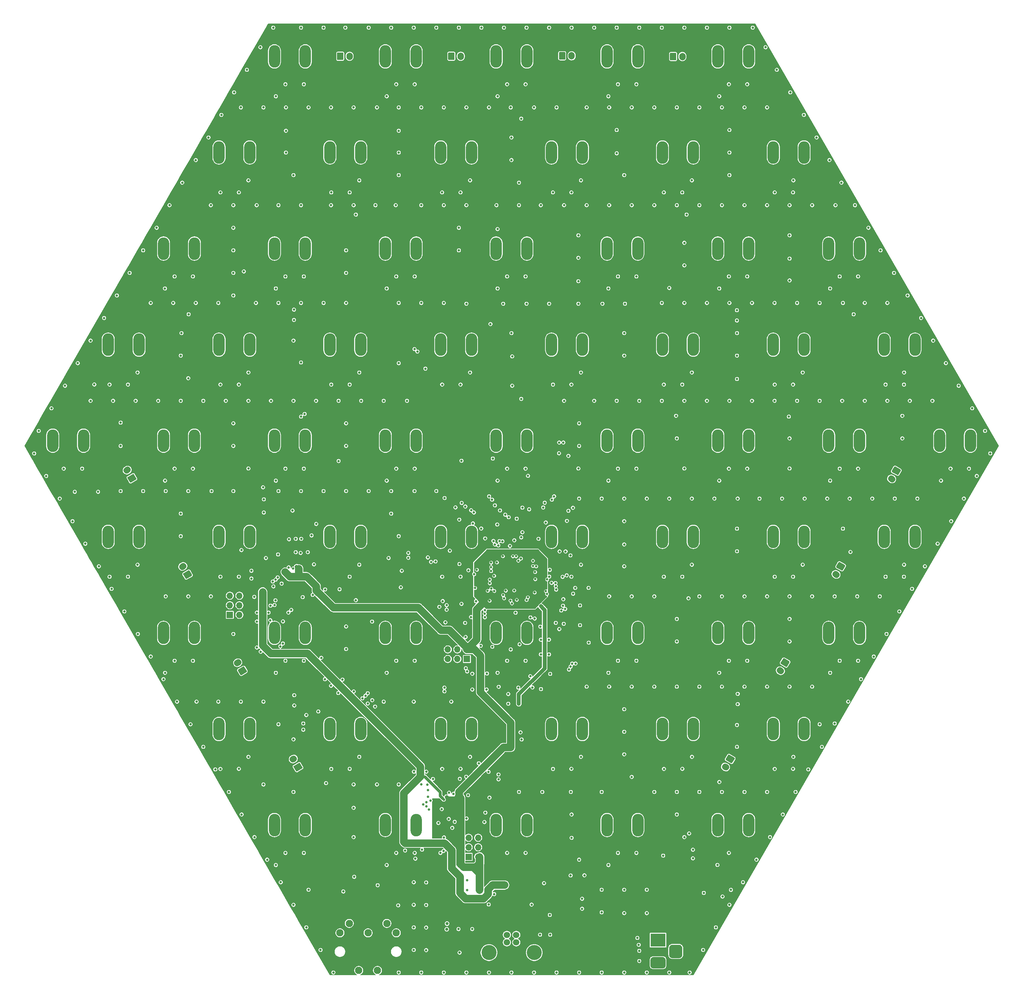
<source format=gbr>
G04 #@! TF.GenerationSoftware,KiCad,Pcbnew,(5.1.5)-3*
G04 #@! TF.CreationDate,2021-02-22T11:39:34-05:00*
G04 #@! TF.ProjectId,rainboard_newfighter,7261696e-626f-4617-9264-5f6e65776669,rev?*
G04 #@! TF.SameCoordinates,Original*
G04 #@! TF.FileFunction,Copper,L3,Inr*
G04 #@! TF.FilePolarity,Positive*
%FSLAX46Y46*%
G04 Gerber Fmt 4.6, Leading zero omitted, Abs format (unit mm)*
G04 Created by KiCad (PCBNEW (5.1.5)-3) date 2021-02-22 11:39:34*
%MOMM*%
%LPD*%
G04 APERTURE LIST*
%ADD10O,3.000000X6.000000*%
%ADD11O,1.700000X1.700000*%
%ADD12R,1.700000X1.700000*%
%ADD13R,4.000000X3.500000*%
%ADD14C,0.100000*%
%ADD15C,1.700000*%
%ADD16C,1.950000*%
%ADD17O,1.700000X2.000000*%
%ADD18C,4.000000*%
%ADD19C,1.700000*%
%ADD20C,0.635000*%
%ADD21C,0.800000*%
%ADD22C,0.508000*%
%ADD23C,1.016000*%
%ADD24C,2.000000*%
%ADD25C,0.762000*%
%ADD26C,0.635000*%
%ADD27C,0.200000*%
%ADD28C,0.220000*%
G04 APERTURE END LIST*
D10*
X-33596800Y-100780000D03*
X-25396800Y-100780000D03*
X-4100000Y-100780000D03*
X4100000Y-100780000D03*
X25396800Y-100780000D03*
X33596800Y-100780000D03*
X54893700Y-100780000D03*
X63093700Y-100780000D03*
X-48345200Y-75235000D03*
X-40145200Y-75235000D03*
X25396800Y52490000D03*
X33596800Y52490000D03*
X-4100000Y52490000D03*
X4100000Y52490000D03*
X-33596800Y52490000D03*
X-25396800Y52490000D03*
X-63093700Y52490000D03*
X-54893700Y52490000D03*
X-92590500Y52490000D03*
X-84390500Y52490000D03*
X69642100Y78035000D03*
X77842100Y78035000D03*
X40145200Y78035000D03*
X48345200Y78035000D03*
X10648400Y78035000D03*
X18848400Y78035000D03*
X-18848400Y78035000D03*
X-10648400Y78035000D03*
X-48345200Y78035000D03*
X-40145200Y78035000D03*
X-77842100Y78035000D03*
X-69642100Y78035000D03*
X54893700Y103580000D03*
X63093700Y103580000D03*
X-63093700Y-100780000D03*
X-54893700Y-100780000D03*
X69642100Y-75235000D03*
X77842100Y-75235000D03*
X40173500Y-75235000D03*
X48373500Y-75235000D03*
X10648400Y-75235000D03*
X18848400Y-75235000D03*
X-18848400Y-75235000D03*
X-10648400Y-75235000D03*
X-77842100Y-75235000D03*
X-69642100Y-75235000D03*
X84390500Y-49690000D03*
X92590500Y-49690000D03*
X54893700Y-49690000D03*
X63093700Y-49690000D03*
X25396800Y-49690000D03*
X33596800Y-49690000D03*
X-4100000Y-49690000D03*
X4100000Y-49690000D03*
X-33596800Y-49690000D03*
X-25396800Y-49690000D03*
X-63093700Y-49690000D03*
X-54893700Y-49690000D03*
X-92590500Y-49690000D03*
X-84390500Y-49690000D03*
X99139000Y-24145000D03*
X107339000Y-24145000D03*
X69642100Y-24145000D03*
X77842100Y-24145000D03*
X40145200Y-24145000D03*
X48345200Y-24145000D03*
X10648400Y-24145000D03*
X18848400Y-24145000D03*
X-18848400Y-24145000D03*
X-10648400Y-24145000D03*
X-48345200Y-24145000D03*
X-40145200Y-24145000D03*
X-77842100Y-24145000D03*
X-69642100Y-24145000D03*
X-107339000Y-24145000D03*
X-99139000Y-24145000D03*
X113887000Y1400000D03*
X122087000Y1400000D03*
X84390500Y1400000D03*
X92590500Y1400000D03*
X54893700Y1400000D03*
X63093700Y1400000D03*
X25396800Y1400000D03*
X33596800Y1400000D03*
X-4100000Y1400000D03*
X4100000Y1400000D03*
X-33596800Y1400000D03*
X-25396800Y1400000D03*
X-63093700Y1400000D03*
X-54893700Y1400000D03*
X-92590500Y1400000D03*
X-84390500Y1400000D03*
X-122087000Y1400000D03*
X-113887000Y1400000D03*
X99139000Y26945000D03*
X107339000Y26945000D03*
X69642100Y26945000D03*
X77842100Y26945000D03*
X40145200Y26945000D03*
X48345200Y26945000D03*
X10648400Y26945000D03*
X18848400Y26945000D03*
X-18848400Y26945000D03*
X-10648400Y26945000D03*
X-48345200Y26945000D03*
X-40145200Y26945000D03*
X-77842100Y26945000D03*
X-69642100Y26945000D03*
X-107339000Y26945000D03*
X-99139000Y26945000D03*
X84390500Y52490000D03*
X92590500Y52490000D03*
X54893700Y52490000D03*
X63093700Y52490000D03*
X25396800Y103580000D03*
X33596800Y103580000D03*
X-4100000Y103580000D03*
X4100000Y103580000D03*
X-33596800Y103580000D03*
X-25396800Y103580000D03*
X-63093700Y103580000D03*
X-54893700Y103580000D03*
D11*
X-16956500Y-54094500D03*
X-16956500Y-56634500D03*
X-14416500Y-54094500D03*
X-14416500Y-56634500D03*
X-11876500Y-54094500D03*
D12*
X-11876500Y-56634500D03*
D11*
X-72436500Y-39804500D03*
X-74976500Y-39804500D03*
X-72436500Y-42344500D03*
X-74976500Y-42344500D03*
X-72436500Y-44884500D03*
D12*
X-74976500Y-44884500D03*
D11*
X-8886500Y-104154500D03*
X-11426500Y-104154500D03*
X-8886500Y-106694500D03*
X-11426500Y-106694500D03*
X-8886500Y-109234500D03*
D12*
X-11426500Y-109234500D03*
D13*
X38973500Y-131384500D03*
G04 #@! TA.AperFunction,ViaPad*
D14*
G36*
X40297013Y-135888111D02*
G01*
X40369818Y-135898911D01*
X40441214Y-135916795D01*
X40510513Y-135941590D01*
X40577048Y-135973059D01*
X40640178Y-136010898D01*
X40699295Y-136054742D01*
X40753830Y-136104170D01*
X40803258Y-136158705D01*
X40847102Y-136217822D01*
X40884941Y-136280952D01*
X40916410Y-136347487D01*
X40941205Y-136416786D01*
X40959089Y-136488182D01*
X40969889Y-136560987D01*
X40973500Y-136634500D01*
X40973500Y-138134500D01*
X40969889Y-138208013D01*
X40959089Y-138280818D01*
X40941205Y-138352214D01*
X40916410Y-138421513D01*
X40884941Y-138488048D01*
X40847102Y-138551178D01*
X40803258Y-138610295D01*
X40753830Y-138664830D01*
X40699295Y-138714258D01*
X40640178Y-138758102D01*
X40577048Y-138795941D01*
X40510513Y-138827410D01*
X40441214Y-138852205D01*
X40369818Y-138870089D01*
X40297013Y-138880889D01*
X40223500Y-138884500D01*
X37723500Y-138884500D01*
X37649987Y-138880889D01*
X37577182Y-138870089D01*
X37505786Y-138852205D01*
X37436487Y-138827410D01*
X37369952Y-138795941D01*
X37306822Y-138758102D01*
X37247705Y-138714258D01*
X37193170Y-138664830D01*
X37143742Y-138610295D01*
X37099898Y-138551178D01*
X37062059Y-138488048D01*
X37030590Y-138421513D01*
X37005795Y-138352214D01*
X36987911Y-138280818D01*
X36977111Y-138208013D01*
X36973500Y-138134500D01*
X36973500Y-136634500D01*
X36977111Y-136560987D01*
X36987911Y-136488182D01*
X37005795Y-136416786D01*
X37030590Y-136347487D01*
X37062059Y-136280952D01*
X37099898Y-136217822D01*
X37143742Y-136158705D01*
X37193170Y-136104170D01*
X37247705Y-136054742D01*
X37306822Y-136010898D01*
X37369952Y-135973059D01*
X37436487Y-135941590D01*
X37505786Y-135916795D01*
X37577182Y-135898911D01*
X37649987Y-135888111D01*
X37723500Y-135884500D01*
X40223500Y-135884500D01*
X40297013Y-135888111D01*
G37*
G04 #@! TD.AperFunction*
G04 #@! TA.AperFunction,ViaPad*
G36*
X44634265Y-132613713D02*
G01*
X44719204Y-132626313D01*
X44802499Y-132647177D01*
X44883348Y-132676105D01*
X44960972Y-132712819D01*
X45034624Y-132756964D01*
X45103594Y-132808116D01*
X45167218Y-132865782D01*
X45224884Y-132929406D01*
X45276036Y-132998376D01*
X45320181Y-133072028D01*
X45356895Y-133149652D01*
X45385823Y-133230501D01*
X45406687Y-133313796D01*
X45419287Y-133398735D01*
X45423500Y-133484500D01*
X45423500Y-135284500D01*
X45419287Y-135370265D01*
X45406687Y-135455204D01*
X45385823Y-135538499D01*
X45356895Y-135619348D01*
X45320181Y-135696972D01*
X45276036Y-135770624D01*
X45224884Y-135839594D01*
X45167218Y-135903218D01*
X45103594Y-135960884D01*
X45034624Y-136012036D01*
X44960972Y-136056181D01*
X44883348Y-136092895D01*
X44802499Y-136121823D01*
X44719204Y-136142687D01*
X44634265Y-136155287D01*
X44548500Y-136159500D01*
X42798500Y-136159500D01*
X42712735Y-136155287D01*
X42627796Y-136142687D01*
X42544501Y-136121823D01*
X42463652Y-136092895D01*
X42386028Y-136056181D01*
X42312376Y-136012036D01*
X42243406Y-135960884D01*
X42179782Y-135903218D01*
X42122116Y-135839594D01*
X42070964Y-135770624D01*
X42026819Y-135696972D01*
X41990105Y-135619348D01*
X41961177Y-135538499D01*
X41940313Y-135455204D01*
X41927713Y-135370265D01*
X41923500Y-135284500D01*
X41923500Y-133484500D01*
X41927713Y-133398735D01*
X41940313Y-133313796D01*
X41961177Y-133230501D01*
X41990105Y-133149652D01*
X42026819Y-133072028D01*
X42070964Y-132998376D01*
X42122116Y-132929406D01*
X42179782Y-132865782D01*
X42243406Y-132808116D01*
X42312376Y-132756964D01*
X42386028Y-132712819D01*
X42463652Y-132676105D01*
X42544501Y-132647177D01*
X42627796Y-132626313D01*
X42712735Y-132613713D01*
X42798500Y-132609500D01*
X44548500Y-132609500D01*
X44634265Y-132613713D01*
G37*
G04 #@! TD.AperFunction*
D15*
X-58206404Y-83294436D02*
X-57946596Y-83144436D01*
G04 #@! TA.AperFunction,ViaPad*
D14*
G36*
X-56460630Y-84240420D02*
G01*
X-56436257Y-84243224D01*
X-56412276Y-84248404D01*
X-56388918Y-84255909D01*
X-56366409Y-84265667D01*
X-56344964Y-84277584D01*
X-56324791Y-84291547D01*
X-56306083Y-84307419D01*
X-56289021Y-84325049D01*
X-56273769Y-84344266D01*
X-56260475Y-84364885D01*
X-55660475Y-85404115D01*
X-55649265Y-85425938D01*
X-55640248Y-85448755D01*
X-55633512Y-85472346D01*
X-55629120Y-85496483D01*
X-55627115Y-85520935D01*
X-55627516Y-85545466D01*
X-55630320Y-85569839D01*
X-55635500Y-85593820D01*
X-55643005Y-85617177D01*
X-55652763Y-85639687D01*
X-55664680Y-85661132D01*
X-55678643Y-85681305D01*
X-55694515Y-85700013D01*
X-55712145Y-85717075D01*
X-55731362Y-85732327D01*
X-55751981Y-85745621D01*
X-57051019Y-86495621D01*
X-57072842Y-86506831D01*
X-57095659Y-86515848D01*
X-57119250Y-86522584D01*
X-57143387Y-86526976D01*
X-57167839Y-86528981D01*
X-57192370Y-86528580D01*
X-57216743Y-86525776D01*
X-57240724Y-86520596D01*
X-57264082Y-86513091D01*
X-57286591Y-86503333D01*
X-57308036Y-86491416D01*
X-57328209Y-86477453D01*
X-57346917Y-86461581D01*
X-57363979Y-86443951D01*
X-57379231Y-86424734D01*
X-57392525Y-86404115D01*
X-57992525Y-85364885D01*
X-58003735Y-85343062D01*
X-58012752Y-85320245D01*
X-58019488Y-85296654D01*
X-58023880Y-85272517D01*
X-58025885Y-85248065D01*
X-58025484Y-85223534D01*
X-58022680Y-85199161D01*
X-58017500Y-85175180D01*
X-58009995Y-85151823D01*
X-58000237Y-85129313D01*
X-57988320Y-85107868D01*
X-57974357Y-85087695D01*
X-57958485Y-85068987D01*
X-57940855Y-85051925D01*
X-57921638Y-85036673D01*
X-57901019Y-85023379D01*
X-56601981Y-84273379D01*
X-56580158Y-84262169D01*
X-56557341Y-84253152D01*
X-56533750Y-84246416D01*
X-56509613Y-84242024D01*
X-56485161Y-84240019D01*
X-56460630Y-84240420D01*
G37*
G04 #@! TD.AperFunction*
D16*
X-38176500Y-129434500D03*
X-33176500Y-126934500D03*
X-30676500Y-129434500D03*
X-43176500Y-126934500D03*
X-45676500Y-129434500D03*
X-40676500Y-139434500D03*
X-35676500Y-139434500D03*
D15*
X-73006404Y-57694436D02*
X-72746596Y-57544436D01*
G04 #@! TA.AperFunction,ViaPad*
D14*
G36*
X-71260630Y-58640420D02*
G01*
X-71236257Y-58643224D01*
X-71212276Y-58648404D01*
X-71188918Y-58655909D01*
X-71166409Y-58665667D01*
X-71144964Y-58677584D01*
X-71124791Y-58691547D01*
X-71106083Y-58707419D01*
X-71089021Y-58725049D01*
X-71073769Y-58744266D01*
X-71060475Y-58764885D01*
X-70460475Y-59804115D01*
X-70449265Y-59825938D01*
X-70440248Y-59848755D01*
X-70433512Y-59872346D01*
X-70429120Y-59896483D01*
X-70427115Y-59920935D01*
X-70427516Y-59945466D01*
X-70430320Y-59969839D01*
X-70435500Y-59993820D01*
X-70443005Y-60017177D01*
X-70452763Y-60039687D01*
X-70464680Y-60061132D01*
X-70478643Y-60081305D01*
X-70494515Y-60100013D01*
X-70512145Y-60117075D01*
X-70531362Y-60132327D01*
X-70551981Y-60145621D01*
X-71851019Y-60895621D01*
X-71872842Y-60906831D01*
X-71895659Y-60915848D01*
X-71919250Y-60922584D01*
X-71943387Y-60926976D01*
X-71967839Y-60928981D01*
X-71992370Y-60928580D01*
X-72016743Y-60925776D01*
X-72040724Y-60920596D01*
X-72064082Y-60913091D01*
X-72086591Y-60903333D01*
X-72108036Y-60891416D01*
X-72128209Y-60877453D01*
X-72146917Y-60861581D01*
X-72163979Y-60843951D01*
X-72179231Y-60824734D01*
X-72192525Y-60804115D01*
X-72792525Y-59764885D01*
X-72803735Y-59743062D01*
X-72812752Y-59720245D01*
X-72819488Y-59696654D01*
X-72823880Y-59672517D01*
X-72825885Y-59648065D01*
X-72825484Y-59623534D01*
X-72822680Y-59599161D01*
X-72817500Y-59575180D01*
X-72809995Y-59551823D01*
X-72800237Y-59529313D01*
X-72788320Y-59507868D01*
X-72774357Y-59487695D01*
X-72758485Y-59468987D01*
X-72740855Y-59451925D01*
X-72721638Y-59436673D01*
X-72701019Y-59423379D01*
X-71401981Y-58673379D01*
X-71380158Y-58662169D01*
X-71357341Y-58653152D01*
X-71333750Y-58646416D01*
X-71309613Y-58642024D01*
X-71285161Y-58640019D01*
X-71260630Y-58640420D01*
G37*
G04 #@! TD.AperFunction*
D15*
X-87606404Y-32094436D02*
X-87346596Y-31944436D01*
G04 #@! TA.AperFunction,ViaPad*
D14*
G36*
X-85860630Y-33040420D02*
G01*
X-85836257Y-33043224D01*
X-85812276Y-33048404D01*
X-85788918Y-33055909D01*
X-85766409Y-33065667D01*
X-85744964Y-33077584D01*
X-85724791Y-33091547D01*
X-85706083Y-33107419D01*
X-85689021Y-33125049D01*
X-85673769Y-33144266D01*
X-85660475Y-33164885D01*
X-85060475Y-34204115D01*
X-85049265Y-34225938D01*
X-85040248Y-34248755D01*
X-85033512Y-34272346D01*
X-85029120Y-34296483D01*
X-85027115Y-34320935D01*
X-85027516Y-34345466D01*
X-85030320Y-34369839D01*
X-85035500Y-34393820D01*
X-85043005Y-34417177D01*
X-85052763Y-34439687D01*
X-85064680Y-34461132D01*
X-85078643Y-34481305D01*
X-85094515Y-34500013D01*
X-85112145Y-34517075D01*
X-85131362Y-34532327D01*
X-85151981Y-34545621D01*
X-86451019Y-35295621D01*
X-86472842Y-35306831D01*
X-86495659Y-35315848D01*
X-86519250Y-35322584D01*
X-86543387Y-35326976D01*
X-86567839Y-35328981D01*
X-86592370Y-35328580D01*
X-86616743Y-35325776D01*
X-86640724Y-35320596D01*
X-86664082Y-35313091D01*
X-86686591Y-35303333D01*
X-86708036Y-35291416D01*
X-86728209Y-35277453D01*
X-86746917Y-35261581D01*
X-86763979Y-35243951D01*
X-86779231Y-35224734D01*
X-86792525Y-35204115D01*
X-87392525Y-34164885D01*
X-87403735Y-34143062D01*
X-87412752Y-34120245D01*
X-87419488Y-34096654D01*
X-87423880Y-34072517D01*
X-87425885Y-34048065D01*
X-87425484Y-34023534D01*
X-87422680Y-33999161D01*
X-87417500Y-33975180D01*
X-87409995Y-33951823D01*
X-87400237Y-33929313D01*
X-87388320Y-33907868D01*
X-87374357Y-33887695D01*
X-87358485Y-33868987D01*
X-87340855Y-33851925D01*
X-87321638Y-33836673D01*
X-87301019Y-33823379D01*
X-86001981Y-33073379D01*
X-85980158Y-33062169D01*
X-85957341Y-33053152D01*
X-85933750Y-33046416D01*
X-85909613Y-33042024D01*
X-85885161Y-33040019D01*
X-85860630Y-33040420D01*
G37*
G04 #@! TD.AperFunction*
D15*
X-102406404Y-6494436D02*
X-102146596Y-6344436D01*
G04 #@! TA.AperFunction,ViaPad*
D14*
G36*
X-100660630Y-7440420D02*
G01*
X-100636257Y-7443224D01*
X-100612276Y-7448404D01*
X-100588918Y-7455909D01*
X-100566409Y-7465667D01*
X-100544964Y-7477584D01*
X-100524791Y-7491547D01*
X-100506083Y-7507419D01*
X-100489021Y-7525049D01*
X-100473769Y-7544266D01*
X-100460475Y-7564885D01*
X-99860475Y-8604115D01*
X-99849265Y-8625938D01*
X-99840248Y-8648755D01*
X-99833512Y-8672346D01*
X-99829120Y-8696483D01*
X-99827115Y-8720935D01*
X-99827516Y-8745466D01*
X-99830320Y-8769839D01*
X-99835500Y-8793820D01*
X-99843005Y-8817177D01*
X-99852763Y-8839687D01*
X-99864680Y-8861132D01*
X-99878643Y-8881305D01*
X-99894515Y-8900013D01*
X-99912145Y-8917075D01*
X-99931362Y-8932327D01*
X-99951981Y-8945621D01*
X-101251019Y-9695621D01*
X-101272842Y-9706831D01*
X-101295659Y-9715848D01*
X-101319250Y-9722584D01*
X-101343387Y-9726976D01*
X-101367839Y-9728981D01*
X-101392370Y-9728580D01*
X-101416743Y-9725776D01*
X-101440724Y-9720596D01*
X-101464082Y-9713091D01*
X-101486591Y-9703333D01*
X-101508036Y-9691416D01*
X-101528209Y-9677453D01*
X-101546917Y-9661581D01*
X-101563979Y-9643951D01*
X-101579231Y-9624734D01*
X-101592525Y-9604115D01*
X-102192525Y-8564885D01*
X-102203735Y-8543062D01*
X-102212752Y-8520245D01*
X-102219488Y-8496654D01*
X-102223880Y-8472517D01*
X-102225885Y-8448065D01*
X-102225484Y-8423534D01*
X-102222680Y-8399161D01*
X-102217500Y-8375180D01*
X-102209995Y-8351823D01*
X-102200237Y-8329313D01*
X-102188320Y-8307868D01*
X-102174357Y-8287695D01*
X-102158485Y-8268987D01*
X-102140855Y-8251925D01*
X-102121638Y-8236673D01*
X-102101019Y-8223379D01*
X-100801981Y-7473379D01*
X-100780158Y-7462169D01*
X-100757341Y-7453152D01*
X-100733750Y-7446416D01*
X-100709613Y-7442024D01*
X-100685161Y-7440019D01*
X-100660630Y-7440420D01*
G37*
G04 #@! TD.AperFunction*
D15*
X57053404Y-85424564D02*
X56793596Y-85274564D01*
G04 #@! TA.AperFunction,ViaPad*
D14*
G36*
X57856613Y-82042024D02*
G01*
X57880750Y-82046416D01*
X57904341Y-82053152D01*
X57927158Y-82062169D01*
X57948981Y-82073379D01*
X59248019Y-82823379D01*
X59268638Y-82836673D01*
X59287855Y-82851925D01*
X59305485Y-82868987D01*
X59321357Y-82887695D01*
X59335320Y-82907868D01*
X59347237Y-82929313D01*
X59356995Y-82951822D01*
X59364500Y-82975180D01*
X59369680Y-82999161D01*
X59372484Y-83023534D01*
X59372885Y-83048065D01*
X59370880Y-83072517D01*
X59366488Y-83096654D01*
X59359752Y-83120245D01*
X59350735Y-83143062D01*
X59339525Y-83164885D01*
X58739525Y-84204115D01*
X58726231Y-84224734D01*
X58710979Y-84243951D01*
X58693917Y-84261581D01*
X58675209Y-84277453D01*
X58655036Y-84291416D01*
X58633591Y-84303333D01*
X58611081Y-84313091D01*
X58587724Y-84320596D01*
X58563743Y-84325776D01*
X58539370Y-84328580D01*
X58514839Y-84328981D01*
X58490387Y-84326976D01*
X58466250Y-84322584D01*
X58442659Y-84315848D01*
X58419842Y-84306831D01*
X58398019Y-84295621D01*
X57098981Y-83545621D01*
X57078362Y-83532327D01*
X57059145Y-83517075D01*
X57041515Y-83500013D01*
X57025643Y-83481305D01*
X57011680Y-83461132D01*
X56999763Y-83439687D01*
X56990005Y-83417178D01*
X56982500Y-83393820D01*
X56977320Y-83369839D01*
X56974516Y-83345466D01*
X56974115Y-83320935D01*
X56976120Y-83296483D01*
X56980512Y-83272346D01*
X56987248Y-83248755D01*
X56996265Y-83225938D01*
X57007475Y-83204115D01*
X57607475Y-82164885D01*
X57620769Y-82144266D01*
X57636021Y-82125049D01*
X57653083Y-82107419D01*
X57671791Y-82091547D01*
X57691964Y-82077584D01*
X57713409Y-82065667D01*
X57735919Y-82055909D01*
X57759276Y-82048404D01*
X57783257Y-82043224D01*
X57807630Y-82040420D01*
X57832161Y-82040019D01*
X57856613Y-82042024D01*
G37*
G04 #@! TD.AperFunction*
D15*
X71653404Y-59824564D02*
X71393596Y-59674564D01*
G04 #@! TA.AperFunction,ViaPad*
D14*
G36*
X72456613Y-56442024D02*
G01*
X72480750Y-56446416D01*
X72504341Y-56453152D01*
X72527158Y-56462169D01*
X72548981Y-56473379D01*
X73848019Y-57223379D01*
X73868638Y-57236673D01*
X73887855Y-57251925D01*
X73905485Y-57268987D01*
X73921357Y-57287695D01*
X73935320Y-57307868D01*
X73947237Y-57329313D01*
X73956995Y-57351822D01*
X73964500Y-57375180D01*
X73969680Y-57399161D01*
X73972484Y-57423534D01*
X73972885Y-57448065D01*
X73970880Y-57472517D01*
X73966488Y-57496654D01*
X73959752Y-57520245D01*
X73950735Y-57543062D01*
X73939525Y-57564885D01*
X73339525Y-58604115D01*
X73326231Y-58624734D01*
X73310979Y-58643951D01*
X73293917Y-58661581D01*
X73275209Y-58677453D01*
X73255036Y-58691416D01*
X73233591Y-58703333D01*
X73211081Y-58713091D01*
X73187724Y-58720596D01*
X73163743Y-58725776D01*
X73139370Y-58728580D01*
X73114839Y-58728981D01*
X73090387Y-58726976D01*
X73066250Y-58722584D01*
X73042659Y-58715848D01*
X73019842Y-58706831D01*
X72998019Y-58695621D01*
X71698981Y-57945621D01*
X71678362Y-57932327D01*
X71659145Y-57917075D01*
X71641515Y-57900013D01*
X71625643Y-57881305D01*
X71611680Y-57861132D01*
X71599763Y-57839687D01*
X71590005Y-57817178D01*
X71582500Y-57793820D01*
X71577320Y-57769839D01*
X71574516Y-57745466D01*
X71574115Y-57720935D01*
X71576120Y-57696483D01*
X71580512Y-57672346D01*
X71587248Y-57648755D01*
X71596265Y-57625938D01*
X71607475Y-57604115D01*
X72207475Y-56564885D01*
X72220769Y-56544266D01*
X72236021Y-56525049D01*
X72253083Y-56507419D01*
X72271791Y-56491547D01*
X72291964Y-56477584D01*
X72313409Y-56465667D01*
X72335919Y-56455909D01*
X72359276Y-56448404D01*
X72383257Y-56443224D01*
X72407630Y-56440420D01*
X72432161Y-56440019D01*
X72456613Y-56442024D01*
G37*
G04 #@! TD.AperFunction*
D15*
X86453404Y-34224564D02*
X86193596Y-34074564D01*
G04 #@! TA.AperFunction,ViaPad*
D14*
G36*
X87256613Y-30842024D02*
G01*
X87280750Y-30846416D01*
X87304341Y-30853152D01*
X87327158Y-30862169D01*
X87348981Y-30873379D01*
X88648019Y-31623379D01*
X88668638Y-31636673D01*
X88687855Y-31651925D01*
X88705485Y-31668987D01*
X88721357Y-31687695D01*
X88735320Y-31707868D01*
X88747237Y-31729313D01*
X88756995Y-31751822D01*
X88764500Y-31775180D01*
X88769680Y-31799161D01*
X88772484Y-31823534D01*
X88772885Y-31848065D01*
X88770880Y-31872517D01*
X88766488Y-31896654D01*
X88759752Y-31920245D01*
X88750735Y-31943062D01*
X88739525Y-31964885D01*
X88139525Y-33004115D01*
X88126231Y-33024734D01*
X88110979Y-33043951D01*
X88093917Y-33061581D01*
X88075209Y-33077453D01*
X88055036Y-33091416D01*
X88033591Y-33103333D01*
X88011081Y-33113091D01*
X87987724Y-33120596D01*
X87963743Y-33125776D01*
X87939370Y-33128580D01*
X87914839Y-33128981D01*
X87890387Y-33126976D01*
X87866250Y-33122584D01*
X87842659Y-33115848D01*
X87819842Y-33106831D01*
X87798019Y-33095621D01*
X86498981Y-32345621D01*
X86478362Y-32332327D01*
X86459145Y-32317075D01*
X86441515Y-32300013D01*
X86425643Y-32281305D01*
X86411680Y-32261132D01*
X86399763Y-32239687D01*
X86390005Y-32217178D01*
X86382500Y-32193820D01*
X86377320Y-32169839D01*
X86374516Y-32145466D01*
X86374115Y-32120935D01*
X86376120Y-32096483D01*
X86380512Y-32072346D01*
X86387248Y-32048755D01*
X86396265Y-32025938D01*
X86407475Y-32004115D01*
X87007475Y-30964885D01*
X87020769Y-30944266D01*
X87036021Y-30925049D01*
X87053083Y-30907419D01*
X87071791Y-30891547D01*
X87091964Y-30877584D01*
X87113409Y-30865667D01*
X87135919Y-30855909D01*
X87159276Y-30848404D01*
X87183257Y-30843224D01*
X87207630Y-30840420D01*
X87232161Y-30840019D01*
X87256613Y-30842024D01*
G37*
G04 #@! TD.AperFunction*
D15*
X101253404Y-8824564D02*
X100993596Y-8674564D01*
G04 #@! TA.AperFunction,ViaPad*
D14*
G36*
X102056613Y-5442024D02*
G01*
X102080750Y-5446416D01*
X102104341Y-5453152D01*
X102127158Y-5462169D01*
X102148981Y-5473379D01*
X103448019Y-6223379D01*
X103468638Y-6236673D01*
X103487855Y-6251925D01*
X103505485Y-6268987D01*
X103521357Y-6287695D01*
X103535320Y-6307868D01*
X103547237Y-6329313D01*
X103556995Y-6351822D01*
X103564500Y-6375180D01*
X103569680Y-6399161D01*
X103572484Y-6423534D01*
X103572885Y-6448065D01*
X103570880Y-6472517D01*
X103566488Y-6496654D01*
X103559752Y-6520245D01*
X103550735Y-6543062D01*
X103539525Y-6564885D01*
X102939525Y-7604115D01*
X102926231Y-7624734D01*
X102910979Y-7643951D01*
X102893917Y-7661581D01*
X102875209Y-7677453D01*
X102855036Y-7691416D01*
X102833591Y-7703333D01*
X102811081Y-7713091D01*
X102787724Y-7720596D01*
X102763743Y-7725776D01*
X102739370Y-7728580D01*
X102714839Y-7728981D01*
X102690387Y-7726976D01*
X102666250Y-7722584D01*
X102642659Y-7715848D01*
X102619842Y-7706831D01*
X102598019Y-7695621D01*
X101298981Y-6945621D01*
X101278362Y-6932327D01*
X101259145Y-6917075D01*
X101241515Y-6900013D01*
X101225643Y-6881305D01*
X101211680Y-6861132D01*
X101199763Y-6839687D01*
X101190005Y-6817178D01*
X101182500Y-6793820D01*
X101177320Y-6769839D01*
X101174516Y-6745466D01*
X101174115Y-6720935D01*
X101176120Y-6696483D01*
X101180512Y-6672346D01*
X101187248Y-6648755D01*
X101196265Y-6625938D01*
X101207475Y-6604115D01*
X101807475Y-5564885D01*
X101820769Y-5544266D01*
X101836021Y-5525049D01*
X101853083Y-5507419D01*
X101871791Y-5491547D01*
X101891964Y-5477584D01*
X101913409Y-5465667D01*
X101935919Y-5455909D01*
X101959276Y-5448404D01*
X101983257Y-5443224D01*
X102007630Y-5440420D01*
X102032161Y-5440019D01*
X102056613Y-5442024D01*
G37*
G04 #@! TD.AperFunction*
D17*
X-43101500Y103615500D03*
G04 #@! TA.AperFunction,ViaPad*
D14*
G36*
X-44976996Y104614296D02*
G01*
X-44952727Y104610696D01*
X-44928929Y104604735D01*
X-44905829Y104596470D01*
X-44883651Y104585980D01*
X-44862607Y104573367D01*
X-44842902Y104558753D01*
X-44824723Y104542277D01*
X-44808247Y104524098D01*
X-44793633Y104504393D01*
X-44781020Y104483349D01*
X-44770530Y104461171D01*
X-44762265Y104438071D01*
X-44756304Y104414273D01*
X-44752704Y104390004D01*
X-44751500Y104365500D01*
X-44751500Y102865500D01*
X-44752704Y102840996D01*
X-44756304Y102816727D01*
X-44762265Y102792929D01*
X-44770530Y102769829D01*
X-44781020Y102747651D01*
X-44793633Y102726607D01*
X-44808247Y102706902D01*
X-44824723Y102688723D01*
X-44842902Y102672247D01*
X-44862607Y102657633D01*
X-44883651Y102645020D01*
X-44905829Y102634530D01*
X-44928929Y102626265D01*
X-44952727Y102620304D01*
X-44976996Y102616704D01*
X-45001500Y102615500D01*
X-46201500Y102615500D01*
X-46226004Y102616704D01*
X-46250273Y102620304D01*
X-46274071Y102626265D01*
X-46297171Y102634530D01*
X-46319349Y102645020D01*
X-46340393Y102657633D01*
X-46360098Y102672247D01*
X-46378277Y102688723D01*
X-46394753Y102706902D01*
X-46409367Y102726607D01*
X-46421980Y102747651D01*
X-46432470Y102769829D01*
X-46440735Y102792929D01*
X-46446696Y102816727D01*
X-46450296Y102840996D01*
X-46451500Y102865500D01*
X-46451500Y104365500D01*
X-46450296Y104390004D01*
X-46446696Y104414273D01*
X-46440735Y104438071D01*
X-46432470Y104461171D01*
X-46421980Y104483349D01*
X-46409367Y104504393D01*
X-46394753Y104524098D01*
X-46378277Y104542277D01*
X-46360098Y104558753D01*
X-46340393Y104573367D01*
X-46319349Y104585980D01*
X-46297171Y104596470D01*
X-46274071Y104604735D01*
X-46250273Y104610696D01*
X-46226004Y104614296D01*
X-46201500Y104615500D01*
X-45001500Y104615500D01*
X-44976996Y104614296D01*
G37*
G04 #@! TD.AperFunction*
D17*
X-13526500Y103615500D03*
G04 #@! TA.AperFunction,ViaPad*
D14*
G36*
X-15401996Y104614296D02*
G01*
X-15377727Y104610696D01*
X-15353929Y104604735D01*
X-15330829Y104596470D01*
X-15308651Y104585980D01*
X-15287607Y104573367D01*
X-15267902Y104558753D01*
X-15249723Y104542277D01*
X-15233247Y104524098D01*
X-15218633Y104504393D01*
X-15206020Y104483349D01*
X-15195530Y104461171D01*
X-15187265Y104438071D01*
X-15181304Y104414273D01*
X-15177704Y104390004D01*
X-15176500Y104365500D01*
X-15176500Y102865500D01*
X-15177704Y102840996D01*
X-15181304Y102816727D01*
X-15187265Y102792929D01*
X-15195530Y102769829D01*
X-15206020Y102747651D01*
X-15218633Y102726607D01*
X-15233247Y102706902D01*
X-15249723Y102688723D01*
X-15267902Y102672247D01*
X-15287607Y102657633D01*
X-15308651Y102645020D01*
X-15330829Y102634530D01*
X-15353929Y102626265D01*
X-15377727Y102620304D01*
X-15401996Y102616704D01*
X-15426500Y102615500D01*
X-16626500Y102615500D01*
X-16651004Y102616704D01*
X-16675273Y102620304D01*
X-16699071Y102626265D01*
X-16722171Y102634530D01*
X-16744349Y102645020D01*
X-16765393Y102657633D01*
X-16785098Y102672247D01*
X-16803277Y102688723D01*
X-16819753Y102706902D01*
X-16834367Y102726607D01*
X-16846980Y102747651D01*
X-16857470Y102769829D01*
X-16865735Y102792929D01*
X-16871696Y102816727D01*
X-16875296Y102840996D01*
X-16876500Y102865500D01*
X-16876500Y104365500D01*
X-16875296Y104390004D01*
X-16871696Y104414273D01*
X-16865735Y104438071D01*
X-16857470Y104461171D01*
X-16846980Y104483349D01*
X-16834367Y104504393D01*
X-16819753Y104524098D01*
X-16803277Y104542277D01*
X-16785098Y104558753D01*
X-16765393Y104573367D01*
X-16744349Y104585980D01*
X-16722171Y104596470D01*
X-16699071Y104604735D01*
X-16675273Y104610696D01*
X-16651004Y104614296D01*
X-16626500Y104615500D01*
X-15426500Y104615500D01*
X-15401996Y104614296D01*
G37*
G04 #@! TD.AperFunction*
D17*
X15973500Y103740500D03*
G04 #@! TA.AperFunction,ViaPad*
D14*
G36*
X14098004Y104739296D02*
G01*
X14122273Y104735696D01*
X14146071Y104729735D01*
X14169171Y104721470D01*
X14191349Y104710980D01*
X14212393Y104698367D01*
X14232098Y104683753D01*
X14250277Y104667277D01*
X14266753Y104649098D01*
X14281367Y104629393D01*
X14293980Y104608349D01*
X14304470Y104586171D01*
X14312735Y104563071D01*
X14318696Y104539273D01*
X14322296Y104515004D01*
X14323500Y104490500D01*
X14323500Y102990500D01*
X14322296Y102965996D01*
X14318696Y102941727D01*
X14312735Y102917929D01*
X14304470Y102894829D01*
X14293980Y102872651D01*
X14281367Y102851607D01*
X14266753Y102831902D01*
X14250277Y102813723D01*
X14232098Y102797247D01*
X14212393Y102782633D01*
X14191349Y102770020D01*
X14169171Y102759530D01*
X14146071Y102751265D01*
X14122273Y102745304D01*
X14098004Y102741704D01*
X14073500Y102740500D01*
X12873500Y102740500D01*
X12848996Y102741704D01*
X12824727Y102745304D01*
X12800929Y102751265D01*
X12777829Y102759530D01*
X12755651Y102770020D01*
X12734607Y102782633D01*
X12714902Y102797247D01*
X12696723Y102813723D01*
X12680247Y102831902D01*
X12665633Y102851607D01*
X12653020Y102872651D01*
X12642530Y102894829D01*
X12634265Y102917929D01*
X12628304Y102941727D01*
X12624704Y102965996D01*
X12623500Y102990500D01*
X12623500Y104490500D01*
X12624704Y104515004D01*
X12628304Y104539273D01*
X12634265Y104563071D01*
X12642530Y104586171D01*
X12653020Y104608349D01*
X12665633Y104629393D01*
X12680247Y104649098D01*
X12696723Y104667277D01*
X12714902Y104683753D01*
X12734607Y104698367D01*
X12755651Y104710980D01*
X12777829Y104721470D01*
X12800929Y104729735D01*
X12824727Y104735696D01*
X12848996Y104739296D01*
X12873500Y104740500D01*
X14073500Y104740500D01*
X14098004Y104739296D01*
G37*
G04 #@! TD.AperFunction*
D17*
X45473500Y103540500D03*
G04 #@! TA.AperFunction,ViaPad*
D14*
G36*
X43598004Y104539296D02*
G01*
X43622273Y104535696D01*
X43646071Y104529735D01*
X43669171Y104521470D01*
X43691349Y104510980D01*
X43712393Y104498367D01*
X43732098Y104483753D01*
X43750277Y104467277D01*
X43766753Y104449098D01*
X43781367Y104429393D01*
X43793980Y104408349D01*
X43804470Y104386171D01*
X43812735Y104363071D01*
X43818696Y104339273D01*
X43822296Y104315004D01*
X43823500Y104290500D01*
X43823500Y102790500D01*
X43822296Y102765996D01*
X43818696Y102741727D01*
X43812735Y102717929D01*
X43804470Y102694829D01*
X43793980Y102672651D01*
X43781367Y102651607D01*
X43766753Y102631902D01*
X43750277Y102613723D01*
X43732098Y102597247D01*
X43712393Y102582633D01*
X43691349Y102570020D01*
X43669171Y102559530D01*
X43646071Y102551265D01*
X43622273Y102545304D01*
X43598004Y102541704D01*
X43573500Y102540500D01*
X42373500Y102540500D01*
X42348996Y102541704D01*
X42324727Y102545304D01*
X42300929Y102551265D01*
X42277829Y102559530D01*
X42255651Y102570020D01*
X42234607Y102582633D01*
X42214902Y102597247D01*
X42196723Y102613723D01*
X42180247Y102631902D01*
X42165633Y102651607D01*
X42153020Y102672651D01*
X42142530Y102694829D01*
X42134265Y102717929D01*
X42128304Y102741727D01*
X42124704Y102765996D01*
X42123500Y102790500D01*
X42123500Y104290500D01*
X42124704Y104315004D01*
X42128304Y104339273D01*
X42134265Y104363071D01*
X42142530Y104386171D01*
X42153020Y104408349D01*
X42165633Y104429393D01*
X42180247Y104449098D01*
X42196723Y104467277D01*
X42214902Y104483753D01*
X42234607Y104498367D01*
X42255651Y104510980D01*
X42277829Y104521470D01*
X42300929Y104529735D01*
X42324727Y104535696D01*
X42348996Y104539296D01*
X42373500Y104540500D01*
X43573500Y104540500D01*
X43598004Y104539296D01*
G37*
G04 #@! TD.AperFunction*
D18*
X6020000Y-134694500D03*
X-6020000Y-134694500D03*
D19*
X-1250000Y-131984500D03*
X-1250000Y-129984500D03*
X1250000Y-131984500D03*
X1250000Y-129984500D03*
D20*
X9427860Y-35437494D03*
X13223500Y-43734500D03*
X56134000Y-119786400D03*
X10023500Y-34734500D03*
X14273500Y-43334500D03*
X58369200Y-118008400D03*
X-21426500Y-30834496D03*
X-41876500Y-114534500D03*
X7645390Y-48034500D03*
X47244000Y-103022400D03*
X40335200Y-108915200D03*
X6273500Y-35384500D03*
X12688624Y-48684500D03*
X48260000Y-107340400D03*
X48260000Y-109626400D03*
X51155600Y-118821200D03*
X-9626500Y-39734500D03*
X-17276500Y-93375772D03*
X-14726500Y-92034500D03*
X-926500Y-29034500D03*
X8973500Y-31484500D03*
X1264772Y-41703566D03*
X-66126500Y-10984500D03*
X-61526500Y-53284500D03*
X-57186738Y-32094738D03*
X-51126500Y-39284500D03*
X-35626500Y-116784500D03*
X-60076500Y-33384500D03*
X-226500Y-80134500D03*
X-226500Y-79234500D03*
X-8526500Y-115434500D03*
X-8526500Y-118034500D03*
X-19476500Y-101734500D03*
X-55426500Y-73784500D03*
X-71876500Y-27684500D03*
X1923500Y-65984500D03*
X1923500Y-68534500D03*
X7773500Y-42584500D03*
X8373500Y-43184500D03*
X18223500Y-42384500D03*
X18223500Y-47634500D03*
X67973500Y-91984500D03*
X61973500Y-91984500D03*
X55973500Y-91984500D03*
X49973500Y-91984500D03*
X43973500Y-91984500D03*
X37973500Y-91984500D03*
X31973500Y-87984500D03*
X23973500Y-91984500D03*
X15773500Y-91984500D03*
X8173500Y-91984500D03*
X1973500Y-91984500D03*
X15973500Y-97984500D03*
X15973500Y-104184500D03*
X17973500Y-109984500D03*
X43973500Y-97984500D03*
X45973500Y-103984500D03*
X35973500Y-117984500D03*
X29973500Y-117984500D03*
X23973500Y-117984500D03*
X23973500Y-123984500D03*
X29973500Y-124184500D03*
X35973500Y-124184500D03*
X-22718900Y-116035300D03*
X-22718900Y-122035300D03*
X-22718900Y-128035300D03*
X-22718900Y-134035300D03*
X-26026500Y-133984500D03*
X-26026500Y-127984500D03*
X-26026500Y-121984500D03*
X-26026500Y-115984500D03*
X-54026500Y-117984500D03*
X-66026500Y-89984500D03*
X-58026500Y-91984500D03*
X-42026500Y-89984500D03*
X-35826500Y-89984500D03*
X-30026500Y-89984500D03*
X-24026500Y-89984500D03*
X-42026500Y-96184500D03*
X-42026500Y-103984500D03*
X-20026500Y-11984500D03*
X-25826500Y-11984500D03*
X-32026500Y-11984500D03*
X-38026500Y-11984500D03*
X-44026500Y-11984500D03*
X-50026500Y-11984500D03*
X-56026500Y-11984500D03*
X-62026500Y-11984500D03*
X-32026500Y-17984500D03*
X-30026500Y-23984500D03*
X-74026500Y-11984500D03*
X-79826500Y-11984500D03*
X-86026500Y-11984500D03*
X-92026500Y-11984500D03*
X-98026500Y-11984500D03*
X-104026500Y-11984500D03*
X-110026500Y-12184500D03*
X-116226500Y-12184500D03*
X-88026500Y-17984500D03*
X-88026500Y-23984500D03*
X-80026500Y-39984500D03*
X-86026500Y-39984500D03*
X-92026500Y-39984500D03*
X-35826500Y90015500D03*
X-42026500Y90015500D03*
X-48026500Y90015500D03*
X-54026500Y90015500D03*
X-60026500Y90015500D03*
X-66026500Y90015500D03*
X-72026500Y90015500D03*
X-42026500Y64015500D03*
X-48026500Y64015500D03*
X-56026500Y64015500D03*
X-62026500Y64015500D03*
X-67826500Y64015500D03*
X-74026500Y64015500D03*
X-80026500Y64015500D03*
X-74026500Y58015500D03*
X-74026500Y52015500D03*
X-74026500Y46015500D03*
X-74026500Y40015500D03*
X-78026500Y38015500D03*
X-84026500Y38015500D03*
X-90026500Y38015500D03*
X-30026500Y22015500D03*
X-27826500Y12015500D03*
X-34026500Y12015500D03*
X-40026500Y12015500D03*
X-46026500Y12015500D03*
X-52026500Y12015500D03*
X-58026500Y12015500D03*
X-64026500Y12015500D03*
X-70026500Y12015500D03*
X-76026500Y12015500D03*
X-82026500Y12015500D03*
X-88026500Y12015500D03*
X-94026500Y12015500D03*
X-87826500Y30015500D03*
X-88026500Y24015500D03*
X-86026500Y18015500D03*
X-58026500Y28015500D03*
X-56026500Y22215500D03*
X-100026500Y12015500D03*
X-106026500Y12015500D03*
X-112026500Y12015500D03*
X-104026500Y6215500D03*
X-104026500Y15500D03*
X-74026500Y6015500D03*
X-74026500Y15500D03*
X-70026500Y-5984500D03*
X-44026500Y6015500D03*
X-44026500Y15500D03*
X-46026500Y-3984500D03*
X-96026500Y38015500D03*
X-68026500Y38015500D03*
X-62026500Y38015500D03*
X-56026500Y38015500D03*
X-50026500Y38015500D03*
X-44026500Y38015500D03*
X-30026500Y38015500D03*
X-18026500Y38015500D03*
X-12026500Y37815500D03*
X-24026500Y38015500D03*
X-2226500Y37815500D03*
X3973500Y37815500D03*
X9973500Y37815500D03*
X17773500Y37815500D03*
X24173500Y37815500D03*
X30173500Y37815500D03*
X17773500Y43815500D03*
X17773500Y50015500D03*
X17773500Y56015500D03*
X-14026500Y58015500D03*
X-14026500Y52015500D03*
X-26500Y30015500D03*
X173500Y23815500D03*
X173500Y16015500D03*
X29973500Y30015500D03*
X29973500Y24015500D03*
X45973500Y54015500D03*
X45973500Y48015500D03*
X41973500Y42015500D03*
X-44026500Y52015500D03*
X-44026500Y46015500D03*
X73973500Y56015500D03*
X73973500Y49815500D03*
X73973500Y44015500D03*
X99973500Y38015500D03*
X93973500Y38015500D03*
X88173500Y38015500D03*
X81973500Y38015500D03*
X75973500Y38015500D03*
X69973500Y38015500D03*
X63973500Y38015500D03*
X57973500Y38015500D03*
X51973500Y38015500D03*
X45973500Y38015500D03*
X39973500Y38015500D03*
X13973500Y12015500D03*
X21973500Y12015500D03*
X27973500Y12015500D03*
X33973500Y12015500D03*
X39973500Y12015500D03*
X45973500Y12015500D03*
X51973500Y12015500D03*
X57973500Y12015500D03*
X63973500Y12015500D03*
X59973500Y30015500D03*
X59973500Y24015500D03*
X59973500Y17815500D03*
X69973500Y12015500D03*
X75973500Y12015500D03*
X81973500Y12015500D03*
X87973500Y12015500D03*
X93973500Y12015500D03*
X99973500Y12015500D03*
X105973500Y12015500D03*
X111973500Y12015500D03*
X103973500Y8015500D03*
X103973500Y2015500D03*
X73773500Y7815500D03*
X73973500Y2015500D03*
X73973500Y-5984500D03*
X107973500Y-13984500D03*
X101973500Y-13984500D03*
X95973500Y-13984500D03*
X89973500Y-13984500D03*
X83973500Y-13984500D03*
X77973500Y-13984500D03*
X71973500Y-13984500D03*
X65973500Y-13984500D03*
X60173500Y-13984500D03*
X53973500Y-13984500D03*
X47973500Y-13984500D03*
X41973500Y-13984500D03*
X35973500Y-13984500D03*
X29973500Y-13984500D03*
X23973500Y-13984500D03*
X17973500Y-13984500D03*
X43773500Y8015500D03*
X43973500Y2015500D03*
X45973500Y-5984500D03*
X17773500Y-5984500D03*
X17973500Y15500D03*
X17973500Y6015500D03*
X29973500Y-19984500D03*
X29973500Y-26184500D03*
X29973500Y-31984500D03*
X59973500Y-21984500D03*
X59973500Y-27984500D03*
X88173500Y-21984500D03*
X90173500Y-28184500D03*
X97973500Y-39984500D03*
X91973500Y-39984500D03*
X85973500Y-39984500D03*
X79973500Y-39984500D03*
X73973500Y-39984500D03*
X67973500Y-39984500D03*
X61973500Y-39984500D03*
X55973500Y-39984500D03*
X49973500Y-39984500D03*
X37973500Y-39984500D03*
X31973500Y-39984500D03*
X25973500Y-39984500D03*
X43973500Y-45984500D03*
X43973500Y-51984500D03*
X73973500Y-45984500D03*
X73973500Y-51984500D03*
X79973500Y-63984500D03*
X73973500Y-63984500D03*
X67973500Y-63984500D03*
X61973500Y-63984500D03*
X55973500Y-63984500D03*
X49973500Y-63984500D03*
X43973500Y-63984500D03*
X37973500Y-63984500D03*
X31973500Y-63984500D03*
X25973500Y-63984500D03*
X19973500Y-63984500D03*
X29973500Y-69984500D03*
X29973500Y-75984500D03*
X29973500Y-81984500D03*
X59973500Y-74184500D03*
X59973500Y-79984500D03*
X81973500Y-73984500D03*
X-26500Y82015500D03*
X-26500Y76015500D03*
X1973500Y70015500D03*
X27973500Y84015500D03*
X27973500Y77815500D03*
X29973500Y72015500D03*
X57973500Y84015500D03*
X57973500Y78015500D03*
X57973500Y72015500D03*
X-30026500Y83815500D03*
X-30026500Y78015500D03*
X-30026500Y72015500D03*
X-60026500Y83815500D03*
X-60026500Y78015500D03*
X-58026500Y72015500D03*
X-16026500Y-67984500D03*
X-26026500Y-67984500D03*
X-34026500Y-67984500D03*
X-44026500Y-47984500D03*
X-44026500Y-53984500D03*
X-74026500Y-49984500D03*
X-66026500Y-67984500D03*
X-72026500Y-67984500D03*
X-78026500Y-67984500D03*
X-83826500Y-67984500D03*
X-58026500Y-77984500D03*
X-62026500Y-73984500D03*
X-63426500Y111215500D03*
X67973500Y90015500D03*
X61973500Y90015500D03*
X55973500Y90015500D03*
X49973500Y90015500D03*
X43973500Y90015500D03*
X37973500Y90015500D03*
X31973500Y90015500D03*
X25973500Y90015500D03*
X19973500Y90015500D03*
X11973500Y90015500D03*
X5973500Y90015500D03*
X-226500Y90015500D03*
X-6026500Y90015500D03*
X-12026500Y90015500D03*
X-18026500Y90015500D03*
X-24026500Y90015500D03*
X-30026500Y90015500D03*
X-36226500Y64015500D03*
X-30826500Y64015500D03*
X-24026500Y64015500D03*
X-18026500Y64015500D03*
X-12026500Y64015500D03*
X-4026500Y64015500D03*
X1973500Y64015500D03*
X7773500Y64015500D03*
X13973500Y64015500D03*
X19973500Y64015500D03*
X25973500Y64015500D03*
X31973500Y64015500D03*
X37973500Y64015500D03*
X43973500Y64015500D03*
X49973500Y64015500D03*
X55973500Y64015500D03*
X61973500Y64015500D03*
X67973500Y64015500D03*
X79973500Y64015500D03*
X86173500Y64015500D03*
X73973500Y64015500D03*
X-85926500Y35015500D03*
X2573500Y87015500D03*
X46573500Y61515500D03*
X-41426500Y61515500D03*
X2573500Y12515500D03*
X-49376500Y-89634500D03*
X-41426500Y-40984500D03*
X47073500Y-40484500D03*
X-57901500Y36240500D03*
X-57901500Y33515500D03*
X-57821500Y-66259500D03*
X-57821500Y-68984500D03*
X60178500Y-65909500D03*
X60178500Y-68634500D03*
X-60176500Y-108194500D03*
X-1182800Y-108194500D03*
X28314000Y-108194500D03*
X57810900Y-108194500D03*
X74909300Y-85849500D03*
X45440700Y-85849500D03*
X15915600Y-85849500D03*
X-13581200Y-85849500D03*
X-43078000Y-85849500D03*
X-72574900Y-85849500D03*
X87307700Y-57104500D03*
X57810900Y-57104500D03*
X28314000Y-57104500D03*
X-1182800Y-57104500D03*
X-30679600Y-57104500D03*
X-60176500Y-57104500D03*
X-89673300Y-57104500D03*
X-102071800Y-34759500D03*
X-72574900Y-34759500D03*
X-43078000Y-34759500D03*
X-13581200Y-34759500D03*
X15915600Y-34759500D03*
X45412400Y-34759500D03*
X74909300Y-34759500D03*
X104406200Y-34759500D03*
X116804200Y-6014500D03*
X87307700Y-6014500D03*
X57810900Y-6014500D03*
X28314000Y-6014500D03*
X-1182800Y-6014500D03*
X-30679600Y-6014500D03*
X-60176500Y-6014500D03*
X-89673300Y-6014500D03*
X-119169800Y-6014500D03*
X-102071800Y16330500D03*
X-72574900Y16330500D03*
X-43078000Y16330500D03*
X-13581200Y16330500D03*
X15915600Y16330500D03*
X45412400Y16330500D03*
X74909300Y16330500D03*
X104406200Y16330500D03*
X87307700Y45075500D03*
X57810900Y45075500D03*
X28314000Y45075500D03*
X-1182800Y45075500D03*
X-30679600Y45075500D03*
X-60176500Y45075500D03*
X-89673300Y45075500D03*
X-72574900Y67420500D03*
X-43078000Y67420500D03*
X-13581200Y67420500D03*
X15915600Y67420500D03*
X45412400Y67420500D03*
X74909300Y67420500D03*
X57810900Y96165500D03*
X28314000Y96165500D03*
X-1182800Y96165500D03*
X-30679600Y96165500D03*
X-60176500Y96165500D03*
X59958500Y36095500D03*
X59958500Y33370500D03*
X-9726500Y-37734500D03*
X-13326500Y-41984500D03*
X-12376500Y-47034500D03*
X-12226500Y-50784500D03*
X13773500Y-40734500D03*
X-13776500Y-88484500D03*
X-22276500Y-93234500D03*
X-6976500Y-97484500D03*
X-18576500Y-96534500D03*
X-15436988Y-92466171D03*
X-16626500Y-92184500D03*
X-19476494Y-100234500D03*
X55273500Y-89334500D03*
X-63526500Y-36034500D03*
X-63376500Y-37334500D03*
X-65376500Y-29784500D03*
X-62126500Y-28834500D03*
X-56126500Y-28434500D03*
X-61181500Y-36580140D03*
X-54226500Y-28234500D03*
X-59226500Y-24784500D03*
X-57426500Y-24684500D03*
X-51976500Y-20734500D03*
X91023500Y35015500D03*
X16923500Y-37734500D03*
X-44776500Y-118434500D03*
X-13826500Y-134684500D03*
X-10476500Y-128434500D03*
X-14126500Y-128434500D03*
X-30176500Y-122134500D03*
X-876500Y-65934500D03*
X-876500Y-68534500D03*
X2373500Y-76134500D03*
X2673500Y-78034500D03*
X-52933844Y-39591844D03*
X-58104908Y-32589757D03*
X-59295777Y-32281919D03*
X-12083844Y-87927156D03*
X-6076500Y-121884500D03*
X-4626500Y-119134500D03*
X-11826500Y-115434500D03*
X-11826500Y-118034500D03*
X8623500Y-116234500D03*
X5323500Y-121934500D03*
X33473500Y-130784500D03*
X33823500Y-132634500D03*
X33973500Y-134234500D03*
X33973500Y-136934500D03*
X10273500Y-129934500D03*
X7573500Y-129934500D03*
X18773500Y-120384500D03*
X18773500Y-123034500D03*
X15723500Y-114184500D03*
X10173500Y-124684500D03*
X13677860Y-42474084D03*
X64173500Y111215500D03*
X57973500Y111215500D03*
X51973500Y111215500D03*
X45973500Y111215500D03*
X39973500Y111215500D03*
X33973500Y111215500D03*
X27973500Y111215500D03*
X21973500Y111215500D03*
X15973500Y111215500D03*
X9973500Y111215500D03*
X3973500Y111215500D03*
X-2026500Y111215500D03*
X-8026500Y111215500D03*
X-14026500Y111215500D03*
X-20026500Y111215500D03*
X-26026500Y111215500D03*
X-32026500Y111215500D03*
X-38026500Y111215500D03*
X-44226500Y111215500D03*
X-50026500Y111215500D03*
X-56026500Y111215500D03*
X-66826500Y106015500D03*
X-70426500Y100015500D03*
X-73826500Y94015500D03*
X-77226500Y88015500D03*
X-80626500Y82015500D03*
X-84026500Y76015500D03*
X-87626500Y70015500D03*
X-91026500Y64015500D03*
X-94426500Y58015500D03*
X-98026500Y52015500D03*
X-101626500Y46015500D03*
X-105026500Y40015500D03*
X-108426500Y34015500D03*
X-112026500Y28015500D03*
X-115426500Y22015500D03*
X-118826500Y16015500D03*
X-122426500Y10015500D03*
X-125826500Y4015500D03*
X-127026500Y-1984500D03*
X-123826500Y-7984500D03*
X-120226500Y-13984500D03*
X-116826500Y-19984500D03*
X-113426500Y-25984500D03*
X-109826500Y-31984500D03*
X-106426500Y-37984500D03*
X-103026500Y-43984500D03*
X-99426500Y-49984500D03*
X-96026500Y-55984500D03*
X-92626500Y-61984500D03*
X-89026500Y-67984500D03*
X-85426500Y-73984500D03*
X-82026500Y-79984500D03*
X-78826500Y-85984500D03*
X-75226500Y-91984500D03*
X-71826500Y-97984500D03*
X-68426500Y-103984500D03*
X-65026500Y-109984500D03*
X-61426500Y-115984500D03*
X-58026500Y-121984500D03*
X-54626500Y-127984500D03*
X-50826500Y-133984500D03*
X-47426500Y-139984500D03*
X-30026500Y-139984500D03*
X-24026500Y-139984500D03*
X-18026500Y-139984500D03*
X-12026500Y-139984500D03*
X-6026500Y-139984500D03*
X-26500Y-139984500D03*
X5973500Y-139984500D03*
X11973500Y-139984500D03*
X17973500Y-139984500D03*
X23973500Y-139984500D03*
X29973500Y-139984500D03*
X35973500Y-139984500D03*
X41973500Y-139984500D03*
X47373500Y-139984500D03*
X50973500Y-133984500D03*
X54373500Y-127984500D03*
X57973500Y-121984500D03*
X61573500Y-115984500D03*
X65173500Y-109984500D03*
X68773500Y-103984500D03*
X72173500Y-97984500D03*
X75573500Y-91984500D03*
X78973500Y-85984500D03*
X82573500Y-79984500D03*
X85973500Y-73784500D03*
X89573500Y-67984500D03*
X92973500Y-61984500D03*
X96373500Y-55984500D03*
X99773500Y-49984500D03*
X103173500Y-43984500D03*
X106573500Y-37984500D03*
X109973500Y-31984500D03*
X113373500Y-25984500D03*
X116973500Y-19984500D03*
X120373500Y-13984500D03*
X123773500Y-7984500D03*
X127373500Y-1984500D03*
X125973500Y4015500D03*
X122573500Y10015500D03*
X118973500Y16015500D03*
X115573500Y22015500D03*
X112173500Y28015500D03*
X108973500Y34015500D03*
X105373500Y40015500D03*
X101773500Y46015500D03*
X98173500Y52015500D03*
X94973500Y58015500D03*
X91373500Y64015500D03*
X87773500Y70015500D03*
X84573500Y76015500D03*
X81173500Y82015500D03*
X77773500Y88015500D03*
X74173500Y94015500D03*
X70573500Y100015500D03*
X67573500Y106015500D03*
X20523500Y-52284500D03*
X-67754500Y-46672500D03*
X-22225700Y-91456500D03*
X-23507700Y-95288100D03*
X-21526500Y-94272100D03*
X-21983700Y-96608900D03*
X13881100Y-47282100D03*
X1073500Y-44334500D03*
X6523500Y-31984500D03*
X-6376500Y-38484500D03*
X-437258Y-26578046D03*
X-67754500Y-44284900D03*
X-64198500Y-46316900D03*
X-64655700Y-44284900D03*
X-68465700Y-40119300D03*
X-64147700Y-42456100D03*
X-67754500Y-53581300D03*
X-66738500Y-54698900D03*
X-60845700Y-52514500D03*
X-50634900Y-56324500D03*
X-48044100Y-63741300D03*
X-46113700Y-65671700D03*
X-44996100Y-62115700D03*
X-41998900Y-65265300D03*
X-49669700Y-62014100D03*
X-22390100Y-90004900D03*
X-20916900Y-88531700D03*
X-30679600Y-108194500D03*
X-28333700Y-107530900D03*
X-23812500Y-107327700D03*
X-25590500Y-109715300D03*
X-8724900Y-84366100D03*
X-6134100Y-86652100D03*
X-10452100Y-64757300D03*
X-10452100Y-60540900D03*
X-6540500Y-60490100D03*
X-6642100Y-64757300D03*
X5549900Y-64198500D03*
X4991100Y-61201300D03*
X1790700Y-64249300D03*
X-17970500Y-104076500D03*
X-18122900Y-107683300D03*
X-25996900Y-86601300D03*
X-22694900Y-86601300D03*
X-8216900Y-53124100D03*
X-5880100Y-41135300D03*
X11761791Y-47024714D03*
X9969500Y-51498500D03*
X7785100Y-51498500D03*
X7785100Y-55410100D03*
X9969500Y-55410100D03*
X19373500Y-114134500D03*
X7823500Y-64634500D03*
X17023500Y-57834500D03*
X16373500Y-39284500D03*
D21*
X-17157700Y-126987300D03*
D20*
X-22644100Y-94682100D03*
X-62826500Y-41034500D03*
X-32717990Y-29780140D03*
X-17626500Y-46884500D03*
X-19226500Y-42784500D03*
X-29476500Y-37584500D03*
X-65926500Y-17684500D03*
X-65926500Y-14184500D03*
X-60826500Y-46634500D03*
X-63076500Y-42284500D03*
X-59376500Y-44284500D03*
X-51426500Y-70584500D03*
X-55576500Y-40184500D03*
X-17276500Y-43534500D03*
X-330860Y-41084500D03*
X-18326500Y-41234500D03*
X68657Y-41829657D03*
X-18037352Y-94029787D03*
X-2626500Y-116734500D03*
X-1826500Y-116734500D03*
X-66226500Y-39934500D03*
X-66226500Y-38784500D03*
X-57426500Y-28234500D03*
X-16701500Y-99159500D03*
X-39676500Y-67084500D03*
X-38276500Y-68484500D03*
X-15773400Y-101536500D03*
X-7226500Y-99984502D03*
X-91126500Y35015500D03*
X-2626500Y87015500D03*
X41373500Y61515500D03*
X-46626500Y61515500D03*
X-2626500Y12515500D03*
X-54576500Y-89634500D03*
X-46626500Y-40984500D03*
X41873500Y-40484500D03*
X-60726500Y36240500D03*
X-60776500Y33540500D03*
X-60646500Y-66259500D03*
X57353500Y-65909500D03*
X57303500Y-68609500D03*
X-57826500Y-111394500D03*
X1167200Y-111394500D03*
X30664000Y-111394500D03*
X60160900Y-111394500D03*
X72559300Y-82649500D03*
X43090700Y-82649500D03*
X13565600Y-82649500D03*
X-45428000Y-82649500D03*
X-74924900Y-82649500D03*
X89657700Y-60304500D03*
X60160900Y-60304500D03*
X30664000Y-60304500D03*
X-28329600Y-60304500D03*
X-57826500Y-60304500D03*
X-87323300Y-60304500D03*
X-104421800Y-31559500D03*
X-74924900Y-31559500D03*
X-45428000Y-31559500D03*
X-15931200Y-31559500D03*
X13565600Y-31559500D03*
X43062400Y-31559500D03*
X72559300Y-31559500D03*
X102056200Y-31559500D03*
X119154200Y-9214500D03*
X89657700Y-9214500D03*
X60160900Y-9214500D03*
X30664000Y-9214500D03*
X1167200Y-9214500D03*
X-28329600Y-9214500D03*
X-57826500Y-9214500D03*
X-87323300Y-9214500D03*
X-116819800Y-9214500D03*
X-104421800Y19530500D03*
X-74924900Y19530500D03*
X-45428000Y19530500D03*
X-15931200Y19530500D03*
X13565600Y19530500D03*
X43062400Y19530500D03*
X72559300Y19530500D03*
X102056200Y19530500D03*
X89657700Y41875500D03*
X60160900Y41875500D03*
X30664000Y41875500D03*
X1167200Y41875500D03*
X-28329600Y41875500D03*
X-57826500Y41875500D03*
X-87323300Y41875500D03*
X-74924900Y70620500D03*
X-45428000Y70620500D03*
X-15931200Y70620500D03*
X13565600Y70620500D03*
X43062400Y70620500D03*
X72559300Y70620500D03*
X60160900Y92965500D03*
X30664000Y92965500D03*
X1167200Y92965500D03*
X-28329600Y92965500D03*
X-57826500Y92965500D03*
X57133500Y36095500D03*
X57083500Y33395500D03*
X50073500Y-89334500D03*
X-58276500Y-22434500D03*
X85923500Y35015500D03*
X-60626502Y-68934500D03*
X7273500Y-110784500D03*
X8373500Y-110784500D03*
X923504Y-60304500D03*
X4573500Y-64934500D03*
X-15526500Y-82649500D03*
X-1776500Y-84034500D03*
X-1776500Y-82784500D03*
X-5476500Y-79934500D03*
X-32176500Y-80134500D03*
X-28526500Y-76484500D03*
X-29176500Y-75834500D03*
X-32776500Y-79384500D03*
X-39776500Y-40984500D03*
X-39776500Y-44734500D03*
X-38976500Y-44734500D03*
X-38976500Y-40984500D03*
X-46626500Y-44734500D03*
X-28329600Y-111394500D03*
X-22644100Y-95786900D03*
D21*
X-17243506Y-128495506D03*
D20*
X-62726500Y92965500D03*
X-71226500Y46415500D03*
X-58279112Y-17180140D03*
X62710900Y45075500D03*
X92207700Y45075500D03*
X-33229600Y92965500D03*
X99511700Y16325000D03*
X-3732800Y92965500D03*
X70014800Y16325000D03*
X25764000Y92965500D03*
X40517900Y16325000D03*
X55260900Y92965500D03*
X11021100Y16325000D03*
X74973500Y70615500D03*
X-18475700Y16325000D03*
X47962400Y70620500D03*
X-47972500Y16325000D03*
X18465600Y70620500D03*
X-77469400Y16325000D03*
X-11031200Y70620500D03*
X-106966300Y16325000D03*
X-40528000Y70620500D03*
X-114269800Y-6014500D03*
X-70024900Y70620500D03*
X-84773300Y-6014500D03*
X-92223300Y41875500D03*
X-55276500Y-6014500D03*
X-62726500Y41875500D03*
X-25779600Y-6014500D03*
X-33229600Y41875500D03*
X3717200Y-6014500D03*
X-3732800Y41875500D03*
X33214000Y-6014500D03*
X25764000Y41875500D03*
X62710900Y-6014500D03*
X55260900Y41875500D03*
X92207700Y-6014500D03*
X84757700Y41875500D03*
X121704200Y-6014500D03*
X104448500Y19530500D03*
X99511700Y-34765000D03*
X77459300Y19530500D03*
X70014800Y-34765000D03*
X47962400Y19530500D03*
X40517900Y-34765000D03*
X18465600Y19530500D03*
X13573500Y-34784500D03*
X-11031200Y19530500D03*
X-18475700Y-34765000D03*
X-40528000Y19530500D03*
X-45776500Y-38084500D03*
X-70024900Y19530500D03*
X-77469400Y-34765000D03*
X-99521800Y19530500D03*
X-106966300Y-34765000D03*
X-111026500Y16340500D03*
X-84773300Y-57104500D03*
X-92217800Y-9220000D03*
X-55276500Y-57104500D03*
X-62721000Y-9220000D03*
X-25779600Y-57104500D03*
X-33224100Y-9220000D03*
X3717200Y-57104500D03*
X-3727300Y-9220000D03*
X33214000Y-57104500D03*
X25769500Y-9220000D03*
X62710900Y-57104500D03*
X55266400Y-9220000D03*
X92207700Y-57104500D03*
X84763200Y-9220000D03*
X70014800Y-85855000D03*
X114259700Y-9220000D03*
X40546200Y-85855000D03*
X104448500Y-31559500D03*
X11021100Y-85855000D03*
X77459300Y-31559500D03*
X-18475700Y-85855000D03*
X47962400Y-31559500D03*
X-47972500Y-85855000D03*
X18465600Y-31559500D03*
X-77469400Y-85855000D03*
X-14926500Y-16334500D03*
X14673500Y-34384500D03*
X15123500Y-17234500D03*
X-55276500Y-108194500D03*
X-40528000Y-31559500D03*
X-25779600Y-108194500D03*
X-49631339Y-38133863D03*
X3717200Y-108194500D03*
X-99521800Y-31559500D03*
X33214000Y-108194500D03*
X-92217800Y-60310000D03*
X-62721000Y-60310000D03*
X-33224100Y-60310000D03*
X-3727300Y-60310000D03*
X25769500Y-60310000D03*
X55266400Y-60310000D03*
X84763200Y-60310000D03*
X74973500Y-82649500D03*
X47990700Y-82649500D03*
X18465600Y-82649500D03*
X-11031200Y-82649500D03*
X-40528000Y-82649500D03*
X-70024900Y-82649500D03*
X-62721000Y-111400000D03*
X-55976500Y-24684500D03*
X-36326500Y-69284500D03*
X-38876500Y-66384500D03*
X-11972140Y-99060171D03*
X8823500Y-15084500D03*
X-9261288Y-32888860D03*
X-13274179Y-15132179D03*
X5666964Y-31883683D03*
X-5476500Y-30984500D03*
X1373500Y-19334500D03*
X1177709Y-29293874D03*
X-226500Y-54084500D03*
X-3926500Y-30934500D03*
X1768405Y-30485154D03*
X-5476500Y-33234500D03*
X-52576500Y-31484500D03*
X-58626500Y-43584500D03*
X-2326500Y-29284500D03*
X-1676500Y-18284500D03*
X-3526500Y-26434500D03*
X-3826500Y-20884500D03*
X-22276500Y-29634500D03*
X-37122140Y-46684322D03*
X-3476500Y-88634500D03*
X6140864Y-45867136D03*
X-20230318Y-30680682D03*
X-55426500Y-75434500D03*
X-5826500Y-35484500D03*
X-7041543Y-24580140D03*
X-2420331Y-25334960D03*
X-4426500Y-15784500D03*
X-4426500Y-26184500D03*
X8410450Y-16363813D03*
X10723500Y-14284500D03*
X-4826500Y-25234500D03*
X-5183808Y-14274460D03*
X11323500Y-13384500D03*
X-5976500Y-13384500D03*
X-4676500Y-34484500D03*
X4304291Y-40190127D03*
X7173500Y-24684500D03*
X-5476500Y-32184500D03*
X-3076500Y-17134500D03*
X-3230860Y-25274084D03*
X-10758174Y-17100246D03*
X2886244Y-16394154D03*
X-12300075Y-16096584D03*
X2873500Y-22934496D03*
X-11478620Y-33024744D03*
X-5826500Y-36484500D03*
X4669140Y-16830394D03*
X3969923Y-40930978D03*
X-10026500Y-17688860D03*
X5673500Y-30484500D03*
X9113355Y-20341839D03*
X12773500Y-28034500D03*
X2473500Y-29889514D03*
X-3726500Y57665500D03*
X-16426500Y-27834500D03*
X-25826500Y25765500D03*
X-25076500Y25115500D03*
X-13876500Y-31384500D03*
X-5626500Y32415500D03*
X323500Y-29288860D03*
X6223500Y-33484500D03*
X-8076500Y-21934500D03*
X-22926500Y20565500D03*
X-10273697Y-20593681D03*
X14373500Y-28034500D03*
X12673500Y915500D03*
X14727934Y-19925054D03*
X13773500Y915500D03*
X-27476500Y-28434500D03*
X-55076498Y8515500D03*
X-27476500Y-29734500D03*
X-56026500Y7815496D03*
X15673500Y-29084500D03*
X15123500Y-2634500D03*
X10173500Y-32934500D03*
X12623500Y-1934500D03*
X2573500Y-24284500D03*
X-4976500Y-3334500D03*
X723500Y-25084500D03*
X-13326500Y-3934500D03*
X-9476500Y-41284500D03*
X4373500Y-7934500D03*
X673502Y-38384500D03*
X-13926500Y-19584500D03*
X-9959932Y-34060389D03*
X10623500Y-36388860D03*
X-4626500Y-38534500D03*
X-17276500Y-42334500D03*
X-5426500Y-37884500D03*
X-1576500Y-38434500D03*
X-776500Y-18934500D03*
X11873500Y-38184500D03*
X15273500Y-59434500D03*
X11673500Y-36434500D03*
X16123500Y-57834500D03*
X11773500Y-37284500D03*
X15723500Y-58634500D03*
X-7155315Y-44613317D03*
X-7126500Y-45534500D03*
X-5126499Y-53384499D03*
X9399928Y-39348863D03*
X6123500Y-38934500D03*
X-7095982Y-43681583D03*
X-10776500Y-45484500D03*
X-17876500Y-65234500D03*
X-11826500Y-59934500D03*
X-17876500Y-64234500D03*
X-12176500Y-59084500D03*
X9123500Y-38584500D03*
X10273500Y-60584500D03*
X-54626500Y-71534500D03*
X-11576500Y-92841111D03*
X-5876500Y-93484500D03*
X-62776500Y-35534500D03*
X-69226500Y-35234500D03*
X-62226500Y-34934500D03*
X-69226500Y-33184500D03*
X20473500Y-37734500D03*
X-29226499Y-33184500D03*
X16323500Y-16434500D03*
X-17826500Y-13834500D03*
X-55276500Y96165500D03*
X-25779600Y96165500D03*
X3717200Y96165500D03*
X33214000Y96165500D03*
X62710900Y96165500D03*
X70009300Y67420500D03*
X40512400Y67420500D03*
X11015600Y67420500D03*
X-18481200Y67420500D03*
X-47978000Y67420500D03*
X-77474900Y67420500D03*
X-84773300Y45075500D03*
X-55276500Y45075500D03*
X-25779600Y45075500D03*
X3717200Y45075500D03*
X33214000Y45075500D03*
X-53226500Y-23784500D03*
X-38276500Y-65734500D03*
X-37076500Y-67584500D03*
X-15133780Y-99909519D03*
X-3476500Y-87334500D03*
X5019943Y-45588579D03*
X-33224100Y-111400000D03*
X-18935700Y-108191300D03*
X25769500Y-111400000D03*
X54773500Y-111384500D03*
X-3426498Y-64034500D03*
X2123497Y-52734503D03*
X1348681Y-40890790D03*
X-2026500Y-40484504D03*
X-2290596Y-39598596D03*
D22*
X8973500Y-31484500D02*
X8973500Y-32534500D01*
X1264772Y-41703566D02*
X1092566Y-41703566D01*
X8973500Y-31484500D02*
X8973500Y-34584500D01*
X8973500Y-34584500D02*
X7373500Y-36184500D01*
X7373500Y-36184500D02*
X7373500Y-41434500D01*
X7373500Y-41434500D02*
X6623500Y-42184500D01*
X1745706Y-42184500D02*
X1264772Y-41703566D01*
X6623500Y-42184500D02*
X1745706Y-42184500D01*
X1264772Y-41703566D02*
X283838Y-42684500D01*
X-9626500Y-39734500D02*
X-8176500Y-38284500D01*
X-8176500Y-38284500D02*
X-8176500Y-30284500D01*
X-8176500Y-30284500D02*
X-5976500Y-28084500D01*
X-1876500Y-28084500D02*
X-926500Y-29034500D01*
X-5976500Y-28084500D02*
X-1876500Y-28084500D01*
X-926500Y-29034500D02*
X-126500Y-28234500D01*
X5723500Y-28234500D02*
X8973500Y-31484500D01*
X-126500Y-28234500D02*
X5723500Y-28234500D01*
D23*
X-14276500Y-92484500D02*
X-14276500Y-92034500D01*
D22*
X283838Y-42684500D02*
X-5176500Y-42684500D01*
X-5176500Y-42684500D02*
X-6676500Y-42684500D01*
D24*
X-11876500Y-54094500D02*
X-9276500Y-51494500D01*
X-9276500Y-43484500D02*
X-7576500Y-41784500D01*
X-9276500Y-51494500D02*
X-9276500Y-43484500D01*
D22*
X-6676500Y-42684500D02*
X-7576500Y-41784500D01*
X-7576500Y-41784500D02*
X-9626500Y-39734500D01*
D24*
X-11876500Y-53633354D02*
X-16525354Y-48984500D01*
X-11876500Y-54094500D02*
X-11876500Y-53633354D01*
X-16525354Y-48984500D02*
X-18776500Y-48984500D01*
X-18776500Y-48984500D02*
X-24776500Y-42984500D01*
X-47426500Y-42984500D02*
X-51126500Y-39284500D01*
X-24776500Y-42984500D02*
X-47426500Y-42984500D01*
X-51961611Y-37319865D02*
X-54536738Y-34744738D01*
X-51961611Y-38449389D02*
X-51961611Y-37319865D01*
X-51126500Y-39284500D02*
X-51961611Y-38449389D01*
D23*
X-56611738Y-32669738D02*
X-57186738Y-32094738D01*
D24*
X-59776500Y-33984500D02*
X-59776500Y-33969031D01*
X-59776500Y-33969031D02*
X-60218765Y-33526766D01*
X-59016262Y-34744738D02*
X-59776500Y-33984500D01*
X-54536738Y-34744738D02*
X-56516262Y-34744738D01*
X-56526500Y-34734500D02*
X-59016262Y-34744738D01*
X-56516262Y-34744738D02*
X-56526500Y-34734500D01*
X-56611738Y-34649262D02*
X-56516262Y-34744738D01*
X-56611738Y-32669738D02*
X-56611738Y-34649262D01*
X-226500Y-80134500D02*
X-226500Y-73534500D01*
X-226500Y-73534500D02*
X-8276500Y-65484500D01*
X-8276500Y-65484500D02*
X-8276500Y-55734500D01*
X-9916500Y-54094500D02*
X-11876500Y-54094500D01*
X-8276500Y-55734500D02*
X-9916500Y-54094500D01*
D23*
X-14276500Y-93284500D02*
X-14276500Y-92484500D01*
X-14676500Y-93684500D02*
X-14276500Y-93284500D01*
X-17276500Y-93375772D02*
X-16967772Y-93684500D01*
X-16967772Y-93684500D02*
X-14676500Y-93684500D01*
X-14326500Y-92034500D02*
X-14433687Y-92034500D01*
X-14276500Y-92484500D02*
X-14276500Y-91984500D01*
X-14276500Y-91984500D02*
X-14326500Y-92034500D01*
D24*
X-226500Y-80134500D02*
X-2176500Y-80134500D01*
X-13941687Y-93183916D02*
X-14159385Y-93401614D01*
X-2176500Y-80134500D02*
X-13941687Y-91899687D01*
X-13941687Y-91899687D02*
X-13941687Y-93183916D01*
X-8486500Y-110944500D02*
X-8486500Y-109234500D01*
X-9526500Y-111984500D02*
X-8486500Y-110944500D01*
X-8526500Y-109274500D02*
X-8486500Y-109234500D01*
D23*
X-18726500Y-101734500D02*
X-19476500Y-101734500D01*
X-16726500Y-93925772D02*
X-16726500Y-96834500D01*
X-17276500Y-93375772D02*
X-16726500Y-93925772D01*
X-17926500Y-98034500D02*
X-17926500Y-100934500D01*
X-16726500Y-96834500D02*
X-17926500Y-98034500D01*
X-17926500Y-100934500D02*
X-18726500Y-101734500D01*
D24*
X-10876500Y-111984500D02*
X-9526500Y-111984500D01*
X-8526500Y-118034500D02*
X-8526500Y-113634500D01*
X-10176500Y-111984500D02*
X-8526500Y-113634500D01*
X-8526500Y-113634500D02*
X-8526500Y-109274500D01*
X-10876500Y-111984500D02*
X-10176500Y-111984500D01*
X-13526500Y-93599103D02*
X-13526500Y-111234500D01*
X-13526500Y-111234500D02*
X-12776500Y-111984500D01*
X-13941687Y-93183916D02*
X-13526500Y-93599103D01*
X-12776500Y-111984500D02*
X-10876500Y-111984500D01*
D23*
X7773500Y-42584500D02*
X8373500Y-43184500D01*
X1923500Y-65984500D02*
X1923500Y-68534500D01*
X8373500Y-43184500D02*
X8801100Y-43612100D01*
X8801100Y-59106900D02*
X1923500Y-65984500D01*
X8801100Y-43612100D02*
X8801100Y-59106900D01*
D24*
X-1826500Y-116734500D02*
X-2626500Y-116734500D01*
X-66226500Y-39934500D02*
X-66226500Y-38784500D01*
D22*
X-18037352Y-94029787D02*
X-18037352Y-93973648D01*
D24*
X-28638500Y-92290900D02*
X-24269700Y-87922100D01*
X-28638500Y-105295700D02*
X-28638500Y-92290900D01*
X-7426500Y-120334500D02*
X-12226500Y-120334500D01*
X-6226500Y-119134500D02*
X-7426500Y-120334500D01*
X-12226500Y-120334500D02*
X-13726500Y-118834500D01*
X-6226500Y-117934500D02*
X-6226500Y-119134500D01*
X-2626500Y-116734500D02*
X-5026500Y-116734500D01*
X-13726500Y-114484500D02*
X-15926500Y-112284500D01*
X-28349700Y-105584500D02*
X-28638500Y-105295700D01*
X-5026500Y-116734500D02*
X-6226500Y-117934500D01*
X-13726500Y-118834500D02*
X-13726500Y-114484500D01*
X-15926500Y-112284500D02*
X-15926500Y-107484500D01*
X-17826500Y-105584500D02*
X-28349700Y-105584500D01*
X-15926500Y-107484500D02*
X-17826500Y-105584500D01*
X-66226500Y-47534500D02*
X-66226500Y-39934500D01*
X-24269700Y-85191300D02*
X-54276500Y-55184500D01*
X-24269700Y-87922100D02*
X-24269700Y-85191300D01*
X-54276500Y-55184500D02*
X-64076500Y-55184500D01*
X-66226500Y-53034500D02*
X-66226500Y-47534500D01*
X-64076500Y-55184500D02*
X-66226500Y-53034500D01*
D25*
X-24269700Y-87922100D02*
X-23101300Y-87922100D01*
X-23101300Y-87922100D02*
X-19037300Y-91986100D01*
X-19037300Y-91986100D02*
X-19037300Y-93002100D01*
X-19037300Y-93002100D02*
X-18343309Y-93696091D01*
D26*
X-18354851Y-93712288D02*
X-18037352Y-94029787D01*
X-18354851Y-93707633D02*
X-18354851Y-93712288D01*
X-18343309Y-93696091D02*
X-18354851Y-93707633D01*
D27*
G36*
X129538120Y0D02*
G01*
X90126688Y-68262593D01*
X90167270Y-68164618D01*
X90191000Y-68045318D01*
X90191000Y-67923682D01*
X90167270Y-67804382D01*
X90120722Y-67692004D01*
X90053144Y-67590867D01*
X89967133Y-67504856D01*
X89865996Y-67437278D01*
X89753618Y-67390730D01*
X89634318Y-67367000D01*
X89512682Y-67367000D01*
X89393382Y-67390730D01*
X89281004Y-67437278D01*
X89179867Y-67504856D01*
X89093856Y-67590867D01*
X89026278Y-67692004D01*
X88979730Y-67804382D01*
X88956000Y-67923682D01*
X88956000Y-68045318D01*
X88979730Y-68164618D01*
X89026278Y-68276996D01*
X89093856Y-68378133D01*
X89179867Y-68464144D01*
X89281004Y-68531722D01*
X89393382Y-68578270D01*
X89512682Y-68602000D01*
X89634318Y-68602000D01*
X89753618Y-68578270D01*
X89865996Y-68531722D01*
X89967133Y-68464144D01*
X90053144Y-68378133D01*
X90103438Y-68302864D01*
X48362661Y-140600000D01*
X47444373Y-140600000D01*
X47553618Y-140578270D01*
X47665996Y-140531722D01*
X47767133Y-140464144D01*
X47853144Y-140378133D01*
X47920722Y-140276996D01*
X47967270Y-140164618D01*
X47991000Y-140045318D01*
X47991000Y-139923682D01*
X47967270Y-139804382D01*
X47920722Y-139692004D01*
X47853144Y-139590867D01*
X47767133Y-139504856D01*
X47665996Y-139437278D01*
X47553618Y-139390730D01*
X47434318Y-139367000D01*
X47312682Y-139367000D01*
X47193382Y-139390730D01*
X47081004Y-139437278D01*
X46979867Y-139504856D01*
X46893856Y-139590867D01*
X46826278Y-139692004D01*
X46779730Y-139804382D01*
X46756000Y-139923682D01*
X46756000Y-140045318D01*
X46779730Y-140164618D01*
X46826278Y-140276996D01*
X46893856Y-140378133D01*
X46979867Y-140464144D01*
X47081004Y-140531722D01*
X47193382Y-140578270D01*
X47302627Y-140600000D01*
X42044373Y-140600000D01*
X42153618Y-140578270D01*
X42265996Y-140531722D01*
X42367133Y-140464144D01*
X42453144Y-140378133D01*
X42520722Y-140276996D01*
X42567270Y-140164618D01*
X42591000Y-140045318D01*
X42591000Y-139923682D01*
X42567270Y-139804382D01*
X42520722Y-139692004D01*
X42453144Y-139590867D01*
X42367133Y-139504856D01*
X42265996Y-139437278D01*
X42153618Y-139390730D01*
X42034318Y-139367000D01*
X41912682Y-139367000D01*
X41793382Y-139390730D01*
X41681004Y-139437278D01*
X41579867Y-139504856D01*
X41493856Y-139590867D01*
X41426278Y-139692004D01*
X41379730Y-139804382D01*
X41356000Y-139923682D01*
X41356000Y-140045318D01*
X41379730Y-140164618D01*
X41426278Y-140276996D01*
X41493856Y-140378133D01*
X41579867Y-140464144D01*
X41681004Y-140531722D01*
X41793382Y-140578270D01*
X41902627Y-140600000D01*
X36044373Y-140600000D01*
X36153618Y-140578270D01*
X36265996Y-140531722D01*
X36367133Y-140464144D01*
X36453144Y-140378133D01*
X36520722Y-140276996D01*
X36567270Y-140164618D01*
X36591000Y-140045318D01*
X36591000Y-139923682D01*
X36567270Y-139804382D01*
X36520722Y-139692004D01*
X36453144Y-139590867D01*
X36367133Y-139504856D01*
X36265996Y-139437278D01*
X36153618Y-139390730D01*
X36034318Y-139367000D01*
X35912682Y-139367000D01*
X35793382Y-139390730D01*
X35681004Y-139437278D01*
X35579867Y-139504856D01*
X35493856Y-139590867D01*
X35426278Y-139692004D01*
X35379730Y-139804382D01*
X35356000Y-139923682D01*
X35356000Y-140045318D01*
X35379730Y-140164618D01*
X35426278Y-140276996D01*
X35493856Y-140378133D01*
X35579867Y-140464144D01*
X35681004Y-140531722D01*
X35793382Y-140578270D01*
X35902627Y-140600000D01*
X30044373Y-140600000D01*
X30153618Y-140578270D01*
X30265996Y-140531722D01*
X30367133Y-140464144D01*
X30453144Y-140378133D01*
X30520722Y-140276996D01*
X30567270Y-140164618D01*
X30591000Y-140045318D01*
X30591000Y-139923682D01*
X30567270Y-139804382D01*
X30520722Y-139692004D01*
X30453144Y-139590867D01*
X30367133Y-139504856D01*
X30265996Y-139437278D01*
X30153618Y-139390730D01*
X30034318Y-139367000D01*
X29912682Y-139367000D01*
X29793382Y-139390730D01*
X29681004Y-139437278D01*
X29579867Y-139504856D01*
X29493856Y-139590867D01*
X29426278Y-139692004D01*
X29379730Y-139804382D01*
X29356000Y-139923682D01*
X29356000Y-140045318D01*
X29379730Y-140164618D01*
X29426278Y-140276996D01*
X29493856Y-140378133D01*
X29579867Y-140464144D01*
X29681004Y-140531722D01*
X29793382Y-140578270D01*
X29902627Y-140600000D01*
X24044373Y-140600000D01*
X24153618Y-140578270D01*
X24265996Y-140531722D01*
X24367133Y-140464144D01*
X24453144Y-140378133D01*
X24520722Y-140276996D01*
X24567270Y-140164618D01*
X24591000Y-140045318D01*
X24591000Y-139923682D01*
X24567270Y-139804382D01*
X24520722Y-139692004D01*
X24453144Y-139590867D01*
X24367133Y-139504856D01*
X24265996Y-139437278D01*
X24153618Y-139390730D01*
X24034318Y-139367000D01*
X23912682Y-139367000D01*
X23793382Y-139390730D01*
X23681004Y-139437278D01*
X23579867Y-139504856D01*
X23493856Y-139590867D01*
X23426278Y-139692004D01*
X23379730Y-139804382D01*
X23356000Y-139923682D01*
X23356000Y-140045318D01*
X23379730Y-140164618D01*
X23426278Y-140276996D01*
X23493856Y-140378133D01*
X23579867Y-140464144D01*
X23681004Y-140531722D01*
X23793382Y-140578270D01*
X23902627Y-140600000D01*
X18044373Y-140600000D01*
X18153618Y-140578270D01*
X18265996Y-140531722D01*
X18367133Y-140464144D01*
X18453144Y-140378133D01*
X18520722Y-140276996D01*
X18567270Y-140164618D01*
X18591000Y-140045318D01*
X18591000Y-139923682D01*
X18567270Y-139804382D01*
X18520722Y-139692004D01*
X18453144Y-139590867D01*
X18367133Y-139504856D01*
X18265996Y-139437278D01*
X18153618Y-139390730D01*
X18034318Y-139367000D01*
X17912682Y-139367000D01*
X17793382Y-139390730D01*
X17681004Y-139437278D01*
X17579867Y-139504856D01*
X17493856Y-139590867D01*
X17426278Y-139692004D01*
X17379730Y-139804382D01*
X17356000Y-139923682D01*
X17356000Y-140045318D01*
X17379730Y-140164618D01*
X17426278Y-140276996D01*
X17493856Y-140378133D01*
X17579867Y-140464144D01*
X17681004Y-140531722D01*
X17793382Y-140578270D01*
X17902627Y-140600000D01*
X12044373Y-140600000D01*
X12153618Y-140578270D01*
X12265996Y-140531722D01*
X12367133Y-140464144D01*
X12453144Y-140378133D01*
X12520722Y-140276996D01*
X12567270Y-140164618D01*
X12591000Y-140045318D01*
X12591000Y-139923682D01*
X12567270Y-139804382D01*
X12520722Y-139692004D01*
X12453144Y-139590867D01*
X12367133Y-139504856D01*
X12265996Y-139437278D01*
X12153618Y-139390730D01*
X12034318Y-139367000D01*
X11912682Y-139367000D01*
X11793382Y-139390730D01*
X11681004Y-139437278D01*
X11579867Y-139504856D01*
X11493856Y-139590867D01*
X11426278Y-139692004D01*
X11379730Y-139804382D01*
X11356000Y-139923682D01*
X11356000Y-140045318D01*
X11379730Y-140164618D01*
X11426278Y-140276996D01*
X11493856Y-140378133D01*
X11579867Y-140464144D01*
X11681004Y-140531722D01*
X11793382Y-140578270D01*
X11902627Y-140600000D01*
X6044373Y-140600000D01*
X6153618Y-140578270D01*
X6265996Y-140531722D01*
X6367133Y-140464144D01*
X6453144Y-140378133D01*
X6520722Y-140276996D01*
X6567270Y-140164618D01*
X6591000Y-140045318D01*
X6591000Y-139923682D01*
X6567270Y-139804382D01*
X6520722Y-139692004D01*
X6453144Y-139590867D01*
X6367133Y-139504856D01*
X6265996Y-139437278D01*
X6153618Y-139390730D01*
X6034318Y-139367000D01*
X5912682Y-139367000D01*
X5793382Y-139390730D01*
X5681004Y-139437278D01*
X5579867Y-139504856D01*
X5493856Y-139590867D01*
X5426278Y-139692004D01*
X5379730Y-139804382D01*
X5356000Y-139923682D01*
X5356000Y-140045318D01*
X5379730Y-140164618D01*
X5426278Y-140276996D01*
X5493856Y-140378133D01*
X5579867Y-140464144D01*
X5681004Y-140531722D01*
X5793382Y-140578270D01*
X5902627Y-140600000D01*
X44373Y-140600000D01*
X153618Y-140578270D01*
X265996Y-140531722D01*
X367133Y-140464144D01*
X453144Y-140378133D01*
X520722Y-140276996D01*
X567270Y-140164618D01*
X591000Y-140045318D01*
X591000Y-139923682D01*
X567270Y-139804382D01*
X520722Y-139692004D01*
X453144Y-139590867D01*
X367133Y-139504856D01*
X265996Y-139437278D01*
X153618Y-139390730D01*
X34318Y-139367000D01*
X-87318Y-139367000D01*
X-206618Y-139390730D01*
X-318996Y-139437278D01*
X-420133Y-139504856D01*
X-506144Y-139590867D01*
X-573722Y-139692004D01*
X-620270Y-139804382D01*
X-644000Y-139923682D01*
X-644000Y-140045318D01*
X-620270Y-140164618D01*
X-573722Y-140276996D01*
X-506144Y-140378133D01*
X-420133Y-140464144D01*
X-318996Y-140531722D01*
X-206618Y-140578270D01*
X-97373Y-140600000D01*
X-5955627Y-140600000D01*
X-5846382Y-140578270D01*
X-5734004Y-140531722D01*
X-5632867Y-140464144D01*
X-5546856Y-140378133D01*
X-5479278Y-140276996D01*
X-5432730Y-140164618D01*
X-5409000Y-140045318D01*
X-5409000Y-139923682D01*
X-5432730Y-139804382D01*
X-5479278Y-139692004D01*
X-5546856Y-139590867D01*
X-5632867Y-139504856D01*
X-5734004Y-139437278D01*
X-5846382Y-139390730D01*
X-5965682Y-139367000D01*
X-6087318Y-139367000D01*
X-6206618Y-139390730D01*
X-6318996Y-139437278D01*
X-6420133Y-139504856D01*
X-6506144Y-139590867D01*
X-6573722Y-139692004D01*
X-6620270Y-139804382D01*
X-6644000Y-139923682D01*
X-6644000Y-140045318D01*
X-6620270Y-140164618D01*
X-6573722Y-140276996D01*
X-6506144Y-140378133D01*
X-6420133Y-140464144D01*
X-6318996Y-140531722D01*
X-6206618Y-140578270D01*
X-6097373Y-140600000D01*
X-11955627Y-140600000D01*
X-11846382Y-140578270D01*
X-11734004Y-140531722D01*
X-11632867Y-140464144D01*
X-11546856Y-140378133D01*
X-11479278Y-140276996D01*
X-11432730Y-140164618D01*
X-11409000Y-140045318D01*
X-11409000Y-139923682D01*
X-11432730Y-139804382D01*
X-11479278Y-139692004D01*
X-11546856Y-139590867D01*
X-11632867Y-139504856D01*
X-11734004Y-139437278D01*
X-11846382Y-139390730D01*
X-11965682Y-139367000D01*
X-12087318Y-139367000D01*
X-12206618Y-139390730D01*
X-12318996Y-139437278D01*
X-12420133Y-139504856D01*
X-12506144Y-139590867D01*
X-12573722Y-139692004D01*
X-12620270Y-139804382D01*
X-12644000Y-139923682D01*
X-12644000Y-140045318D01*
X-12620270Y-140164618D01*
X-12573722Y-140276996D01*
X-12506144Y-140378133D01*
X-12420133Y-140464144D01*
X-12318996Y-140531722D01*
X-12206618Y-140578270D01*
X-12097373Y-140600000D01*
X-17955627Y-140600000D01*
X-17846382Y-140578270D01*
X-17734004Y-140531722D01*
X-17632867Y-140464144D01*
X-17546856Y-140378133D01*
X-17479278Y-140276996D01*
X-17432730Y-140164618D01*
X-17409000Y-140045318D01*
X-17409000Y-139923682D01*
X-17432730Y-139804382D01*
X-17479278Y-139692004D01*
X-17546856Y-139590867D01*
X-17632867Y-139504856D01*
X-17734004Y-139437278D01*
X-17846382Y-139390730D01*
X-17965682Y-139367000D01*
X-18087318Y-139367000D01*
X-18206618Y-139390730D01*
X-18318996Y-139437278D01*
X-18420133Y-139504856D01*
X-18506144Y-139590867D01*
X-18573722Y-139692004D01*
X-18620270Y-139804382D01*
X-18644000Y-139923682D01*
X-18644000Y-140045318D01*
X-18620270Y-140164618D01*
X-18573722Y-140276996D01*
X-18506144Y-140378133D01*
X-18420133Y-140464144D01*
X-18318996Y-140531722D01*
X-18206618Y-140578270D01*
X-18097373Y-140600000D01*
X-23955627Y-140600000D01*
X-23846382Y-140578270D01*
X-23734004Y-140531722D01*
X-23632867Y-140464144D01*
X-23546856Y-140378133D01*
X-23479278Y-140276996D01*
X-23432730Y-140164618D01*
X-23409000Y-140045318D01*
X-23409000Y-139923682D01*
X-23432730Y-139804382D01*
X-23479278Y-139692004D01*
X-23546856Y-139590867D01*
X-23632867Y-139504856D01*
X-23734004Y-139437278D01*
X-23846382Y-139390730D01*
X-23965682Y-139367000D01*
X-24087318Y-139367000D01*
X-24206618Y-139390730D01*
X-24318996Y-139437278D01*
X-24420133Y-139504856D01*
X-24506144Y-139590867D01*
X-24573722Y-139692004D01*
X-24620270Y-139804382D01*
X-24644000Y-139923682D01*
X-24644000Y-140045318D01*
X-24620270Y-140164618D01*
X-24573722Y-140276996D01*
X-24506144Y-140378133D01*
X-24420133Y-140464144D01*
X-24318996Y-140531722D01*
X-24206618Y-140578270D01*
X-24097373Y-140600000D01*
X-29955627Y-140600000D01*
X-29846382Y-140578270D01*
X-29734004Y-140531722D01*
X-29632867Y-140464144D01*
X-29546856Y-140378133D01*
X-29479278Y-140276996D01*
X-29432730Y-140164618D01*
X-29409000Y-140045318D01*
X-29409000Y-139923682D01*
X-29432730Y-139804382D01*
X-29479278Y-139692004D01*
X-29546856Y-139590867D01*
X-29632867Y-139504856D01*
X-29734004Y-139437278D01*
X-29846382Y-139390730D01*
X-29965682Y-139367000D01*
X-30087318Y-139367000D01*
X-30206618Y-139390730D01*
X-30318996Y-139437278D01*
X-30420133Y-139504856D01*
X-30506144Y-139590867D01*
X-30573722Y-139692004D01*
X-30620270Y-139804382D01*
X-30644000Y-139923682D01*
X-30644000Y-140045318D01*
X-30620270Y-140164618D01*
X-30573722Y-140276996D01*
X-30506144Y-140378133D01*
X-30420133Y-140464144D01*
X-30318996Y-140531722D01*
X-30206618Y-140578270D01*
X-30097373Y-140600000D01*
X-35158531Y-140600000D01*
X-35072561Y-140564390D01*
X-34863735Y-140424857D01*
X-34686143Y-140247265D01*
X-34546610Y-140038439D01*
X-34450498Y-139806404D01*
X-34401500Y-139560077D01*
X-34401500Y-139308923D01*
X-34450498Y-139062596D01*
X-34546610Y-138830561D01*
X-34686143Y-138621735D01*
X-34863735Y-138444143D01*
X-35072561Y-138304610D01*
X-35304596Y-138208498D01*
X-35550923Y-138159500D01*
X-35802077Y-138159500D01*
X-36048404Y-138208498D01*
X-36280439Y-138304610D01*
X-36489265Y-138444143D01*
X-36666857Y-138621735D01*
X-36806390Y-138830561D01*
X-36902502Y-139062596D01*
X-36951500Y-139308923D01*
X-36951500Y-139560077D01*
X-36902502Y-139806404D01*
X-36806390Y-140038439D01*
X-36666857Y-140247265D01*
X-36489265Y-140424857D01*
X-36280439Y-140564390D01*
X-36194469Y-140600000D01*
X-40158531Y-140600000D01*
X-40072561Y-140564390D01*
X-39863735Y-140424857D01*
X-39686143Y-140247265D01*
X-39546610Y-140038439D01*
X-39450498Y-139806404D01*
X-39401500Y-139560077D01*
X-39401500Y-139308923D01*
X-39450498Y-139062596D01*
X-39546610Y-138830561D01*
X-39686143Y-138621735D01*
X-39863735Y-138444143D01*
X-40072561Y-138304610D01*
X-40304596Y-138208498D01*
X-40550923Y-138159500D01*
X-40802077Y-138159500D01*
X-41048404Y-138208498D01*
X-41280439Y-138304610D01*
X-41489265Y-138444143D01*
X-41666857Y-138621735D01*
X-41806390Y-138830561D01*
X-41902502Y-139062596D01*
X-41951500Y-139308923D01*
X-41951500Y-139560077D01*
X-41902502Y-139806404D01*
X-41806390Y-140038439D01*
X-41666857Y-140247265D01*
X-41489265Y-140424857D01*
X-41280439Y-140564390D01*
X-41194469Y-140600000D01*
X-47355627Y-140600000D01*
X-47246382Y-140578270D01*
X-47134004Y-140531722D01*
X-47032867Y-140464144D01*
X-46946856Y-140378133D01*
X-46879278Y-140276996D01*
X-46832730Y-140164618D01*
X-46809000Y-140045318D01*
X-46809000Y-139923682D01*
X-46832730Y-139804382D01*
X-46879278Y-139692004D01*
X-46946856Y-139590867D01*
X-47032867Y-139504856D01*
X-47134004Y-139437278D01*
X-47246382Y-139390730D01*
X-47365682Y-139367000D01*
X-47487318Y-139367000D01*
X-47606618Y-139390730D01*
X-47718996Y-139437278D01*
X-47820133Y-139504856D01*
X-47906144Y-139590867D01*
X-47973722Y-139692004D01*
X-48020270Y-139804382D01*
X-48044000Y-139923682D01*
X-48044000Y-140045318D01*
X-48020270Y-140164618D01*
X-47973722Y-140276996D01*
X-47906144Y-140378133D01*
X-47820133Y-140464144D01*
X-47718996Y-140531722D01*
X-47606618Y-140578270D01*
X-47497373Y-140600000D01*
X-48362660Y-140600000D01*
X-52217233Y-133923682D01*
X-51444000Y-133923682D01*
X-51444000Y-134045318D01*
X-51420270Y-134164618D01*
X-51373722Y-134276996D01*
X-51306144Y-134378133D01*
X-51220133Y-134464144D01*
X-51118996Y-134531722D01*
X-51006618Y-134578270D01*
X-50887318Y-134602000D01*
X-50765682Y-134602000D01*
X-50646382Y-134578270D01*
X-50534004Y-134531722D01*
X-50432867Y-134464144D01*
X-50346856Y-134378133D01*
X-50285805Y-134286763D01*
X-47176500Y-134286763D01*
X-47176500Y-134582237D01*
X-47118856Y-134872034D01*
X-47005783Y-135145017D01*
X-46841626Y-135390694D01*
X-46632694Y-135599626D01*
X-46387017Y-135763783D01*
X-46114034Y-135876856D01*
X-45824237Y-135934500D01*
X-45528763Y-135934500D01*
X-45238966Y-135876856D01*
X-44965983Y-135763783D01*
X-44720306Y-135599626D01*
X-44511374Y-135390694D01*
X-44347217Y-135145017D01*
X-44234144Y-134872034D01*
X-44176500Y-134582237D01*
X-44176500Y-134286763D01*
X-32176500Y-134286763D01*
X-32176500Y-134582237D01*
X-32118856Y-134872034D01*
X-32005783Y-135145017D01*
X-31841626Y-135390694D01*
X-31632694Y-135599626D01*
X-31387017Y-135763783D01*
X-31114034Y-135876856D01*
X-30824237Y-135934500D01*
X-30528763Y-135934500D01*
X-30238966Y-135876856D01*
X-29965983Y-135763783D01*
X-29720306Y-135599626D01*
X-29511374Y-135390694D01*
X-29347217Y-135145017D01*
X-29234144Y-134872034D01*
X-29176500Y-134582237D01*
X-29176500Y-134286763D01*
X-29234144Y-133996966D01*
X-29264499Y-133923682D01*
X-26644000Y-133923682D01*
X-26644000Y-134045318D01*
X-26620270Y-134164618D01*
X-26573722Y-134276996D01*
X-26506144Y-134378133D01*
X-26420133Y-134464144D01*
X-26318996Y-134531722D01*
X-26206618Y-134578270D01*
X-26087318Y-134602000D01*
X-25965682Y-134602000D01*
X-25846382Y-134578270D01*
X-25734004Y-134531722D01*
X-25632867Y-134464144D01*
X-25546856Y-134378133D01*
X-25479278Y-134276996D01*
X-25432730Y-134164618D01*
X-25409000Y-134045318D01*
X-25409000Y-133974482D01*
X-23336400Y-133974482D01*
X-23336400Y-134096118D01*
X-23312670Y-134215418D01*
X-23266122Y-134327796D01*
X-23198544Y-134428933D01*
X-23112533Y-134514944D01*
X-23011396Y-134582522D01*
X-22899018Y-134629070D01*
X-22779718Y-134652800D01*
X-22658082Y-134652800D01*
X-22538782Y-134629070D01*
X-22525775Y-134623682D01*
X-14444000Y-134623682D01*
X-14444000Y-134745318D01*
X-14420270Y-134864618D01*
X-14373722Y-134976996D01*
X-14306144Y-135078133D01*
X-14220133Y-135164144D01*
X-14118996Y-135231722D01*
X-14006618Y-135278270D01*
X-13887318Y-135302000D01*
X-13765682Y-135302000D01*
X-13646382Y-135278270D01*
X-13534004Y-135231722D01*
X-13432867Y-135164144D01*
X-13346856Y-135078133D01*
X-13279278Y-134976996D01*
X-13232730Y-134864618D01*
X-13209000Y-134745318D01*
X-13209000Y-134623682D01*
X-13232730Y-134504382D01*
X-13247812Y-134467970D01*
X-8320000Y-134467970D01*
X-8320000Y-134921030D01*
X-8231613Y-135365385D01*
X-8058234Y-135783959D01*
X-7806527Y-136160665D01*
X-7486165Y-136481027D01*
X-7109459Y-136732734D01*
X-6690885Y-136906113D01*
X-6246530Y-136994500D01*
X-5793470Y-136994500D01*
X-5349115Y-136906113D01*
X-4930541Y-136732734D01*
X-4553835Y-136481027D01*
X-4233473Y-136160665D01*
X-3981766Y-135783959D01*
X-3808387Y-135365385D01*
X-3720000Y-134921030D01*
X-3720000Y-134467970D01*
X3720000Y-134467970D01*
X3720000Y-134921030D01*
X3808387Y-135365385D01*
X3981766Y-135783959D01*
X4233473Y-136160665D01*
X4553835Y-136481027D01*
X4930541Y-136732734D01*
X5349115Y-136906113D01*
X5793470Y-136994500D01*
X6246530Y-136994500D01*
X6690885Y-136906113D01*
X6769180Y-136873682D01*
X33356000Y-136873682D01*
X33356000Y-136995318D01*
X33379730Y-137114618D01*
X33426278Y-137226996D01*
X33493856Y-137328133D01*
X33579867Y-137414144D01*
X33681004Y-137481722D01*
X33793382Y-137528270D01*
X33912682Y-137552000D01*
X34034318Y-137552000D01*
X34153618Y-137528270D01*
X34265996Y-137481722D01*
X34367133Y-137414144D01*
X34453144Y-137328133D01*
X34520722Y-137226996D01*
X34567270Y-137114618D01*
X34591000Y-136995318D01*
X34591000Y-136873682D01*
X34567270Y-136754382D01*
X34520722Y-136642004D01*
X34515708Y-136634500D01*
X36672049Y-136634500D01*
X36672049Y-138134500D01*
X36692252Y-138339628D01*
X36752086Y-138536873D01*
X36849250Y-138718655D01*
X36980012Y-138877988D01*
X37139345Y-139008750D01*
X37321127Y-139105914D01*
X37518372Y-139165748D01*
X37723500Y-139185951D01*
X40223500Y-139185951D01*
X40428628Y-139165748D01*
X40625873Y-139105914D01*
X40807655Y-139008750D01*
X40966988Y-138877988D01*
X41097750Y-138718655D01*
X41194914Y-138536873D01*
X41254748Y-138339628D01*
X41274951Y-138134500D01*
X41274951Y-136634500D01*
X41254748Y-136429372D01*
X41194914Y-136232127D01*
X41097750Y-136050345D01*
X40966988Y-135891012D01*
X40807655Y-135760250D01*
X40625873Y-135663086D01*
X40428628Y-135603252D01*
X40223500Y-135583049D01*
X37723500Y-135583049D01*
X37518372Y-135603252D01*
X37321127Y-135663086D01*
X37139345Y-135760250D01*
X36980012Y-135891012D01*
X36849250Y-136050345D01*
X36752086Y-136232127D01*
X36692252Y-136429372D01*
X36672049Y-136634500D01*
X34515708Y-136634500D01*
X34453144Y-136540867D01*
X34367133Y-136454856D01*
X34265996Y-136387278D01*
X34153618Y-136340730D01*
X34034318Y-136317000D01*
X33912682Y-136317000D01*
X33793382Y-136340730D01*
X33681004Y-136387278D01*
X33579867Y-136454856D01*
X33493856Y-136540867D01*
X33426278Y-136642004D01*
X33379730Y-136754382D01*
X33356000Y-136873682D01*
X6769180Y-136873682D01*
X7109459Y-136732734D01*
X7486165Y-136481027D01*
X7806527Y-136160665D01*
X8058234Y-135783959D01*
X8231613Y-135365385D01*
X8320000Y-134921030D01*
X8320000Y-134467970D01*
X8261463Y-134173682D01*
X33356000Y-134173682D01*
X33356000Y-134295318D01*
X33379730Y-134414618D01*
X33426278Y-134526996D01*
X33493856Y-134628133D01*
X33579867Y-134714144D01*
X33681004Y-134781722D01*
X33793382Y-134828270D01*
X33912682Y-134852000D01*
X34034318Y-134852000D01*
X34153618Y-134828270D01*
X34265996Y-134781722D01*
X34367133Y-134714144D01*
X34453144Y-134628133D01*
X34520722Y-134526996D01*
X34567270Y-134414618D01*
X34591000Y-134295318D01*
X34591000Y-134173682D01*
X34567270Y-134054382D01*
X34520722Y-133942004D01*
X34453144Y-133840867D01*
X34367133Y-133754856D01*
X34265996Y-133687278D01*
X34153618Y-133640730D01*
X34034318Y-133617000D01*
X33912682Y-133617000D01*
X33793382Y-133640730D01*
X33681004Y-133687278D01*
X33579867Y-133754856D01*
X33493856Y-133840867D01*
X33426278Y-133942004D01*
X33379730Y-134054382D01*
X33356000Y-134173682D01*
X8261463Y-134173682D01*
X8231613Y-134023615D01*
X8058234Y-133605041D01*
X7977692Y-133484500D01*
X41622049Y-133484500D01*
X41622049Y-135284500D01*
X41644654Y-135514014D01*
X41711601Y-135734708D01*
X41820317Y-135938101D01*
X41966624Y-136116376D01*
X42144899Y-136262683D01*
X42348292Y-136371399D01*
X42568986Y-136438346D01*
X42798500Y-136460951D01*
X44548500Y-136460951D01*
X44778014Y-136438346D01*
X44998708Y-136371399D01*
X45202101Y-136262683D01*
X45380376Y-136116376D01*
X45526683Y-135938101D01*
X45635399Y-135734708D01*
X45702346Y-135514014D01*
X45724951Y-135284500D01*
X45724951Y-133923682D01*
X50356000Y-133923682D01*
X50356000Y-134045318D01*
X50379730Y-134164618D01*
X50426278Y-134276996D01*
X50493856Y-134378133D01*
X50579867Y-134464144D01*
X50681004Y-134531722D01*
X50793382Y-134578270D01*
X50912682Y-134602000D01*
X51034318Y-134602000D01*
X51153618Y-134578270D01*
X51265996Y-134531722D01*
X51367133Y-134464144D01*
X51453144Y-134378133D01*
X51520722Y-134276996D01*
X51567270Y-134164618D01*
X51591000Y-134045318D01*
X51591000Y-133923682D01*
X51567270Y-133804382D01*
X51520722Y-133692004D01*
X51453144Y-133590867D01*
X51367133Y-133504856D01*
X51265996Y-133437278D01*
X51153618Y-133390730D01*
X51034318Y-133367000D01*
X50912682Y-133367000D01*
X50793382Y-133390730D01*
X50681004Y-133437278D01*
X50579867Y-133504856D01*
X50493856Y-133590867D01*
X50426278Y-133692004D01*
X50379730Y-133804382D01*
X50356000Y-133923682D01*
X45724951Y-133923682D01*
X45724951Y-133484500D01*
X45702346Y-133254986D01*
X45635399Y-133034292D01*
X45526683Y-132830899D01*
X45380376Y-132652624D01*
X45202101Y-132506317D01*
X44998708Y-132397601D01*
X44778014Y-132330654D01*
X44548500Y-132308049D01*
X42798500Y-132308049D01*
X42568986Y-132330654D01*
X42348292Y-132397601D01*
X42144899Y-132506317D01*
X41966624Y-132652624D01*
X41820317Y-132830899D01*
X41711601Y-133034292D01*
X41644654Y-133254986D01*
X41622049Y-133484500D01*
X7977692Y-133484500D01*
X7806527Y-133228335D01*
X7486165Y-132907973D01*
X7109459Y-132656266D01*
X6910084Y-132573682D01*
X33206000Y-132573682D01*
X33206000Y-132695318D01*
X33229730Y-132814618D01*
X33276278Y-132926996D01*
X33343856Y-133028133D01*
X33429867Y-133114144D01*
X33531004Y-133181722D01*
X33643382Y-133228270D01*
X33762682Y-133252000D01*
X33884318Y-133252000D01*
X34003618Y-133228270D01*
X34115996Y-133181722D01*
X34217133Y-133114144D01*
X34303144Y-133028133D01*
X34370722Y-132926996D01*
X34417270Y-132814618D01*
X34441000Y-132695318D01*
X34441000Y-132573682D01*
X34417270Y-132454382D01*
X34370722Y-132342004D01*
X34303144Y-132240867D01*
X34217133Y-132154856D01*
X34115996Y-132087278D01*
X34003618Y-132040730D01*
X33884318Y-132017000D01*
X33762682Y-132017000D01*
X33643382Y-132040730D01*
X33531004Y-132087278D01*
X33429867Y-132154856D01*
X33343856Y-132240867D01*
X33276278Y-132342004D01*
X33229730Y-132454382D01*
X33206000Y-132573682D01*
X6910084Y-132573682D01*
X6690885Y-132482887D01*
X6246530Y-132394500D01*
X5793470Y-132394500D01*
X5349115Y-132482887D01*
X4930541Y-132656266D01*
X4553835Y-132907973D01*
X4233473Y-133228335D01*
X3981766Y-133605041D01*
X3808387Y-134023615D01*
X3720000Y-134467970D01*
X-3720000Y-134467970D01*
X-3808387Y-134023615D01*
X-3981766Y-133605041D01*
X-4233473Y-133228335D01*
X-4553835Y-132907973D01*
X-4930541Y-132656266D01*
X-5349115Y-132482887D01*
X-5793470Y-132394500D01*
X-6246530Y-132394500D01*
X-6690885Y-132482887D01*
X-7109459Y-132656266D01*
X-7486165Y-132907973D01*
X-7806527Y-133228335D01*
X-8058234Y-133605041D01*
X-8231613Y-134023615D01*
X-8320000Y-134467970D01*
X-13247812Y-134467970D01*
X-13279278Y-134392004D01*
X-13346856Y-134290867D01*
X-13432867Y-134204856D01*
X-13534004Y-134137278D01*
X-13646382Y-134090730D01*
X-13765682Y-134067000D01*
X-13887318Y-134067000D01*
X-14006618Y-134090730D01*
X-14118996Y-134137278D01*
X-14220133Y-134204856D01*
X-14306144Y-134290867D01*
X-14373722Y-134392004D01*
X-14420270Y-134504382D01*
X-14444000Y-134623682D01*
X-22525775Y-134623682D01*
X-22426404Y-134582522D01*
X-22325267Y-134514944D01*
X-22239256Y-134428933D01*
X-22171678Y-134327796D01*
X-22125130Y-134215418D01*
X-22101400Y-134096118D01*
X-22101400Y-133974482D01*
X-22125130Y-133855182D01*
X-22171678Y-133742804D01*
X-22239256Y-133641667D01*
X-22325267Y-133555656D01*
X-22426404Y-133488078D01*
X-22538782Y-133441530D01*
X-22658082Y-133417800D01*
X-22779718Y-133417800D01*
X-22899018Y-133441530D01*
X-23011396Y-133488078D01*
X-23112533Y-133555656D01*
X-23198544Y-133641667D01*
X-23266122Y-133742804D01*
X-23312670Y-133855182D01*
X-23336400Y-133974482D01*
X-25409000Y-133974482D01*
X-25409000Y-133923682D01*
X-25432730Y-133804382D01*
X-25479278Y-133692004D01*
X-25546856Y-133590867D01*
X-25632867Y-133504856D01*
X-25734004Y-133437278D01*
X-25846382Y-133390730D01*
X-25965682Y-133367000D01*
X-26087318Y-133367000D01*
X-26206618Y-133390730D01*
X-26318996Y-133437278D01*
X-26420133Y-133504856D01*
X-26506144Y-133590867D01*
X-26573722Y-133692004D01*
X-26620270Y-133804382D01*
X-26644000Y-133923682D01*
X-29264499Y-133923682D01*
X-29347217Y-133723983D01*
X-29511374Y-133478306D01*
X-29720306Y-133269374D01*
X-29965983Y-133105217D01*
X-30238966Y-132992144D01*
X-30528763Y-132934500D01*
X-30824237Y-132934500D01*
X-31114034Y-132992144D01*
X-31387017Y-133105217D01*
X-31632694Y-133269374D01*
X-31841626Y-133478306D01*
X-32005783Y-133723983D01*
X-32118856Y-133996966D01*
X-32176500Y-134286763D01*
X-44176500Y-134286763D01*
X-44234144Y-133996966D01*
X-44347217Y-133723983D01*
X-44511374Y-133478306D01*
X-44720306Y-133269374D01*
X-44965983Y-133105217D01*
X-45238966Y-132992144D01*
X-45528763Y-132934500D01*
X-45824237Y-132934500D01*
X-46114034Y-132992144D01*
X-46387017Y-133105217D01*
X-46632694Y-133269374D01*
X-46841626Y-133478306D01*
X-47005783Y-133723983D01*
X-47118856Y-133996966D01*
X-47176500Y-134286763D01*
X-50285805Y-134286763D01*
X-50279278Y-134276996D01*
X-50232730Y-134164618D01*
X-50209000Y-134045318D01*
X-50209000Y-133923682D01*
X-50232730Y-133804382D01*
X-50279278Y-133692004D01*
X-50346856Y-133590867D01*
X-50432867Y-133504856D01*
X-50534004Y-133437278D01*
X-50646382Y-133390730D01*
X-50765682Y-133367000D01*
X-50887318Y-133367000D01*
X-51006618Y-133390730D01*
X-51118996Y-133437278D01*
X-51220133Y-133504856D01*
X-51306144Y-133590867D01*
X-51373722Y-133692004D01*
X-51420270Y-133804382D01*
X-51444000Y-133923682D01*
X-52217233Y-133923682D01*
X-54881564Y-129308923D01*
X-46951500Y-129308923D01*
X-46951500Y-129560077D01*
X-46902502Y-129806404D01*
X-46806390Y-130038439D01*
X-46666857Y-130247265D01*
X-46489265Y-130424857D01*
X-46280439Y-130564390D01*
X-46048404Y-130660502D01*
X-45802077Y-130709500D01*
X-45550923Y-130709500D01*
X-45304596Y-130660502D01*
X-45072561Y-130564390D01*
X-44863735Y-130424857D01*
X-44686143Y-130247265D01*
X-44546610Y-130038439D01*
X-44450498Y-129806404D01*
X-44401500Y-129560077D01*
X-44401500Y-129308923D01*
X-39451500Y-129308923D01*
X-39451500Y-129560077D01*
X-39402502Y-129806404D01*
X-39306390Y-130038439D01*
X-39166857Y-130247265D01*
X-38989265Y-130424857D01*
X-38780439Y-130564390D01*
X-38548404Y-130660502D01*
X-38302077Y-130709500D01*
X-38050923Y-130709500D01*
X-37804596Y-130660502D01*
X-37572561Y-130564390D01*
X-37363735Y-130424857D01*
X-37186143Y-130247265D01*
X-37046610Y-130038439D01*
X-36950498Y-129806404D01*
X-36901500Y-129560077D01*
X-36901500Y-129308923D01*
X-31951500Y-129308923D01*
X-31951500Y-129560077D01*
X-31902502Y-129806404D01*
X-31806390Y-130038439D01*
X-31666857Y-130247265D01*
X-31489265Y-130424857D01*
X-31280439Y-130564390D01*
X-31048404Y-130660502D01*
X-30802077Y-130709500D01*
X-30550923Y-130709500D01*
X-30304596Y-130660502D01*
X-30072561Y-130564390D01*
X-29863735Y-130424857D01*
X-29686143Y-130247265D01*
X-29546610Y-130038439D01*
X-29477352Y-129871235D01*
X-2400000Y-129871235D01*
X-2400000Y-130097765D01*
X-2355806Y-130319943D01*
X-2269116Y-130529229D01*
X-2143263Y-130717582D01*
X-1983082Y-130877763D01*
X-1823338Y-130984500D01*
X-1983082Y-131091237D01*
X-2143263Y-131251418D01*
X-2269116Y-131439771D01*
X-2355806Y-131649057D01*
X-2400000Y-131871235D01*
X-2400000Y-132097765D01*
X-2355806Y-132319943D01*
X-2269116Y-132529229D01*
X-2143263Y-132717582D01*
X-1983082Y-132877763D01*
X-1794729Y-133003616D01*
X-1585443Y-133090306D01*
X-1363265Y-133134500D01*
X-1136735Y-133134500D01*
X-914557Y-133090306D01*
X-705271Y-133003616D01*
X-516918Y-132877763D01*
X-356737Y-132717582D01*
X-230884Y-132529229D01*
X-144194Y-132319943D01*
X-100000Y-132097765D01*
X-100000Y-131871235D01*
X-144194Y-131649057D01*
X-230884Y-131439771D01*
X-356737Y-131251418D01*
X-516918Y-131091237D01*
X-676662Y-130984500D01*
X-516918Y-130877763D01*
X-356737Y-130717582D01*
X-230884Y-130529229D01*
X-144194Y-130319943D01*
X-100000Y-130097765D01*
X-100000Y-129871235D01*
X100000Y-129871235D01*
X100000Y-130097765D01*
X144194Y-130319943D01*
X230884Y-130529229D01*
X356737Y-130717582D01*
X516918Y-130877763D01*
X676662Y-130984500D01*
X516918Y-131091237D01*
X356737Y-131251418D01*
X230884Y-131439771D01*
X144194Y-131649057D01*
X100000Y-131871235D01*
X100000Y-132097765D01*
X144194Y-132319943D01*
X230884Y-132529229D01*
X356737Y-132717582D01*
X516918Y-132877763D01*
X705271Y-133003616D01*
X914557Y-133090306D01*
X1136735Y-133134500D01*
X1363265Y-133134500D01*
X1585443Y-133090306D01*
X1794729Y-133003616D01*
X1983082Y-132877763D01*
X2143263Y-132717582D01*
X2269116Y-132529229D01*
X2355806Y-132319943D01*
X2400000Y-132097765D01*
X2400000Y-131871235D01*
X2355806Y-131649057D01*
X2269116Y-131439771D01*
X2143263Y-131251418D01*
X1983082Y-131091237D01*
X1823338Y-130984500D01*
X1983082Y-130877763D01*
X2137163Y-130723682D01*
X32856000Y-130723682D01*
X32856000Y-130845318D01*
X32879730Y-130964618D01*
X32926278Y-131076996D01*
X32993856Y-131178133D01*
X33079867Y-131264144D01*
X33181004Y-131331722D01*
X33293382Y-131378270D01*
X33412682Y-131402000D01*
X33534318Y-131402000D01*
X33653618Y-131378270D01*
X33765996Y-131331722D01*
X33867133Y-131264144D01*
X33953144Y-131178133D01*
X34020722Y-131076996D01*
X34067270Y-130964618D01*
X34091000Y-130845318D01*
X34091000Y-130723682D01*
X34067270Y-130604382D01*
X34020722Y-130492004D01*
X33953144Y-130390867D01*
X33867133Y-130304856D01*
X33765996Y-130237278D01*
X33653618Y-130190730D01*
X33534318Y-130167000D01*
X33412682Y-130167000D01*
X33293382Y-130190730D01*
X33181004Y-130237278D01*
X33079867Y-130304856D01*
X32993856Y-130390867D01*
X32926278Y-130492004D01*
X32879730Y-130604382D01*
X32856000Y-130723682D01*
X2137163Y-130723682D01*
X2143263Y-130717582D01*
X2269116Y-130529229D01*
X2355806Y-130319943D01*
X2400000Y-130097765D01*
X2400000Y-129873682D01*
X6956000Y-129873682D01*
X6956000Y-129995318D01*
X6979730Y-130114618D01*
X7026278Y-130226996D01*
X7093856Y-130328133D01*
X7179867Y-130414144D01*
X7281004Y-130481722D01*
X7393382Y-130528270D01*
X7512682Y-130552000D01*
X7634318Y-130552000D01*
X7753618Y-130528270D01*
X7865996Y-130481722D01*
X7967133Y-130414144D01*
X8053144Y-130328133D01*
X8120722Y-130226996D01*
X8167270Y-130114618D01*
X8191000Y-129995318D01*
X8191000Y-129873682D01*
X9656000Y-129873682D01*
X9656000Y-129995318D01*
X9679730Y-130114618D01*
X9726278Y-130226996D01*
X9793856Y-130328133D01*
X9879867Y-130414144D01*
X9981004Y-130481722D01*
X10093382Y-130528270D01*
X10212682Y-130552000D01*
X10334318Y-130552000D01*
X10453618Y-130528270D01*
X10565996Y-130481722D01*
X10667133Y-130414144D01*
X10753144Y-130328133D01*
X10820722Y-130226996D01*
X10867270Y-130114618D01*
X10891000Y-129995318D01*
X10891000Y-129873682D01*
X10867270Y-129754382D01*
X10820722Y-129642004D01*
X10815708Y-129634500D01*
X36672049Y-129634500D01*
X36672049Y-133134500D01*
X36677841Y-133193310D01*
X36694996Y-133249860D01*
X36722853Y-133301977D01*
X36760342Y-133347658D01*
X36806023Y-133385147D01*
X36858140Y-133413004D01*
X36914690Y-133430159D01*
X36973500Y-133435951D01*
X40973500Y-133435951D01*
X41032310Y-133430159D01*
X41088860Y-133413004D01*
X41140977Y-133385147D01*
X41186658Y-133347658D01*
X41224147Y-133301977D01*
X41252004Y-133249860D01*
X41269159Y-133193310D01*
X41274951Y-133134500D01*
X41274951Y-129634500D01*
X41269159Y-129575690D01*
X41252004Y-129519140D01*
X41224147Y-129467023D01*
X41186658Y-129421342D01*
X41140977Y-129383853D01*
X41088860Y-129355996D01*
X41032310Y-129338841D01*
X40973500Y-129333049D01*
X36973500Y-129333049D01*
X36914690Y-129338841D01*
X36858140Y-129355996D01*
X36806023Y-129383853D01*
X36760342Y-129421342D01*
X36722853Y-129467023D01*
X36694996Y-129519140D01*
X36677841Y-129575690D01*
X36672049Y-129634500D01*
X10815708Y-129634500D01*
X10753144Y-129540867D01*
X10667133Y-129454856D01*
X10565996Y-129387278D01*
X10453618Y-129340730D01*
X10334318Y-129317000D01*
X10212682Y-129317000D01*
X10093382Y-129340730D01*
X9981004Y-129387278D01*
X9879867Y-129454856D01*
X9793856Y-129540867D01*
X9726278Y-129642004D01*
X9679730Y-129754382D01*
X9656000Y-129873682D01*
X8191000Y-129873682D01*
X8167270Y-129754382D01*
X8120722Y-129642004D01*
X8053144Y-129540867D01*
X7967133Y-129454856D01*
X7865996Y-129387278D01*
X7753618Y-129340730D01*
X7634318Y-129317000D01*
X7512682Y-129317000D01*
X7393382Y-129340730D01*
X7281004Y-129387278D01*
X7179867Y-129454856D01*
X7093856Y-129540867D01*
X7026278Y-129642004D01*
X6979730Y-129754382D01*
X6956000Y-129873682D01*
X2400000Y-129873682D01*
X2400000Y-129871235D01*
X2355806Y-129649057D01*
X2269116Y-129439771D01*
X2143263Y-129251418D01*
X1983082Y-129091237D01*
X1794729Y-128965384D01*
X1585443Y-128878694D01*
X1363265Y-128834500D01*
X1136735Y-128834500D01*
X914557Y-128878694D01*
X705271Y-128965384D01*
X516918Y-129091237D01*
X356737Y-129251418D01*
X230884Y-129439771D01*
X144194Y-129649057D01*
X100000Y-129871235D01*
X-100000Y-129871235D01*
X-144194Y-129649057D01*
X-230884Y-129439771D01*
X-356737Y-129251418D01*
X-516918Y-129091237D01*
X-705271Y-128965384D01*
X-914557Y-128878694D01*
X-1136735Y-128834500D01*
X-1363265Y-128834500D01*
X-1585443Y-128878694D01*
X-1794729Y-128965384D01*
X-1983082Y-129091237D01*
X-2143263Y-129251418D01*
X-2269116Y-129439771D01*
X-2355806Y-129649057D01*
X-2400000Y-129871235D01*
X-29477352Y-129871235D01*
X-29450498Y-129806404D01*
X-29401500Y-129560077D01*
X-29401500Y-129308923D01*
X-29450498Y-129062596D01*
X-29546610Y-128830561D01*
X-29686143Y-128621735D01*
X-29863735Y-128444143D01*
X-30072561Y-128304610D01*
X-30304596Y-128208498D01*
X-30550923Y-128159500D01*
X-30802077Y-128159500D01*
X-31048404Y-128208498D01*
X-31280439Y-128304610D01*
X-31489265Y-128444143D01*
X-31666857Y-128621735D01*
X-31806390Y-128830561D01*
X-31902502Y-129062596D01*
X-31951500Y-129308923D01*
X-36901500Y-129308923D01*
X-36950498Y-129062596D01*
X-37046610Y-128830561D01*
X-37186143Y-128621735D01*
X-37363735Y-128444143D01*
X-37572561Y-128304610D01*
X-37804596Y-128208498D01*
X-38050923Y-128159500D01*
X-38302077Y-128159500D01*
X-38548404Y-128208498D01*
X-38780439Y-128304610D01*
X-38989265Y-128444143D01*
X-39166857Y-128621735D01*
X-39306390Y-128830561D01*
X-39402502Y-129062596D01*
X-39451500Y-129308923D01*
X-44401500Y-129308923D01*
X-44450498Y-129062596D01*
X-44546610Y-128830561D01*
X-44686143Y-128621735D01*
X-44863735Y-128444143D01*
X-45072561Y-128304610D01*
X-45304596Y-128208498D01*
X-45550923Y-128159500D01*
X-45802077Y-128159500D01*
X-46048404Y-128208498D01*
X-46280439Y-128304610D01*
X-46489265Y-128444143D01*
X-46666857Y-128621735D01*
X-46806390Y-128830561D01*
X-46902502Y-129062596D01*
X-46951500Y-129308923D01*
X-54881564Y-129308923D01*
X-55681334Y-127923682D01*
X-55244000Y-127923682D01*
X-55244000Y-128045318D01*
X-55220270Y-128164618D01*
X-55173722Y-128276996D01*
X-55106144Y-128378133D01*
X-55020133Y-128464144D01*
X-54918996Y-128531722D01*
X-54806618Y-128578270D01*
X-54687318Y-128602000D01*
X-54565682Y-128602000D01*
X-54446382Y-128578270D01*
X-54334004Y-128531722D01*
X-54232867Y-128464144D01*
X-54146856Y-128378133D01*
X-54079278Y-128276996D01*
X-54032730Y-128164618D01*
X-54009000Y-128045318D01*
X-54009000Y-127923682D01*
X-54032730Y-127804382D01*
X-54079278Y-127692004D01*
X-54146856Y-127590867D01*
X-54232867Y-127504856D01*
X-54334004Y-127437278D01*
X-54446382Y-127390730D01*
X-54565682Y-127367000D01*
X-54687318Y-127367000D01*
X-54806618Y-127390730D01*
X-54918996Y-127437278D01*
X-55020133Y-127504856D01*
X-55106144Y-127590867D01*
X-55173722Y-127692004D01*
X-55220270Y-127804382D01*
X-55244000Y-127923682D01*
X-55681334Y-127923682D01*
X-56324940Y-126808923D01*
X-44451500Y-126808923D01*
X-44451500Y-127060077D01*
X-44402502Y-127306404D01*
X-44306390Y-127538439D01*
X-44166857Y-127747265D01*
X-43989265Y-127924857D01*
X-43780439Y-128064390D01*
X-43548404Y-128160502D01*
X-43302077Y-128209500D01*
X-43050923Y-128209500D01*
X-42804596Y-128160502D01*
X-42572561Y-128064390D01*
X-42363735Y-127924857D01*
X-42186143Y-127747265D01*
X-42046610Y-127538439D01*
X-41950498Y-127306404D01*
X-41901500Y-127060077D01*
X-41901500Y-126808923D01*
X-34451500Y-126808923D01*
X-34451500Y-127060077D01*
X-34402502Y-127306404D01*
X-34306390Y-127538439D01*
X-34166857Y-127747265D01*
X-33989265Y-127924857D01*
X-33780439Y-128064390D01*
X-33548404Y-128160502D01*
X-33302077Y-128209500D01*
X-33050923Y-128209500D01*
X-32804596Y-128160502D01*
X-32572561Y-128064390D01*
X-32363735Y-127924857D01*
X-32362560Y-127923682D01*
X-26644000Y-127923682D01*
X-26644000Y-128045318D01*
X-26620270Y-128164618D01*
X-26573722Y-128276996D01*
X-26506144Y-128378133D01*
X-26420133Y-128464144D01*
X-26318996Y-128531722D01*
X-26206618Y-128578270D01*
X-26087318Y-128602000D01*
X-25965682Y-128602000D01*
X-25846382Y-128578270D01*
X-25734004Y-128531722D01*
X-25632867Y-128464144D01*
X-25546856Y-128378133D01*
X-25479278Y-128276996D01*
X-25432730Y-128164618D01*
X-25409000Y-128045318D01*
X-25409000Y-127974482D01*
X-23336400Y-127974482D01*
X-23336400Y-128096118D01*
X-23312670Y-128215418D01*
X-23266122Y-128327796D01*
X-23198544Y-128428933D01*
X-23112533Y-128514944D01*
X-23011396Y-128582522D01*
X-22899018Y-128629070D01*
X-22779718Y-128652800D01*
X-22658082Y-128652800D01*
X-22538782Y-128629070D01*
X-22426404Y-128582522D01*
X-22325267Y-128514944D01*
X-22239256Y-128428933D01*
X-22237672Y-128426562D01*
X-17943506Y-128426562D01*
X-17943506Y-128564450D01*
X-17916605Y-128699688D01*
X-17863838Y-128827080D01*
X-17787232Y-128941730D01*
X-17689730Y-129039232D01*
X-17575080Y-129115838D01*
X-17447688Y-129168605D01*
X-17312450Y-129195506D01*
X-17174562Y-129195506D01*
X-17039324Y-129168605D01*
X-16911932Y-129115838D01*
X-16797282Y-129039232D01*
X-16699780Y-128941730D01*
X-16623174Y-128827080D01*
X-16570407Y-128699688D01*
X-16543506Y-128564450D01*
X-16543506Y-128426562D01*
X-16554024Y-128373682D01*
X-14744000Y-128373682D01*
X-14744000Y-128495318D01*
X-14720270Y-128614618D01*
X-14673722Y-128726996D01*
X-14606144Y-128828133D01*
X-14520133Y-128914144D01*
X-14418996Y-128981722D01*
X-14306618Y-129028270D01*
X-14187318Y-129052000D01*
X-14065682Y-129052000D01*
X-13946382Y-129028270D01*
X-13834004Y-128981722D01*
X-13732867Y-128914144D01*
X-13646856Y-128828133D01*
X-13579278Y-128726996D01*
X-13532730Y-128614618D01*
X-13509000Y-128495318D01*
X-13509000Y-128373682D01*
X-11094000Y-128373682D01*
X-11094000Y-128495318D01*
X-11070270Y-128614618D01*
X-11023722Y-128726996D01*
X-10956144Y-128828133D01*
X-10870133Y-128914144D01*
X-10768996Y-128981722D01*
X-10656618Y-129028270D01*
X-10537318Y-129052000D01*
X-10415682Y-129052000D01*
X-10296382Y-129028270D01*
X-10184004Y-128981722D01*
X-10082867Y-128914144D01*
X-9996856Y-128828133D01*
X-9929278Y-128726996D01*
X-9882730Y-128614618D01*
X-9859000Y-128495318D01*
X-9859000Y-128373682D01*
X-9882730Y-128254382D01*
X-9929278Y-128142004D01*
X-9996856Y-128040867D01*
X-10082867Y-127954856D01*
X-10129521Y-127923682D01*
X53756000Y-127923682D01*
X53756000Y-128045318D01*
X53779730Y-128164618D01*
X53826278Y-128276996D01*
X53893856Y-128378133D01*
X53979867Y-128464144D01*
X54081004Y-128531722D01*
X54193382Y-128578270D01*
X54312682Y-128602000D01*
X54434318Y-128602000D01*
X54553618Y-128578270D01*
X54665996Y-128531722D01*
X54767133Y-128464144D01*
X54853144Y-128378133D01*
X54920722Y-128276996D01*
X54967270Y-128164618D01*
X54991000Y-128045318D01*
X54991000Y-127923682D01*
X54967270Y-127804382D01*
X54920722Y-127692004D01*
X54853144Y-127590867D01*
X54767133Y-127504856D01*
X54665996Y-127437278D01*
X54553618Y-127390730D01*
X54434318Y-127367000D01*
X54312682Y-127367000D01*
X54193382Y-127390730D01*
X54081004Y-127437278D01*
X53979867Y-127504856D01*
X53893856Y-127590867D01*
X53826278Y-127692004D01*
X53779730Y-127804382D01*
X53756000Y-127923682D01*
X-10129521Y-127923682D01*
X-10184004Y-127887278D01*
X-10296382Y-127840730D01*
X-10415682Y-127817000D01*
X-10537318Y-127817000D01*
X-10656618Y-127840730D01*
X-10768996Y-127887278D01*
X-10870133Y-127954856D01*
X-10956144Y-128040867D01*
X-11023722Y-128142004D01*
X-11070270Y-128254382D01*
X-11094000Y-128373682D01*
X-13509000Y-128373682D01*
X-13532730Y-128254382D01*
X-13579278Y-128142004D01*
X-13646856Y-128040867D01*
X-13732867Y-127954856D01*
X-13834004Y-127887278D01*
X-13946382Y-127840730D01*
X-14065682Y-127817000D01*
X-14187318Y-127817000D01*
X-14306618Y-127840730D01*
X-14418996Y-127887278D01*
X-14520133Y-127954856D01*
X-14606144Y-128040867D01*
X-14673722Y-128142004D01*
X-14720270Y-128254382D01*
X-14744000Y-128373682D01*
X-16554024Y-128373682D01*
X-16570407Y-128291324D01*
X-16623174Y-128163932D01*
X-16699780Y-128049282D01*
X-16797282Y-127951780D01*
X-16911932Y-127875174D01*
X-17039324Y-127822407D01*
X-17174562Y-127795506D01*
X-17312450Y-127795506D01*
X-17447688Y-127822407D01*
X-17575080Y-127875174D01*
X-17689730Y-127951780D01*
X-17787232Y-128049282D01*
X-17863838Y-128163932D01*
X-17916605Y-128291324D01*
X-17943506Y-128426562D01*
X-22237672Y-128426562D01*
X-22171678Y-128327796D01*
X-22125130Y-128215418D01*
X-22101400Y-128096118D01*
X-22101400Y-127974482D01*
X-22125130Y-127855182D01*
X-22171678Y-127742804D01*
X-22239256Y-127641667D01*
X-22325267Y-127555656D01*
X-22426404Y-127488078D01*
X-22538782Y-127441530D01*
X-22658082Y-127417800D01*
X-22779718Y-127417800D01*
X-22899018Y-127441530D01*
X-23011396Y-127488078D01*
X-23112533Y-127555656D01*
X-23198544Y-127641667D01*
X-23266122Y-127742804D01*
X-23312670Y-127855182D01*
X-23336400Y-127974482D01*
X-25409000Y-127974482D01*
X-25409000Y-127923682D01*
X-25432730Y-127804382D01*
X-25479278Y-127692004D01*
X-25546856Y-127590867D01*
X-25632867Y-127504856D01*
X-25734004Y-127437278D01*
X-25846382Y-127390730D01*
X-25965682Y-127367000D01*
X-26087318Y-127367000D01*
X-26206618Y-127390730D01*
X-26318996Y-127437278D01*
X-26420133Y-127504856D01*
X-26506144Y-127590867D01*
X-26573722Y-127692004D01*
X-26620270Y-127804382D01*
X-26644000Y-127923682D01*
X-32362560Y-127923682D01*
X-32186143Y-127747265D01*
X-32046610Y-127538439D01*
X-31950498Y-127306404D01*
X-31901500Y-127060077D01*
X-31901500Y-126918356D01*
X-17857700Y-126918356D01*
X-17857700Y-127056244D01*
X-17830799Y-127191482D01*
X-17778032Y-127318874D01*
X-17701426Y-127433524D01*
X-17603924Y-127531026D01*
X-17489274Y-127607632D01*
X-17361882Y-127660399D01*
X-17226644Y-127687300D01*
X-17088756Y-127687300D01*
X-16953518Y-127660399D01*
X-16826126Y-127607632D01*
X-16711476Y-127531026D01*
X-16613974Y-127433524D01*
X-16537368Y-127318874D01*
X-16484601Y-127191482D01*
X-16457700Y-127056244D01*
X-16457700Y-126918356D01*
X-16484601Y-126783118D01*
X-16537368Y-126655726D01*
X-16613974Y-126541076D01*
X-16711476Y-126443574D01*
X-16826126Y-126366968D01*
X-16953518Y-126314201D01*
X-17088756Y-126287300D01*
X-17226644Y-126287300D01*
X-17361882Y-126314201D01*
X-17489274Y-126366968D01*
X-17603924Y-126443574D01*
X-17701426Y-126541076D01*
X-17778032Y-126655726D01*
X-17830799Y-126783118D01*
X-17857700Y-126918356D01*
X-31901500Y-126918356D01*
X-31901500Y-126808923D01*
X-31950498Y-126562596D01*
X-32046610Y-126330561D01*
X-32186143Y-126121735D01*
X-32363735Y-125944143D01*
X-32572561Y-125804610D01*
X-32804596Y-125708498D01*
X-33050923Y-125659500D01*
X-33302077Y-125659500D01*
X-33548404Y-125708498D01*
X-33780439Y-125804610D01*
X-33989265Y-125944143D01*
X-34166857Y-126121735D01*
X-34306390Y-126330561D01*
X-34402502Y-126562596D01*
X-34451500Y-126808923D01*
X-41901500Y-126808923D01*
X-41950498Y-126562596D01*
X-42046610Y-126330561D01*
X-42186143Y-126121735D01*
X-42363735Y-125944143D01*
X-42572561Y-125804610D01*
X-42804596Y-125708498D01*
X-43050923Y-125659500D01*
X-43302077Y-125659500D01*
X-43548404Y-125708498D01*
X-43780439Y-125804610D01*
X-43989265Y-125944143D01*
X-44166857Y-126121735D01*
X-44306390Y-126330561D01*
X-44402502Y-126562596D01*
X-44451500Y-126808923D01*
X-56324940Y-126808923D01*
X-57586589Y-124623682D01*
X9556000Y-124623682D01*
X9556000Y-124745318D01*
X9579730Y-124864618D01*
X9626278Y-124976996D01*
X9693856Y-125078133D01*
X9779867Y-125164144D01*
X9881004Y-125231722D01*
X9993382Y-125278270D01*
X10112682Y-125302000D01*
X10234318Y-125302000D01*
X10353618Y-125278270D01*
X10465996Y-125231722D01*
X10567133Y-125164144D01*
X10653144Y-125078133D01*
X10720722Y-124976996D01*
X10767270Y-124864618D01*
X10791000Y-124745318D01*
X10791000Y-124623682D01*
X10767270Y-124504382D01*
X10720722Y-124392004D01*
X10653144Y-124290867D01*
X10567133Y-124204856D01*
X10465996Y-124137278D01*
X10353618Y-124090730D01*
X10234318Y-124067000D01*
X10112682Y-124067000D01*
X9993382Y-124090730D01*
X9881004Y-124137278D01*
X9779867Y-124204856D01*
X9693856Y-124290867D01*
X9626278Y-124392004D01*
X9579730Y-124504382D01*
X9556000Y-124623682D01*
X-57586589Y-124623682D01*
X-57990734Y-123923682D01*
X23356000Y-123923682D01*
X23356000Y-124045318D01*
X23379730Y-124164618D01*
X23426278Y-124276996D01*
X23493856Y-124378133D01*
X23579867Y-124464144D01*
X23681004Y-124531722D01*
X23793382Y-124578270D01*
X23912682Y-124602000D01*
X24034318Y-124602000D01*
X24153618Y-124578270D01*
X24265996Y-124531722D01*
X24367133Y-124464144D01*
X24453144Y-124378133D01*
X24520722Y-124276996D01*
X24567270Y-124164618D01*
X24575412Y-124123682D01*
X29356000Y-124123682D01*
X29356000Y-124245318D01*
X29379730Y-124364618D01*
X29426278Y-124476996D01*
X29493856Y-124578133D01*
X29579867Y-124664144D01*
X29681004Y-124731722D01*
X29793382Y-124778270D01*
X29912682Y-124802000D01*
X30034318Y-124802000D01*
X30153618Y-124778270D01*
X30265996Y-124731722D01*
X30367133Y-124664144D01*
X30453144Y-124578133D01*
X30520722Y-124476996D01*
X30567270Y-124364618D01*
X30591000Y-124245318D01*
X30591000Y-124123682D01*
X35356000Y-124123682D01*
X35356000Y-124245318D01*
X35379730Y-124364618D01*
X35426278Y-124476996D01*
X35493856Y-124578133D01*
X35579867Y-124664144D01*
X35681004Y-124731722D01*
X35793382Y-124778270D01*
X35912682Y-124802000D01*
X36034318Y-124802000D01*
X36153618Y-124778270D01*
X36265996Y-124731722D01*
X36367133Y-124664144D01*
X36453144Y-124578133D01*
X36520722Y-124476996D01*
X36567270Y-124364618D01*
X36591000Y-124245318D01*
X36591000Y-124123682D01*
X36567270Y-124004382D01*
X36520722Y-123892004D01*
X36453144Y-123790867D01*
X36367133Y-123704856D01*
X36265996Y-123637278D01*
X36153618Y-123590730D01*
X36034318Y-123567000D01*
X35912682Y-123567000D01*
X35793382Y-123590730D01*
X35681004Y-123637278D01*
X35579867Y-123704856D01*
X35493856Y-123790867D01*
X35426278Y-123892004D01*
X35379730Y-124004382D01*
X35356000Y-124123682D01*
X30591000Y-124123682D01*
X30567270Y-124004382D01*
X30520722Y-123892004D01*
X30453144Y-123790867D01*
X30367133Y-123704856D01*
X30265996Y-123637278D01*
X30153618Y-123590730D01*
X30034318Y-123567000D01*
X29912682Y-123567000D01*
X29793382Y-123590730D01*
X29681004Y-123637278D01*
X29579867Y-123704856D01*
X29493856Y-123790867D01*
X29426278Y-123892004D01*
X29379730Y-124004382D01*
X29356000Y-124123682D01*
X24575412Y-124123682D01*
X24591000Y-124045318D01*
X24591000Y-123923682D01*
X24567270Y-123804382D01*
X24520722Y-123692004D01*
X24453144Y-123590867D01*
X24367133Y-123504856D01*
X24265996Y-123437278D01*
X24153618Y-123390730D01*
X24034318Y-123367000D01*
X23912682Y-123367000D01*
X23793382Y-123390730D01*
X23681004Y-123437278D01*
X23579867Y-123504856D01*
X23493856Y-123590867D01*
X23426278Y-123692004D01*
X23379730Y-123804382D01*
X23356000Y-123923682D01*
X-57990734Y-123923682D01*
X-58539217Y-122973682D01*
X18156000Y-122973682D01*
X18156000Y-123095318D01*
X18179730Y-123214618D01*
X18226278Y-123326996D01*
X18293856Y-123428133D01*
X18379867Y-123514144D01*
X18481004Y-123581722D01*
X18593382Y-123628270D01*
X18712682Y-123652000D01*
X18834318Y-123652000D01*
X18953618Y-123628270D01*
X19065996Y-123581722D01*
X19167133Y-123514144D01*
X19253144Y-123428133D01*
X19320722Y-123326996D01*
X19367270Y-123214618D01*
X19391000Y-123095318D01*
X19391000Y-122973682D01*
X19367270Y-122854382D01*
X19320722Y-122742004D01*
X19253144Y-122640867D01*
X19167133Y-122554856D01*
X19065996Y-122487278D01*
X18953618Y-122440730D01*
X18834318Y-122417000D01*
X18712682Y-122417000D01*
X18593382Y-122440730D01*
X18481004Y-122487278D01*
X18379867Y-122554856D01*
X18293856Y-122640867D01*
X18226278Y-122742004D01*
X18179730Y-122854382D01*
X18156000Y-122973682D01*
X-58539217Y-122973682D01*
X-59145436Y-121923682D01*
X-58644000Y-121923682D01*
X-58644000Y-122045318D01*
X-58620270Y-122164618D01*
X-58573722Y-122276996D01*
X-58506144Y-122378133D01*
X-58420133Y-122464144D01*
X-58318996Y-122531722D01*
X-58206618Y-122578270D01*
X-58087318Y-122602000D01*
X-57965682Y-122602000D01*
X-57846382Y-122578270D01*
X-57734004Y-122531722D01*
X-57632867Y-122464144D01*
X-57546856Y-122378133D01*
X-57479278Y-122276996D01*
X-57432730Y-122164618D01*
X-57414642Y-122073682D01*
X-30794000Y-122073682D01*
X-30794000Y-122195318D01*
X-30770270Y-122314618D01*
X-30723722Y-122426996D01*
X-30656144Y-122528133D01*
X-30570133Y-122614144D01*
X-30468996Y-122681722D01*
X-30356618Y-122728270D01*
X-30237318Y-122752000D01*
X-30115682Y-122752000D01*
X-29996382Y-122728270D01*
X-29884004Y-122681722D01*
X-29782867Y-122614144D01*
X-29696856Y-122528133D01*
X-29629278Y-122426996D01*
X-29582730Y-122314618D01*
X-29559000Y-122195318D01*
X-29559000Y-122073682D01*
X-29582730Y-121954382D01*
X-29595446Y-121923682D01*
X-26644000Y-121923682D01*
X-26644000Y-122045318D01*
X-26620270Y-122164618D01*
X-26573722Y-122276996D01*
X-26506144Y-122378133D01*
X-26420133Y-122464144D01*
X-26318996Y-122531722D01*
X-26206618Y-122578270D01*
X-26087318Y-122602000D01*
X-25965682Y-122602000D01*
X-25846382Y-122578270D01*
X-25734004Y-122531722D01*
X-25632867Y-122464144D01*
X-25546856Y-122378133D01*
X-25479278Y-122276996D01*
X-25432730Y-122164618D01*
X-25409000Y-122045318D01*
X-25409000Y-121974482D01*
X-23336400Y-121974482D01*
X-23336400Y-122096118D01*
X-23312670Y-122215418D01*
X-23266122Y-122327796D01*
X-23198544Y-122428933D01*
X-23112533Y-122514944D01*
X-23011396Y-122582522D01*
X-22899018Y-122629070D01*
X-22779718Y-122652800D01*
X-22658082Y-122652800D01*
X-22538782Y-122629070D01*
X-22426404Y-122582522D01*
X-22325267Y-122514944D01*
X-22239256Y-122428933D01*
X-22171678Y-122327796D01*
X-22125130Y-122215418D01*
X-22101400Y-122096118D01*
X-22101400Y-121974482D01*
X-22125130Y-121855182D01*
X-22138177Y-121823682D01*
X-6694000Y-121823682D01*
X-6694000Y-121945318D01*
X-6670270Y-122064618D01*
X-6623722Y-122176996D01*
X-6556144Y-122278133D01*
X-6470133Y-122364144D01*
X-6368996Y-122431722D01*
X-6256618Y-122478270D01*
X-6137318Y-122502000D01*
X-6015682Y-122502000D01*
X-5896382Y-122478270D01*
X-5784004Y-122431722D01*
X-5682867Y-122364144D01*
X-5596856Y-122278133D01*
X-5529278Y-122176996D01*
X-5482730Y-122064618D01*
X-5459000Y-121945318D01*
X-5459000Y-121873682D01*
X4706000Y-121873682D01*
X4706000Y-121995318D01*
X4729730Y-122114618D01*
X4776278Y-122226996D01*
X4843856Y-122328133D01*
X4929867Y-122414144D01*
X5031004Y-122481722D01*
X5143382Y-122528270D01*
X5262682Y-122552000D01*
X5384318Y-122552000D01*
X5503618Y-122528270D01*
X5615996Y-122481722D01*
X5717133Y-122414144D01*
X5803144Y-122328133D01*
X5870722Y-122226996D01*
X5917270Y-122114618D01*
X5941000Y-121995318D01*
X5941000Y-121923682D01*
X57356000Y-121923682D01*
X57356000Y-122045318D01*
X57379730Y-122164618D01*
X57426278Y-122276996D01*
X57493856Y-122378133D01*
X57579867Y-122464144D01*
X57681004Y-122531722D01*
X57793382Y-122578270D01*
X57912682Y-122602000D01*
X58034318Y-122602000D01*
X58153618Y-122578270D01*
X58265996Y-122531722D01*
X58367133Y-122464144D01*
X58453144Y-122378133D01*
X58520722Y-122276996D01*
X58567270Y-122164618D01*
X58591000Y-122045318D01*
X58591000Y-121923682D01*
X58567270Y-121804382D01*
X58520722Y-121692004D01*
X58453144Y-121590867D01*
X58367133Y-121504856D01*
X58265996Y-121437278D01*
X58153618Y-121390730D01*
X58034318Y-121367000D01*
X57912682Y-121367000D01*
X57793382Y-121390730D01*
X57681004Y-121437278D01*
X57579867Y-121504856D01*
X57493856Y-121590867D01*
X57426278Y-121692004D01*
X57379730Y-121804382D01*
X57356000Y-121923682D01*
X5941000Y-121923682D01*
X5941000Y-121873682D01*
X5917270Y-121754382D01*
X5870722Y-121642004D01*
X5803144Y-121540867D01*
X5717133Y-121454856D01*
X5615996Y-121387278D01*
X5503618Y-121340730D01*
X5384318Y-121317000D01*
X5262682Y-121317000D01*
X5143382Y-121340730D01*
X5031004Y-121387278D01*
X4929867Y-121454856D01*
X4843856Y-121540867D01*
X4776278Y-121642004D01*
X4729730Y-121754382D01*
X4706000Y-121873682D01*
X-5459000Y-121873682D01*
X-5459000Y-121823682D01*
X-5482730Y-121704382D01*
X-5529278Y-121592004D01*
X-5596856Y-121490867D01*
X-5682867Y-121404856D01*
X-5784004Y-121337278D01*
X-5896382Y-121290730D01*
X-6015682Y-121267000D01*
X-6137318Y-121267000D01*
X-6256618Y-121290730D01*
X-6368996Y-121337278D01*
X-6470133Y-121404856D01*
X-6556144Y-121490867D01*
X-6623722Y-121592004D01*
X-6670270Y-121704382D01*
X-6694000Y-121823682D01*
X-22138177Y-121823682D01*
X-22171678Y-121742804D01*
X-22239256Y-121641667D01*
X-22325267Y-121555656D01*
X-22426404Y-121488078D01*
X-22538782Y-121441530D01*
X-22658082Y-121417800D01*
X-22779718Y-121417800D01*
X-22899018Y-121441530D01*
X-23011396Y-121488078D01*
X-23112533Y-121555656D01*
X-23198544Y-121641667D01*
X-23266122Y-121742804D01*
X-23312670Y-121855182D01*
X-23336400Y-121974482D01*
X-25409000Y-121974482D01*
X-25409000Y-121923682D01*
X-25432730Y-121804382D01*
X-25479278Y-121692004D01*
X-25546856Y-121590867D01*
X-25632867Y-121504856D01*
X-25734004Y-121437278D01*
X-25846382Y-121390730D01*
X-25965682Y-121367000D01*
X-26087318Y-121367000D01*
X-26206618Y-121390730D01*
X-26318996Y-121437278D01*
X-26420133Y-121504856D01*
X-26506144Y-121590867D01*
X-26573722Y-121692004D01*
X-26620270Y-121804382D01*
X-26644000Y-121923682D01*
X-29595446Y-121923682D01*
X-29629278Y-121842004D01*
X-29696856Y-121740867D01*
X-29782867Y-121654856D01*
X-29884004Y-121587278D01*
X-29996382Y-121540730D01*
X-30115682Y-121517000D01*
X-30237318Y-121517000D01*
X-30356618Y-121540730D01*
X-30468996Y-121587278D01*
X-30570133Y-121654856D01*
X-30656144Y-121740867D01*
X-30723722Y-121842004D01*
X-30770270Y-121954382D01*
X-30794000Y-122073682D01*
X-57414642Y-122073682D01*
X-57409000Y-122045318D01*
X-57409000Y-121923682D01*
X-57432730Y-121804382D01*
X-57479278Y-121692004D01*
X-57546856Y-121590867D01*
X-57632867Y-121504856D01*
X-57734004Y-121437278D01*
X-57846382Y-121390730D01*
X-57965682Y-121367000D01*
X-58087318Y-121367000D01*
X-58206618Y-121390730D01*
X-58318996Y-121437278D01*
X-58420133Y-121504856D01*
X-58506144Y-121590867D01*
X-58573722Y-121692004D01*
X-58620270Y-121804382D01*
X-58644000Y-121923682D01*
X-59145436Y-121923682D01*
X-61454837Y-117923682D01*
X-54644000Y-117923682D01*
X-54644000Y-118045318D01*
X-54620270Y-118164618D01*
X-54573722Y-118276996D01*
X-54506144Y-118378133D01*
X-54420133Y-118464144D01*
X-54318996Y-118531722D01*
X-54206618Y-118578270D01*
X-54087318Y-118602000D01*
X-53965682Y-118602000D01*
X-53846382Y-118578270D01*
X-53734004Y-118531722D01*
X-53632867Y-118464144D01*
X-53546856Y-118378133D01*
X-53543882Y-118373682D01*
X-45394000Y-118373682D01*
X-45394000Y-118495318D01*
X-45370270Y-118614618D01*
X-45323722Y-118726996D01*
X-45256144Y-118828133D01*
X-45170133Y-118914144D01*
X-45068996Y-118981722D01*
X-44956618Y-119028270D01*
X-44837318Y-119052000D01*
X-44715682Y-119052000D01*
X-44596382Y-119028270D01*
X-44484004Y-118981722D01*
X-44382867Y-118914144D01*
X-44296856Y-118828133D01*
X-44229278Y-118726996D01*
X-44182730Y-118614618D01*
X-44159000Y-118495318D01*
X-44159000Y-118373682D01*
X-44182730Y-118254382D01*
X-44229278Y-118142004D01*
X-44296856Y-118040867D01*
X-44382867Y-117954856D01*
X-44484004Y-117887278D01*
X-44596382Y-117840730D01*
X-44715682Y-117817000D01*
X-44837318Y-117817000D01*
X-44956618Y-117840730D01*
X-45068996Y-117887278D01*
X-45170133Y-117954856D01*
X-45256144Y-118040867D01*
X-45323722Y-118142004D01*
X-45370270Y-118254382D01*
X-45394000Y-118373682D01*
X-53543882Y-118373682D01*
X-53479278Y-118276996D01*
X-53432730Y-118164618D01*
X-53409000Y-118045318D01*
X-53409000Y-117923682D01*
X-53432730Y-117804382D01*
X-53479278Y-117692004D01*
X-53546856Y-117590867D01*
X-53632867Y-117504856D01*
X-53734004Y-117437278D01*
X-53846382Y-117390730D01*
X-53965682Y-117367000D01*
X-54087318Y-117367000D01*
X-54206618Y-117390730D01*
X-54318996Y-117437278D01*
X-54420133Y-117504856D01*
X-54506144Y-117590867D01*
X-54573722Y-117692004D01*
X-54620270Y-117804382D01*
X-54644000Y-117923682D01*
X-61454837Y-117923682D01*
X-62147657Y-116723682D01*
X-36244000Y-116723682D01*
X-36244000Y-116845318D01*
X-36220270Y-116964618D01*
X-36173722Y-117076996D01*
X-36106144Y-117178133D01*
X-36020133Y-117264144D01*
X-35918996Y-117331722D01*
X-35806618Y-117378270D01*
X-35687318Y-117402000D01*
X-35565682Y-117402000D01*
X-35446382Y-117378270D01*
X-35334004Y-117331722D01*
X-35232867Y-117264144D01*
X-35146856Y-117178133D01*
X-35079278Y-117076996D01*
X-35032730Y-116964618D01*
X-35009000Y-116845318D01*
X-35009000Y-116723682D01*
X-35032730Y-116604382D01*
X-35079278Y-116492004D01*
X-35146856Y-116390867D01*
X-35232867Y-116304856D01*
X-35334004Y-116237278D01*
X-35446382Y-116190730D01*
X-35565682Y-116167000D01*
X-35687318Y-116167000D01*
X-35806618Y-116190730D01*
X-35918996Y-116237278D01*
X-36020133Y-116304856D01*
X-36106144Y-116390867D01*
X-36173722Y-116492004D01*
X-36220270Y-116604382D01*
X-36244000Y-116723682D01*
X-62147657Y-116723682D01*
X-62609538Y-115923682D01*
X-62044000Y-115923682D01*
X-62044000Y-116045318D01*
X-62020270Y-116164618D01*
X-61973722Y-116276996D01*
X-61906144Y-116378133D01*
X-61820133Y-116464144D01*
X-61718996Y-116531722D01*
X-61606618Y-116578270D01*
X-61487318Y-116602000D01*
X-61365682Y-116602000D01*
X-61246382Y-116578270D01*
X-61134004Y-116531722D01*
X-61032867Y-116464144D01*
X-60946856Y-116378133D01*
X-60879278Y-116276996D01*
X-60832730Y-116164618D01*
X-60809000Y-116045318D01*
X-60809000Y-115923682D01*
X-26644000Y-115923682D01*
X-26644000Y-116045318D01*
X-26620270Y-116164618D01*
X-26573722Y-116276996D01*
X-26506144Y-116378133D01*
X-26420133Y-116464144D01*
X-26318996Y-116531722D01*
X-26206618Y-116578270D01*
X-26087318Y-116602000D01*
X-25965682Y-116602000D01*
X-25846382Y-116578270D01*
X-25734004Y-116531722D01*
X-25632867Y-116464144D01*
X-25546856Y-116378133D01*
X-25479278Y-116276996D01*
X-25432730Y-116164618D01*
X-25409000Y-116045318D01*
X-25409000Y-115974482D01*
X-23336400Y-115974482D01*
X-23336400Y-116096118D01*
X-23312670Y-116215418D01*
X-23266122Y-116327796D01*
X-23198544Y-116428933D01*
X-23112533Y-116514944D01*
X-23011396Y-116582522D01*
X-22899018Y-116629070D01*
X-22779718Y-116652800D01*
X-22658082Y-116652800D01*
X-22538782Y-116629070D01*
X-22426404Y-116582522D01*
X-22325267Y-116514944D01*
X-22239256Y-116428933D01*
X-22171678Y-116327796D01*
X-22125130Y-116215418D01*
X-22101400Y-116096118D01*
X-22101400Y-115974482D01*
X-22125130Y-115855182D01*
X-22171678Y-115742804D01*
X-22239256Y-115641667D01*
X-22325267Y-115555656D01*
X-22426404Y-115488078D01*
X-22538782Y-115441530D01*
X-22658082Y-115417800D01*
X-22779718Y-115417800D01*
X-22899018Y-115441530D01*
X-23011396Y-115488078D01*
X-23112533Y-115555656D01*
X-23198544Y-115641667D01*
X-23266122Y-115742804D01*
X-23312670Y-115855182D01*
X-23336400Y-115974482D01*
X-25409000Y-115974482D01*
X-25409000Y-115923682D01*
X-25432730Y-115804382D01*
X-25479278Y-115692004D01*
X-25546856Y-115590867D01*
X-25632867Y-115504856D01*
X-25734004Y-115437278D01*
X-25846382Y-115390730D01*
X-25965682Y-115367000D01*
X-26087318Y-115367000D01*
X-26206618Y-115390730D01*
X-26318996Y-115437278D01*
X-26420133Y-115504856D01*
X-26506144Y-115590867D01*
X-26573722Y-115692004D01*
X-26620270Y-115804382D01*
X-26644000Y-115923682D01*
X-60809000Y-115923682D01*
X-60832730Y-115804382D01*
X-60879278Y-115692004D01*
X-60946856Y-115590867D01*
X-61032867Y-115504856D01*
X-61134004Y-115437278D01*
X-61246382Y-115390730D01*
X-61365682Y-115367000D01*
X-61487318Y-115367000D01*
X-61606618Y-115390730D01*
X-61718996Y-115437278D01*
X-61820133Y-115504856D01*
X-61906144Y-115590867D01*
X-61973722Y-115692004D01*
X-62020270Y-115804382D01*
X-62044000Y-115923682D01*
X-62609538Y-115923682D01*
X-63446696Y-114473682D01*
X-42494000Y-114473682D01*
X-42494000Y-114595318D01*
X-42470270Y-114714618D01*
X-42423722Y-114826996D01*
X-42356144Y-114928133D01*
X-42270133Y-115014144D01*
X-42168996Y-115081722D01*
X-42056618Y-115128270D01*
X-41937318Y-115152000D01*
X-41815682Y-115152000D01*
X-41696382Y-115128270D01*
X-41584004Y-115081722D01*
X-41482867Y-115014144D01*
X-41396856Y-114928133D01*
X-41329278Y-114826996D01*
X-41282730Y-114714618D01*
X-41259000Y-114595318D01*
X-41259000Y-114473682D01*
X-41282730Y-114354382D01*
X-41329278Y-114242004D01*
X-41396856Y-114140867D01*
X-41482867Y-114054856D01*
X-41584004Y-113987278D01*
X-41696382Y-113940730D01*
X-41815682Y-113917000D01*
X-41937318Y-113917000D01*
X-42056618Y-113940730D01*
X-42168996Y-113987278D01*
X-42270133Y-114054856D01*
X-42356144Y-114140867D01*
X-42423722Y-114242004D01*
X-42470270Y-114354382D01*
X-42494000Y-114473682D01*
X-63446696Y-114473682D01*
X-65256401Y-111339182D01*
X-63338500Y-111339182D01*
X-63338500Y-111460818D01*
X-63314770Y-111580118D01*
X-63268222Y-111692496D01*
X-63200644Y-111793633D01*
X-63114633Y-111879644D01*
X-63013496Y-111947222D01*
X-62901118Y-111993770D01*
X-62781818Y-112017500D01*
X-62660182Y-112017500D01*
X-62540882Y-111993770D01*
X-62428504Y-111947222D01*
X-62327367Y-111879644D01*
X-62241356Y-111793633D01*
X-62173778Y-111692496D01*
X-62127230Y-111580118D01*
X-62103500Y-111460818D01*
X-62103500Y-111339182D01*
X-33841600Y-111339182D01*
X-33841600Y-111460818D01*
X-33817870Y-111580118D01*
X-33771322Y-111692496D01*
X-33703744Y-111793633D01*
X-33617733Y-111879644D01*
X-33516596Y-111947222D01*
X-33404218Y-111993770D01*
X-33284918Y-112017500D01*
X-33163282Y-112017500D01*
X-33043982Y-111993770D01*
X-32931604Y-111947222D01*
X-32830467Y-111879644D01*
X-32744456Y-111793633D01*
X-32676878Y-111692496D01*
X-32630330Y-111580118D01*
X-32606600Y-111460818D01*
X-32606600Y-111339182D01*
X-32630330Y-111219882D01*
X-32676878Y-111107504D01*
X-32744456Y-111006367D01*
X-32830467Y-110920356D01*
X-32931604Y-110852778D01*
X-33043982Y-110806230D01*
X-33163282Y-110782500D01*
X-33284918Y-110782500D01*
X-33404218Y-110806230D01*
X-33516596Y-110852778D01*
X-33617733Y-110920356D01*
X-33703744Y-111006367D01*
X-33771322Y-111107504D01*
X-33817870Y-111219882D01*
X-33841600Y-111339182D01*
X-62103500Y-111339182D01*
X-62127230Y-111219882D01*
X-62173778Y-111107504D01*
X-62241356Y-111006367D01*
X-62327367Y-110920356D01*
X-62428504Y-110852778D01*
X-62540882Y-110806230D01*
X-62660182Y-110782500D01*
X-62781818Y-110782500D01*
X-62901118Y-110806230D01*
X-63013496Y-110852778D01*
X-63114633Y-110920356D01*
X-63200644Y-111006367D01*
X-63268222Y-111107504D01*
X-63314770Y-111219882D01*
X-63338500Y-111339182D01*
X-65256401Y-111339182D01*
X-66073641Y-109923682D01*
X-65644000Y-109923682D01*
X-65644000Y-110045318D01*
X-65620270Y-110164618D01*
X-65573722Y-110276996D01*
X-65506144Y-110378133D01*
X-65420133Y-110464144D01*
X-65318996Y-110531722D01*
X-65206618Y-110578270D01*
X-65087318Y-110602000D01*
X-64965682Y-110602000D01*
X-64846382Y-110578270D01*
X-64734004Y-110531722D01*
X-64632867Y-110464144D01*
X-64546856Y-110378133D01*
X-64479278Y-110276996D01*
X-64432730Y-110164618D01*
X-64409000Y-110045318D01*
X-64409000Y-109923682D01*
X-64432730Y-109804382D01*
X-64479278Y-109692004D01*
X-64504349Y-109654482D01*
X-26208000Y-109654482D01*
X-26208000Y-109776118D01*
X-26184270Y-109895418D01*
X-26137722Y-110007796D01*
X-26070144Y-110108933D01*
X-25984133Y-110194944D01*
X-25882996Y-110262522D01*
X-25770618Y-110309070D01*
X-25651318Y-110332800D01*
X-25529682Y-110332800D01*
X-25410382Y-110309070D01*
X-25298004Y-110262522D01*
X-25196867Y-110194944D01*
X-25110856Y-110108933D01*
X-25043278Y-110007796D01*
X-24996730Y-109895418D01*
X-24973000Y-109776118D01*
X-24973000Y-109654482D01*
X-24996730Y-109535182D01*
X-25043278Y-109422804D01*
X-25110856Y-109321667D01*
X-25196867Y-109235656D01*
X-25298004Y-109168078D01*
X-25410382Y-109121530D01*
X-25529682Y-109097800D01*
X-25651318Y-109097800D01*
X-25770618Y-109121530D01*
X-25882996Y-109168078D01*
X-25984133Y-109235656D01*
X-26070144Y-109321667D01*
X-26137722Y-109422804D01*
X-26184270Y-109535182D01*
X-26208000Y-109654482D01*
X-64504349Y-109654482D01*
X-64546856Y-109590867D01*
X-64632867Y-109504856D01*
X-64734004Y-109437278D01*
X-64846382Y-109390730D01*
X-64965682Y-109367000D01*
X-65087318Y-109367000D01*
X-65206618Y-109390730D01*
X-65318996Y-109437278D01*
X-65420133Y-109504856D01*
X-65506144Y-109590867D01*
X-65573722Y-109692004D01*
X-65620270Y-109804382D01*
X-65644000Y-109923682D01*
X-66073641Y-109923682D01*
X-67107098Y-108133682D01*
X-60794000Y-108133682D01*
X-60794000Y-108255318D01*
X-60770270Y-108374618D01*
X-60723722Y-108486996D01*
X-60656144Y-108588133D01*
X-60570133Y-108674144D01*
X-60468996Y-108741722D01*
X-60356618Y-108788270D01*
X-60237318Y-108812000D01*
X-60115682Y-108812000D01*
X-59996382Y-108788270D01*
X-59884004Y-108741722D01*
X-59782867Y-108674144D01*
X-59696856Y-108588133D01*
X-59629278Y-108486996D01*
X-59582730Y-108374618D01*
X-59559000Y-108255318D01*
X-59559000Y-108133682D01*
X-55894000Y-108133682D01*
X-55894000Y-108255318D01*
X-55870270Y-108374618D01*
X-55823722Y-108486996D01*
X-55756144Y-108588133D01*
X-55670133Y-108674144D01*
X-55568996Y-108741722D01*
X-55456618Y-108788270D01*
X-55337318Y-108812000D01*
X-55215682Y-108812000D01*
X-55096382Y-108788270D01*
X-54984004Y-108741722D01*
X-54882867Y-108674144D01*
X-54796856Y-108588133D01*
X-54729278Y-108486996D01*
X-54682730Y-108374618D01*
X-54659000Y-108255318D01*
X-54659000Y-108133682D01*
X-31297100Y-108133682D01*
X-31297100Y-108255318D01*
X-31273370Y-108374618D01*
X-31226822Y-108486996D01*
X-31159244Y-108588133D01*
X-31073233Y-108674144D01*
X-30972096Y-108741722D01*
X-30859718Y-108788270D01*
X-30740418Y-108812000D01*
X-30618782Y-108812000D01*
X-30499482Y-108788270D01*
X-30387104Y-108741722D01*
X-30285967Y-108674144D01*
X-30199956Y-108588133D01*
X-30132378Y-108486996D01*
X-30085830Y-108374618D01*
X-30062100Y-108255318D01*
X-30062100Y-108133682D01*
X-30085830Y-108014382D01*
X-30132378Y-107902004D01*
X-30199956Y-107800867D01*
X-30285967Y-107714856D01*
X-30387104Y-107647278D01*
X-30499482Y-107600730D01*
X-30618782Y-107577000D01*
X-30740418Y-107577000D01*
X-30859718Y-107600730D01*
X-30972096Y-107647278D01*
X-31073233Y-107714856D01*
X-31159244Y-107800867D01*
X-31226822Y-107902004D01*
X-31273370Y-108014382D01*
X-31297100Y-108133682D01*
X-54659000Y-108133682D01*
X-54682730Y-108014382D01*
X-54729278Y-107902004D01*
X-54796856Y-107800867D01*
X-54882867Y-107714856D01*
X-54984004Y-107647278D01*
X-55096382Y-107600730D01*
X-55215682Y-107577000D01*
X-55337318Y-107577000D01*
X-55456618Y-107600730D01*
X-55568996Y-107647278D01*
X-55670133Y-107714856D01*
X-55756144Y-107800867D01*
X-55823722Y-107902004D01*
X-55870270Y-108014382D01*
X-55894000Y-108133682D01*
X-59559000Y-108133682D01*
X-59582730Y-108014382D01*
X-59629278Y-107902004D01*
X-59696856Y-107800867D01*
X-59782867Y-107714856D01*
X-59884004Y-107647278D01*
X-59996382Y-107600730D01*
X-60115682Y-107577000D01*
X-60237318Y-107577000D01*
X-60356618Y-107600730D01*
X-60468996Y-107647278D01*
X-60570133Y-107714856D01*
X-60656144Y-107800867D01*
X-60723722Y-107902004D01*
X-60770270Y-108014382D01*
X-60794000Y-108133682D01*
X-67107098Y-108133682D01*
X-67490227Y-107470082D01*
X-28951200Y-107470082D01*
X-28951200Y-107591718D01*
X-28927470Y-107711018D01*
X-28880922Y-107823396D01*
X-28813344Y-107924533D01*
X-28727333Y-108010544D01*
X-28626196Y-108078122D01*
X-28513818Y-108124670D01*
X-28394518Y-108148400D01*
X-28272882Y-108148400D01*
X-28198889Y-108133682D01*
X-26397100Y-108133682D01*
X-26397100Y-108255318D01*
X-26373370Y-108374618D01*
X-26326822Y-108486996D01*
X-26259244Y-108588133D01*
X-26173233Y-108674144D01*
X-26072096Y-108741722D01*
X-25959718Y-108788270D01*
X-25840418Y-108812000D01*
X-25718782Y-108812000D01*
X-25599482Y-108788270D01*
X-25487104Y-108741722D01*
X-25385967Y-108674144D01*
X-25299956Y-108588133D01*
X-25232378Y-108486996D01*
X-25185830Y-108374618D01*
X-25162100Y-108255318D01*
X-25162100Y-108133682D01*
X-25185830Y-108014382D01*
X-25232378Y-107902004D01*
X-25299956Y-107800867D01*
X-25385967Y-107714856D01*
X-25487104Y-107647278D01*
X-25599482Y-107600730D01*
X-25718782Y-107577000D01*
X-25840418Y-107577000D01*
X-25959718Y-107600730D01*
X-26072096Y-107647278D01*
X-26173233Y-107714856D01*
X-26259244Y-107800867D01*
X-26326822Y-107902004D01*
X-26373370Y-108014382D01*
X-26397100Y-108133682D01*
X-28198889Y-108133682D01*
X-28153582Y-108124670D01*
X-28041204Y-108078122D01*
X-27940067Y-108010544D01*
X-27854056Y-107924533D01*
X-27786478Y-107823396D01*
X-27739930Y-107711018D01*
X-27716200Y-107591718D01*
X-27716200Y-107470082D01*
X-27739930Y-107350782D01*
X-27786478Y-107238404D01*
X-27854056Y-107137267D01*
X-27940067Y-107051256D01*
X-28041204Y-106983678D01*
X-28153582Y-106937130D01*
X-28272882Y-106913400D01*
X-28394518Y-106913400D01*
X-28513818Y-106937130D01*
X-28626196Y-106983678D01*
X-28727333Y-107051256D01*
X-28813344Y-107137267D01*
X-28880922Y-107238404D01*
X-28927470Y-107350782D01*
X-28951200Y-107470082D01*
X-67490227Y-107470082D01*
X-69537743Y-103923682D01*
X-69044000Y-103923682D01*
X-69044000Y-104045318D01*
X-69020270Y-104164618D01*
X-68973722Y-104276996D01*
X-68906144Y-104378133D01*
X-68820133Y-104464144D01*
X-68718996Y-104531722D01*
X-68606618Y-104578270D01*
X-68487318Y-104602000D01*
X-68365682Y-104602000D01*
X-68246382Y-104578270D01*
X-68134004Y-104531722D01*
X-68032867Y-104464144D01*
X-67946856Y-104378133D01*
X-67879278Y-104276996D01*
X-67832730Y-104164618D01*
X-67809000Y-104045318D01*
X-67809000Y-103923682D01*
X-67832730Y-103804382D01*
X-67879278Y-103692004D01*
X-67946856Y-103590867D01*
X-68032867Y-103504856D01*
X-68134004Y-103437278D01*
X-68246382Y-103390730D01*
X-68365682Y-103367000D01*
X-68487318Y-103367000D01*
X-68606618Y-103390730D01*
X-68718996Y-103437278D01*
X-68820133Y-103504856D01*
X-68906144Y-103590867D01*
X-68973722Y-103692004D01*
X-69020270Y-103804382D01*
X-69044000Y-103923682D01*
X-69537743Y-103923682D01*
X-72269825Y-99191577D01*
X-64893700Y-99191577D01*
X-64893699Y-102368424D01*
X-64867654Y-102632862D01*
X-64764728Y-102972163D01*
X-64597586Y-103284865D01*
X-64372649Y-103558950D01*
X-64098564Y-103783887D01*
X-63785862Y-103951029D01*
X-63446561Y-104053955D01*
X-63093700Y-104088709D01*
X-62740838Y-104053955D01*
X-62401537Y-103951029D01*
X-62088835Y-103783887D01*
X-61814750Y-103558950D01*
X-61589813Y-103284865D01*
X-61422671Y-102972163D01*
X-61319745Y-102632862D01*
X-61293700Y-102368424D01*
X-61293700Y-99191577D01*
X-56693700Y-99191577D01*
X-56693699Y-102368424D01*
X-56667654Y-102632862D01*
X-56564728Y-102972163D01*
X-56397586Y-103284865D01*
X-56172649Y-103558950D01*
X-55898564Y-103783887D01*
X-55585862Y-103951029D01*
X-55246561Y-104053955D01*
X-54893700Y-104088709D01*
X-54540838Y-104053955D01*
X-54201537Y-103951029D01*
X-54150375Y-103923682D01*
X-42644000Y-103923682D01*
X-42644000Y-104045318D01*
X-42620270Y-104164618D01*
X-42573722Y-104276996D01*
X-42506144Y-104378133D01*
X-42420133Y-104464144D01*
X-42318996Y-104531722D01*
X-42206618Y-104578270D01*
X-42087318Y-104602000D01*
X-41965682Y-104602000D01*
X-41846382Y-104578270D01*
X-41734004Y-104531722D01*
X-41632867Y-104464144D01*
X-41546856Y-104378133D01*
X-41479278Y-104276996D01*
X-41432730Y-104164618D01*
X-41409000Y-104045318D01*
X-41409000Y-103923682D01*
X-41432730Y-103804382D01*
X-41479278Y-103692004D01*
X-41546856Y-103590867D01*
X-41632867Y-103504856D01*
X-41734004Y-103437278D01*
X-41846382Y-103390730D01*
X-41965682Y-103367000D01*
X-42087318Y-103367000D01*
X-42206618Y-103390730D01*
X-42318996Y-103437278D01*
X-42420133Y-103504856D01*
X-42506144Y-103590867D01*
X-42573722Y-103692004D01*
X-42620270Y-103804382D01*
X-42644000Y-103923682D01*
X-54150375Y-103923682D01*
X-53888835Y-103783887D01*
X-53614750Y-103558950D01*
X-53389813Y-103284865D01*
X-53222671Y-102972163D01*
X-53119745Y-102632862D01*
X-53093700Y-102368424D01*
X-53093700Y-99191577D01*
X-35396800Y-99191577D01*
X-35396799Y-102368424D01*
X-35370754Y-102632862D01*
X-35267828Y-102972163D01*
X-35100686Y-103284865D01*
X-34875749Y-103558950D01*
X-34601664Y-103783887D01*
X-34288962Y-103951029D01*
X-33949661Y-104053955D01*
X-33596800Y-104088709D01*
X-33243938Y-104053955D01*
X-32904637Y-103951029D01*
X-32591935Y-103783887D01*
X-32317850Y-103558950D01*
X-32092913Y-103284865D01*
X-31925771Y-102972163D01*
X-31822845Y-102632862D01*
X-31796800Y-102368424D01*
X-31796800Y-99191576D01*
X-31822845Y-98927138D01*
X-31925771Y-98587837D01*
X-32092913Y-98275135D01*
X-32317850Y-98001050D01*
X-32591936Y-97776113D01*
X-32904638Y-97608971D01*
X-33243939Y-97506045D01*
X-33596800Y-97471291D01*
X-33949662Y-97506045D01*
X-34288963Y-97608971D01*
X-34601665Y-97776113D01*
X-34875750Y-98001050D01*
X-35100687Y-98275136D01*
X-35267829Y-98587838D01*
X-35370755Y-98927139D01*
X-35396800Y-99191577D01*
X-53093700Y-99191577D01*
X-53093700Y-99191576D01*
X-53119745Y-98927138D01*
X-53222671Y-98587837D01*
X-53389813Y-98275135D01*
X-53614750Y-98001050D01*
X-53888836Y-97776113D01*
X-54201538Y-97608971D01*
X-54540839Y-97506045D01*
X-54893700Y-97471291D01*
X-55246562Y-97506045D01*
X-55585863Y-97608971D01*
X-55898565Y-97776113D01*
X-56172650Y-98001050D01*
X-56397587Y-98275136D01*
X-56564729Y-98587838D01*
X-56667655Y-98927139D01*
X-56693700Y-99191577D01*
X-61293700Y-99191577D01*
X-61293700Y-99191576D01*
X-61319745Y-98927138D01*
X-61422671Y-98587837D01*
X-61589813Y-98275135D01*
X-61814750Y-98001050D01*
X-62088836Y-97776113D01*
X-62401538Y-97608971D01*
X-62740839Y-97506045D01*
X-63093700Y-97471291D01*
X-63446562Y-97506045D01*
X-63785863Y-97608971D01*
X-64098565Y-97776113D01*
X-64372650Y-98001050D01*
X-64597587Y-98275136D01*
X-64764729Y-98587838D01*
X-64867655Y-98927139D01*
X-64893700Y-99191577D01*
X-72269825Y-99191577D01*
X-73001845Y-97923682D01*
X-72444000Y-97923682D01*
X-72444000Y-98045318D01*
X-72420270Y-98164618D01*
X-72373722Y-98276996D01*
X-72306144Y-98378133D01*
X-72220133Y-98464144D01*
X-72118996Y-98531722D01*
X-72006618Y-98578270D01*
X-71887318Y-98602000D01*
X-71765682Y-98602000D01*
X-71646382Y-98578270D01*
X-71534004Y-98531722D01*
X-71432867Y-98464144D01*
X-71346856Y-98378133D01*
X-71279278Y-98276996D01*
X-71232730Y-98164618D01*
X-71209000Y-98045318D01*
X-71209000Y-97923682D01*
X-71232730Y-97804382D01*
X-71279278Y-97692004D01*
X-71346856Y-97590867D01*
X-71432867Y-97504856D01*
X-71534004Y-97437278D01*
X-71646382Y-97390730D01*
X-71765682Y-97367000D01*
X-71887318Y-97367000D01*
X-72006618Y-97390730D01*
X-72118996Y-97437278D01*
X-72220133Y-97504856D01*
X-72306144Y-97590867D01*
X-72373722Y-97692004D01*
X-72420270Y-97804382D01*
X-72444000Y-97923682D01*
X-73001845Y-97923682D01*
X-74041075Y-96123682D01*
X-42644000Y-96123682D01*
X-42644000Y-96245318D01*
X-42620270Y-96364618D01*
X-42573722Y-96476996D01*
X-42506144Y-96578133D01*
X-42420133Y-96664144D01*
X-42318996Y-96731722D01*
X-42206618Y-96778270D01*
X-42087318Y-96802000D01*
X-41965682Y-96802000D01*
X-41846382Y-96778270D01*
X-41734004Y-96731722D01*
X-41632867Y-96664144D01*
X-41546856Y-96578133D01*
X-41479278Y-96476996D01*
X-41432730Y-96364618D01*
X-41409000Y-96245318D01*
X-41409000Y-96123682D01*
X-41432730Y-96004382D01*
X-41479278Y-95892004D01*
X-41546856Y-95790867D01*
X-41632867Y-95704856D01*
X-41734004Y-95637278D01*
X-41846382Y-95590730D01*
X-41965682Y-95567000D01*
X-42087318Y-95567000D01*
X-42206618Y-95590730D01*
X-42318996Y-95637278D01*
X-42420133Y-95704856D01*
X-42506144Y-95790867D01*
X-42573722Y-95892004D01*
X-42620270Y-96004382D01*
X-42644000Y-96123682D01*
X-74041075Y-96123682D01*
X-76465947Y-91923682D01*
X-75844000Y-91923682D01*
X-75844000Y-92045318D01*
X-75820270Y-92164618D01*
X-75773722Y-92276996D01*
X-75706144Y-92378133D01*
X-75620133Y-92464144D01*
X-75518996Y-92531722D01*
X-75406618Y-92578270D01*
X-75287318Y-92602000D01*
X-75165682Y-92602000D01*
X-75046382Y-92578270D01*
X-74934004Y-92531722D01*
X-74832867Y-92464144D01*
X-74746856Y-92378133D01*
X-74679278Y-92276996D01*
X-74632730Y-92164618D01*
X-74609000Y-92045318D01*
X-74609000Y-91923682D01*
X-58644000Y-91923682D01*
X-58644000Y-92045318D01*
X-58620270Y-92164618D01*
X-58573722Y-92276996D01*
X-58506144Y-92378133D01*
X-58420133Y-92464144D01*
X-58318996Y-92531722D01*
X-58206618Y-92578270D01*
X-58087318Y-92602000D01*
X-57965682Y-92602000D01*
X-57846382Y-92578270D01*
X-57734004Y-92531722D01*
X-57632867Y-92464144D01*
X-57546856Y-92378133D01*
X-57479278Y-92276996D01*
X-57432730Y-92164618D01*
X-57409000Y-92045318D01*
X-57409000Y-91923682D01*
X-57432730Y-91804382D01*
X-57479278Y-91692004D01*
X-57546856Y-91590867D01*
X-57632867Y-91504856D01*
X-57734004Y-91437278D01*
X-57846382Y-91390730D01*
X-57965682Y-91367000D01*
X-58087318Y-91367000D01*
X-58206618Y-91390730D01*
X-58318996Y-91437278D01*
X-58420133Y-91504856D01*
X-58506144Y-91590867D01*
X-58573722Y-91692004D01*
X-58620270Y-91804382D01*
X-58644000Y-91923682D01*
X-74609000Y-91923682D01*
X-74632730Y-91804382D01*
X-74679278Y-91692004D01*
X-74746856Y-91590867D01*
X-74832867Y-91504856D01*
X-74934004Y-91437278D01*
X-75046382Y-91390730D01*
X-75165682Y-91367000D01*
X-75287318Y-91367000D01*
X-75406618Y-91390730D01*
X-75518996Y-91437278D01*
X-75620133Y-91504856D01*
X-75706144Y-91590867D01*
X-75773722Y-91692004D01*
X-75820270Y-91804382D01*
X-75844000Y-91923682D01*
X-76465947Y-91923682D01*
X-77620647Y-89923682D01*
X-66644000Y-89923682D01*
X-66644000Y-90045318D01*
X-66620270Y-90164618D01*
X-66573722Y-90276996D01*
X-66506144Y-90378133D01*
X-66420133Y-90464144D01*
X-66318996Y-90531722D01*
X-66206618Y-90578270D01*
X-66087318Y-90602000D01*
X-65965682Y-90602000D01*
X-65846382Y-90578270D01*
X-65734004Y-90531722D01*
X-65632867Y-90464144D01*
X-65546856Y-90378133D01*
X-65479278Y-90276996D01*
X-65432730Y-90164618D01*
X-65409000Y-90045318D01*
X-65409000Y-89923682D01*
X-65432730Y-89804382D01*
X-65479278Y-89692004D01*
X-65546856Y-89590867D01*
X-65564041Y-89573682D01*
X-49994000Y-89573682D01*
X-49994000Y-89695318D01*
X-49970270Y-89814618D01*
X-49923722Y-89926996D01*
X-49856144Y-90028133D01*
X-49770133Y-90114144D01*
X-49668996Y-90181722D01*
X-49556618Y-90228270D01*
X-49437318Y-90252000D01*
X-49315682Y-90252000D01*
X-49196382Y-90228270D01*
X-49084004Y-90181722D01*
X-48982867Y-90114144D01*
X-48896856Y-90028133D01*
X-48829278Y-89926996D01*
X-48827906Y-89923682D01*
X-42644000Y-89923682D01*
X-42644000Y-90045318D01*
X-42620270Y-90164618D01*
X-42573722Y-90276996D01*
X-42506144Y-90378133D01*
X-42420133Y-90464144D01*
X-42318996Y-90531722D01*
X-42206618Y-90578270D01*
X-42087318Y-90602000D01*
X-41965682Y-90602000D01*
X-41846382Y-90578270D01*
X-41734004Y-90531722D01*
X-41632867Y-90464144D01*
X-41546856Y-90378133D01*
X-41479278Y-90276996D01*
X-41432730Y-90164618D01*
X-41409000Y-90045318D01*
X-41409000Y-89923682D01*
X-36444000Y-89923682D01*
X-36444000Y-90045318D01*
X-36420270Y-90164618D01*
X-36373722Y-90276996D01*
X-36306144Y-90378133D01*
X-36220133Y-90464144D01*
X-36118996Y-90531722D01*
X-36006618Y-90578270D01*
X-35887318Y-90602000D01*
X-35765682Y-90602000D01*
X-35646382Y-90578270D01*
X-35534004Y-90531722D01*
X-35432867Y-90464144D01*
X-35346856Y-90378133D01*
X-35279278Y-90276996D01*
X-35232730Y-90164618D01*
X-35209000Y-90045318D01*
X-35209000Y-89923682D01*
X-30644000Y-89923682D01*
X-30644000Y-90045318D01*
X-30620270Y-90164618D01*
X-30573722Y-90276996D01*
X-30506144Y-90378133D01*
X-30420133Y-90464144D01*
X-30318996Y-90531722D01*
X-30206618Y-90578270D01*
X-30087318Y-90602000D01*
X-29965682Y-90602000D01*
X-29846382Y-90578270D01*
X-29734004Y-90531722D01*
X-29632867Y-90464144D01*
X-29546856Y-90378133D01*
X-29479278Y-90276996D01*
X-29432730Y-90164618D01*
X-29409000Y-90045318D01*
X-29409000Y-89923682D01*
X-29432730Y-89804382D01*
X-29479278Y-89692004D01*
X-29546856Y-89590867D01*
X-29632867Y-89504856D01*
X-29734004Y-89437278D01*
X-29846382Y-89390730D01*
X-29965682Y-89367000D01*
X-30087318Y-89367000D01*
X-30206618Y-89390730D01*
X-30318996Y-89437278D01*
X-30420133Y-89504856D01*
X-30506144Y-89590867D01*
X-30573722Y-89692004D01*
X-30620270Y-89804382D01*
X-30644000Y-89923682D01*
X-35209000Y-89923682D01*
X-35232730Y-89804382D01*
X-35279278Y-89692004D01*
X-35346856Y-89590867D01*
X-35432867Y-89504856D01*
X-35534004Y-89437278D01*
X-35646382Y-89390730D01*
X-35765682Y-89367000D01*
X-35887318Y-89367000D01*
X-36006618Y-89390730D01*
X-36118996Y-89437278D01*
X-36220133Y-89504856D01*
X-36306144Y-89590867D01*
X-36373722Y-89692004D01*
X-36420270Y-89804382D01*
X-36444000Y-89923682D01*
X-41409000Y-89923682D01*
X-41432730Y-89804382D01*
X-41479278Y-89692004D01*
X-41546856Y-89590867D01*
X-41632867Y-89504856D01*
X-41734004Y-89437278D01*
X-41846382Y-89390730D01*
X-41965682Y-89367000D01*
X-42087318Y-89367000D01*
X-42206618Y-89390730D01*
X-42318996Y-89437278D01*
X-42420133Y-89504856D01*
X-42506144Y-89590867D01*
X-42573722Y-89692004D01*
X-42620270Y-89804382D01*
X-42644000Y-89923682D01*
X-48827906Y-89923682D01*
X-48782730Y-89814618D01*
X-48759000Y-89695318D01*
X-48759000Y-89573682D01*
X-48782730Y-89454382D01*
X-48829278Y-89342004D01*
X-48896856Y-89240867D01*
X-48982867Y-89154856D01*
X-49084004Y-89087278D01*
X-49196382Y-89040730D01*
X-49315682Y-89017000D01*
X-49437318Y-89017000D01*
X-49556618Y-89040730D01*
X-49668996Y-89087278D01*
X-49770133Y-89154856D01*
X-49856144Y-89240867D01*
X-49923722Y-89342004D01*
X-49970270Y-89454382D01*
X-49994000Y-89573682D01*
X-65564041Y-89573682D01*
X-65632867Y-89504856D01*
X-65734004Y-89437278D01*
X-65846382Y-89390730D01*
X-65965682Y-89367000D01*
X-66087318Y-89367000D01*
X-66206618Y-89390730D01*
X-66318996Y-89437278D01*
X-66420133Y-89504856D01*
X-66506144Y-89590867D01*
X-66573722Y-89692004D01*
X-66620270Y-89804382D01*
X-66644000Y-89923682D01*
X-77620647Y-89923682D01*
X-79930049Y-85923682D01*
X-79444000Y-85923682D01*
X-79444000Y-86045318D01*
X-79420270Y-86164618D01*
X-79373722Y-86276996D01*
X-79306144Y-86378133D01*
X-79220133Y-86464144D01*
X-79118996Y-86531722D01*
X-79006618Y-86578270D01*
X-78887318Y-86602000D01*
X-78765682Y-86602000D01*
X-78646382Y-86578270D01*
X-78534004Y-86531722D01*
X-78432867Y-86464144D01*
X-78346856Y-86378133D01*
X-78279278Y-86276996D01*
X-78232730Y-86164618D01*
X-78209000Y-86045318D01*
X-78209000Y-85923682D01*
X-78232730Y-85804382D01*
X-78236954Y-85794182D01*
X-78086900Y-85794182D01*
X-78086900Y-85915818D01*
X-78063170Y-86035118D01*
X-78016622Y-86147496D01*
X-77949044Y-86248633D01*
X-77863033Y-86334644D01*
X-77761896Y-86402222D01*
X-77649518Y-86448770D01*
X-77530218Y-86472500D01*
X-77408582Y-86472500D01*
X-77289282Y-86448770D01*
X-77176904Y-86402222D01*
X-77075767Y-86334644D01*
X-76989756Y-86248633D01*
X-76922178Y-86147496D01*
X-76875630Y-86035118D01*
X-76851900Y-85915818D01*
X-76851900Y-85794182D01*
X-76852994Y-85788682D01*
X-73192400Y-85788682D01*
X-73192400Y-85910318D01*
X-73168670Y-86029618D01*
X-73122122Y-86141996D01*
X-73054544Y-86243133D01*
X-72968533Y-86329144D01*
X-72867396Y-86396722D01*
X-72755018Y-86443270D01*
X-72635718Y-86467000D01*
X-72514082Y-86467000D01*
X-72394782Y-86443270D01*
X-72282404Y-86396722D01*
X-72181267Y-86329144D01*
X-72095256Y-86243133D01*
X-72027678Y-86141996D01*
X-71981130Y-86029618D01*
X-71957400Y-85910318D01*
X-71957400Y-85788682D01*
X-71981130Y-85669382D01*
X-72027678Y-85557004D01*
X-72095256Y-85455867D01*
X-72181267Y-85369856D01*
X-72282404Y-85302278D01*
X-72394782Y-85255730D01*
X-72514082Y-85232000D01*
X-72635718Y-85232000D01*
X-72755018Y-85255730D01*
X-72867396Y-85302278D01*
X-72968533Y-85369856D01*
X-73054544Y-85455867D01*
X-73122122Y-85557004D01*
X-73168670Y-85669382D01*
X-73192400Y-85788682D01*
X-76852994Y-85788682D01*
X-76875630Y-85674882D01*
X-76922178Y-85562504D01*
X-76989756Y-85461367D01*
X-77075767Y-85375356D01*
X-77176904Y-85307778D01*
X-77289282Y-85261230D01*
X-77408582Y-85237500D01*
X-77530218Y-85237500D01*
X-77649518Y-85261230D01*
X-77761896Y-85307778D01*
X-77863033Y-85375356D01*
X-77949044Y-85461367D01*
X-78016622Y-85562504D01*
X-78063170Y-85674882D01*
X-78086900Y-85794182D01*
X-78236954Y-85794182D01*
X-78279278Y-85692004D01*
X-78346856Y-85590867D01*
X-78432867Y-85504856D01*
X-78534004Y-85437278D01*
X-78646382Y-85390730D01*
X-78765682Y-85367000D01*
X-78887318Y-85367000D01*
X-79006618Y-85390730D01*
X-79118996Y-85437278D01*
X-79220133Y-85504856D01*
X-79306144Y-85590867D01*
X-79373722Y-85692004D01*
X-79420270Y-85804382D01*
X-79444000Y-85923682D01*
X-79930049Y-85923682D01*
X-80345662Y-85203818D01*
X-58326289Y-85203818D01*
X-58322752Y-85311864D01*
X-58298205Y-85417143D01*
X-58253590Y-85515611D01*
X-57653590Y-86554841D01*
X-57590622Y-86642712D01*
X-57511721Y-86716611D01*
X-57419920Y-86773696D01*
X-57318745Y-86811776D01*
X-57212086Y-86829385D01*
X-57104040Y-86825848D01*
X-56998761Y-86801301D01*
X-56900293Y-86756686D01*
X-55601255Y-86006686D01*
X-55513384Y-85943718D01*
X-55439485Y-85864817D01*
X-55395563Y-85794182D01*
X-48590000Y-85794182D01*
X-48590000Y-85915818D01*
X-48566270Y-86035118D01*
X-48519722Y-86147496D01*
X-48452144Y-86248633D01*
X-48366133Y-86334644D01*
X-48264996Y-86402222D01*
X-48152618Y-86448770D01*
X-48033318Y-86472500D01*
X-47911682Y-86472500D01*
X-47792382Y-86448770D01*
X-47680004Y-86402222D01*
X-47578867Y-86334644D01*
X-47492856Y-86248633D01*
X-47425278Y-86147496D01*
X-47378730Y-86035118D01*
X-47355000Y-85915818D01*
X-47355000Y-85794182D01*
X-47356094Y-85788682D01*
X-43695500Y-85788682D01*
X-43695500Y-85910318D01*
X-43671770Y-86029618D01*
X-43625222Y-86141996D01*
X-43557644Y-86243133D01*
X-43471633Y-86329144D01*
X-43370496Y-86396722D01*
X-43258118Y-86443270D01*
X-43138818Y-86467000D01*
X-43017182Y-86467000D01*
X-42897882Y-86443270D01*
X-42785504Y-86396722D01*
X-42684367Y-86329144D01*
X-42598356Y-86243133D01*
X-42530778Y-86141996D01*
X-42484230Y-86029618D01*
X-42460500Y-85910318D01*
X-42460500Y-85788682D01*
X-42484230Y-85669382D01*
X-42530778Y-85557004D01*
X-42598356Y-85455867D01*
X-42684367Y-85369856D01*
X-42785504Y-85302278D01*
X-42897882Y-85255730D01*
X-43017182Y-85232000D01*
X-43138818Y-85232000D01*
X-43258118Y-85255730D01*
X-43370496Y-85302278D01*
X-43471633Y-85369856D01*
X-43557644Y-85455867D01*
X-43625222Y-85557004D01*
X-43671770Y-85669382D01*
X-43695500Y-85788682D01*
X-47356094Y-85788682D01*
X-47378730Y-85674882D01*
X-47425278Y-85562504D01*
X-47492856Y-85461367D01*
X-47578867Y-85375356D01*
X-47680004Y-85307778D01*
X-47792382Y-85261230D01*
X-47911682Y-85237500D01*
X-48033318Y-85237500D01*
X-48152618Y-85261230D01*
X-48264996Y-85307778D01*
X-48366133Y-85375356D01*
X-48452144Y-85461367D01*
X-48519722Y-85562504D01*
X-48566270Y-85674882D01*
X-48590000Y-85794182D01*
X-55395563Y-85794182D01*
X-55382400Y-85773015D01*
X-55344320Y-85671841D01*
X-55326711Y-85565182D01*
X-55330248Y-85457136D01*
X-55354795Y-85351857D01*
X-55399410Y-85253389D01*
X-55999410Y-84214159D01*
X-56062378Y-84126288D01*
X-56141279Y-84052389D01*
X-56233080Y-83995304D01*
X-56334255Y-83957224D01*
X-56440914Y-83939615D01*
X-56548960Y-83943152D01*
X-56654239Y-83967699D01*
X-56752707Y-84012314D01*
X-58051745Y-84762314D01*
X-58139616Y-84825282D01*
X-58213515Y-84904183D01*
X-58270600Y-84995985D01*
X-58308680Y-85097159D01*
X-58326289Y-85203818D01*
X-80345662Y-85203818D01*
X-81855512Y-82588682D01*
X-70642400Y-82588682D01*
X-70642400Y-82710318D01*
X-70618670Y-82829618D01*
X-70572122Y-82941996D01*
X-70504544Y-83043133D01*
X-70418533Y-83129144D01*
X-70317396Y-83196722D01*
X-70205018Y-83243270D01*
X-70085718Y-83267000D01*
X-69964082Y-83267000D01*
X-69844782Y-83243270D01*
X-69785846Y-83218858D01*
X-59359493Y-83218858D01*
X-59352082Y-83445266D01*
X-59300642Y-83665879D01*
X-59207152Y-83872217D01*
X-59075203Y-84056351D01*
X-58909867Y-84211205D01*
X-58717497Y-84330829D01*
X-58505486Y-84410624D01*
X-58281982Y-84447525D01*
X-58055574Y-84440114D01*
X-57834961Y-84388674D01*
X-57680329Y-84318611D01*
X-57322674Y-84112119D01*
X-57184681Y-84013235D01*
X-57029827Y-83847899D01*
X-56910203Y-83655529D01*
X-56830408Y-83443518D01*
X-56793507Y-83220015D01*
X-56800919Y-82993606D01*
X-56852358Y-82772993D01*
X-56935868Y-82588682D01*
X-41145500Y-82588682D01*
X-41145500Y-82710318D01*
X-41121770Y-82829618D01*
X-41075222Y-82941996D01*
X-41007644Y-83043133D01*
X-40921633Y-83129144D01*
X-40820496Y-83196722D01*
X-40708118Y-83243270D01*
X-40588818Y-83267000D01*
X-40467182Y-83267000D01*
X-40347882Y-83243270D01*
X-40235504Y-83196722D01*
X-40134367Y-83129144D01*
X-40048356Y-83043133D01*
X-39980778Y-82941996D01*
X-39934230Y-82829618D01*
X-39910500Y-82710318D01*
X-39910500Y-82588682D01*
X-39934230Y-82469382D01*
X-39980778Y-82357004D01*
X-40048356Y-82255867D01*
X-40134367Y-82169856D01*
X-40235504Y-82102278D01*
X-40347882Y-82055730D01*
X-40467182Y-82032000D01*
X-40588818Y-82032000D01*
X-40708118Y-82055730D01*
X-40820496Y-82102278D01*
X-40921633Y-82169856D01*
X-41007644Y-82255867D01*
X-41075222Y-82357004D01*
X-41121770Y-82469382D01*
X-41145500Y-82588682D01*
X-56935868Y-82588682D01*
X-56945849Y-82566655D01*
X-57077797Y-82382521D01*
X-57243133Y-82227667D01*
X-57435504Y-82108043D01*
X-57647514Y-82028248D01*
X-57871018Y-81991347D01*
X-58097428Y-81998759D01*
X-58318039Y-82050198D01*
X-58472672Y-82120261D01*
X-58830326Y-82326753D01*
X-58968319Y-82425637D01*
X-59123173Y-82590973D01*
X-59242797Y-82783343D01*
X-59322592Y-82995354D01*
X-59359493Y-83218858D01*
X-69785846Y-83218858D01*
X-69732404Y-83196722D01*
X-69631267Y-83129144D01*
X-69545256Y-83043133D01*
X-69477678Y-82941996D01*
X-69431130Y-82829618D01*
X-69407400Y-82710318D01*
X-69407400Y-82588682D01*
X-69431130Y-82469382D01*
X-69477678Y-82357004D01*
X-69545256Y-82255867D01*
X-69631267Y-82169856D01*
X-69732404Y-82102278D01*
X-69844782Y-82055730D01*
X-69964082Y-82032000D01*
X-70085718Y-82032000D01*
X-70205018Y-82055730D01*
X-70317396Y-82102278D01*
X-70418533Y-82169856D01*
X-70504544Y-82255867D01*
X-70572122Y-82357004D01*
X-70618670Y-82469382D01*
X-70642400Y-82588682D01*
X-81855512Y-82588682D01*
X-83394151Y-79923682D01*
X-82644000Y-79923682D01*
X-82644000Y-80045318D01*
X-82620270Y-80164618D01*
X-82573722Y-80276996D01*
X-82506144Y-80378133D01*
X-82420133Y-80464144D01*
X-82318996Y-80531722D01*
X-82206618Y-80578270D01*
X-82087318Y-80602000D01*
X-81965682Y-80602000D01*
X-81846382Y-80578270D01*
X-81734004Y-80531722D01*
X-81632867Y-80464144D01*
X-81546856Y-80378133D01*
X-81479278Y-80276996D01*
X-81432730Y-80164618D01*
X-81409000Y-80045318D01*
X-81409000Y-79923682D01*
X-81432730Y-79804382D01*
X-81479278Y-79692004D01*
X-81546856Y-79590867D01*
X-81632867Y-79504856D01*
X-81734004Y-79437278D01*
X-81846382Y-79390730D01*
X-81965682Y-79367000D01*
X-82087318Y-79367000D01*
X-82206618Y-79390730D01*
X-82318996Y-79437278D01*
X-82420133Y-79504856D01*
X-82506144Y-79590867D01*
X-82573722Y-79692004D01*
X-82620270Y-79804382D01*
X-82644000Y-79923682D01*
X-83394151Y-79923682D01*
X-86858253Y-73923682D01*
X-86044000Y-73923682D01*
X-86044000Y-74045318D01*
X-86020270Y-74164618D01*
X-85973722Y-74276996D01*
X-85906144Y-74378133D01*
X-85820133Y-74464144D01*
X-85718996Y-74531722D01*
X-85606618Y-74578270D01*
X-85487318Y-74602000D01*
X-85365682Y-74602000D01*
X-85246382Y-74578270D01*
X-85134004Y-74531722D01*
X-85032867Y-74464144D01*
X-84946856Y-74378133D01*
X-84879278Y-74276996D01*
X-84832730Y-74164618D01*
X-84809000Y-74045318D01*
X-84809000Y-73923682D01*
X-84832730Y-73804382D01*
X-84879278Y-73692004D01*
X-84909631Y-73646577D01*
X-79642100Y-73646577D01*
X-79642099Y-76823424D01*
X-79616054Y-77087862D01*
X-79513128Y-77427163D01*
X-79345986Y-77739865D01*
X-79121049Y-78013950D01*
X-78846964Y-78238887D01*
X-78534262Y-78406029D01*
X-78194961Y-78508955D01*
X-77842100Y-78543709D01*
X-77489238Y-78508955D01*
X-77149937Y-78406029D01*
X-76837235Y-78238887D01*
X-76563150Y-78013950D01*
X-76338213Y-77739865D01*
X-76171071Y-77427163D01*
X-76068145Y-77087862D01*
X-76042100Y-76823424D01*
X-76042100Y-73646577D01*
X-71442100Y-73646577D01*
X-71442099Y-76823424D01*
X-71416054Y-77087862D01*
X-71313128Y-77427163D01*
X-71145986Y-77739865D01*
X-70921049Y-78013950D01*
X-70646964Y-78238887D01*
X-70334262Y-78406029D01*
X-69994961Y-78508955D01*
X-69642100Y-78543709D01*
X-69289238Y-78508955D01*
X-68949937Y-78406029D01*
X-68637235Y-78238887D01*
X-68363150Y-78013950D01*
X-68289069Y-77923682D01*
X-58644000Y-77923682D01*
X-58644000Y-78045318D01*
X-58620270Y-78164618D01*
X-58573722Y-78276996D01*
X-58506144Y-78378133D01*
X-58420133Y-78464144D01*
X-58318996Y-78531722D01*
X-58206618Y-78578270D01*
X-58087318Y-78602000D01*
X-57965682Y-78602000D01*
X-57846382Y-78578270D01*
X-57734004Y-78531722D01*
X-57632867Y-78464144D01*
X-57546856Y-78378133D01*
X-57479278Y-78276996D01*
X-57432730Y-78164618D01*
X-57409000Y-78045318D01*
X-57409000Y-77923682D01*
X-57432730Y-77804382D01*
X-57479278Y-77692004D01*
X-57546856Y-77590867D01*
X-57632867Y-77504856D01*
X-57734004Y-77437278D01*
X-57846382Y-77390730D01*
X-57965682Y-77367000D01*
X-58087318Y-77367000D01*
X-58206618Y-77390730D01*
X-58318996Y-77437278D01*
X-58420133Y-77504856D01*
X-58506144Y-77590867D01*
X-58573722Y-77692004D01*
X-58620270Y-77804382D01*
X-58644000Y-77923682D01*
X-68289069Y-77923682D01*
X-68138213Y-77739865D01*
X-67971071Y-77427163D01*
X-67868145Y-77087862D01*
X-67842100Y-76823424D01*
X-67842100Y-75373682D01*
X-56044000Y-75373682D01*
X-56044000Y-75495318D01*
X-56020270Y-75614618D01*
X-55973722Y-75726996D01*
X-55906144Y-75828133D01*
X-55820133Y-75914144D01*
X-55718996Y-75981722D01*
X-55606618Y-76028270D01*
X-55487318Y-76052000D01*
X-55365682Y-76052000D01*
X-55246382Y-76028270D01*
X-55134004Y-75981722D01*
X-55032867Y-75914144D01*
X-54946856Y-75828133D01*
X-54879278Y-75726996D01*
X-54832730Y-75614618D01*
X-54809000Y-75495318D01*
X-54809000Y-75373682D01*
X-54832730Y-75254382D01*
X-54879278Y-75142004D01*
X-54946856Y-75040867D01*
X-55032867Y-74954856D01*
X-55134004Y-74887278D01*
X-55246382Y-74840730D01*
X-55365682Y-74817000D01*
X-55487318Y-74817000D01*
X-55606618Y-74840730D01*
X-55718996Y-74887278D01*
X-55820133Y-74954856D01*
X-55906144Y-75040867D01*
X-55973722Y-75142004D01*
X-56020270Y-75254382D01*
X-56044000Y-75373682D01*
X-67842100Y-75373682D01*
X-67842100Y-73923682D01*
X-62644000Y-73923682D01*
X-62644000Y-74045318D01*
X-62620270Y-74164618D01*
X-62573722Y-74276996D01*
X-62506144Y-74378133D01*
X-62420133Y-74464144D01*
X-62318996Y-74531722D01*
X-62206618Y-74578270D01*
X-62087318Y-74602000D01*
X-61965682Y-74602000D01*
X-61846382Y-74578270D01*
X-61734004Y-74531722D01*
X-61632867Y-74464144D01*
X-61546856Y-74378133D01*
X-61479278Y-74276996D01*
X-61432730Y-74164618D01*
X-61409000Y-74045318D01*
X-61409000Y-73923682D01*
X-61432730Y-73804382D01*
X-61466156Y-73723682D01*
X-56044000Y-73723682D01*
X-56044000Y-73845318D01*
X-56020270Y-73964618D01*
X-55973722Y-74076996D01*
X-55906144Y-74178133D01*
X-55820133Y-74264144D01*
X-55718996Y-74331722D01*
X-55606618Y-74378270D01*
X-55487318Y-74402000D01*
X-55365682Y-74402000D01*
X-55246382Y-74378270D01*
X-55134004Y-74331722D01*
X-55032867Y-74264144D01*
X-54946856Y-74178133D01*
X-54879278Y-74076996D01*
X-54832730Y-73964618D01*
X-54809000Y-73845318D01*
X-54809000Y-73723682D01*
X-54824336Y-73646577D01*
X-50145200Y-73646577D01*
X-50145199Y-76823424D01*
X-50119154Y-77087862D01*
X-50016228Y-77427163D01*
X-49849086Y-77739865D01*
X-49624149Y-78013950D01*
X-49350064Y-78238887D01*
X-49037362Y-78406029D01*
X-48698061Y-78508955D01*
X-48345200Y-78543709D01*
X-47992338Y-78508955D01*
X-47653037Y-78406029D01*
X-47340335Y-78238887D01*
X-47066250Y-78013950D01*
X-46841313Y-77739865D01*
X-46674171Y-77427163D01*
X-46571245Y-77087862D01*
X-46545200Y-76823424D01*
X-46545200Y-73646577D01*
X-41945200Y-73646577D01*
X-41945199Y-76823424D01*
X-41919154Y-77087862D01*
X-41816228Y-77427163D01*
X-41649086Y-77739865D01*
X-41424149Y-78013950D01*
X-41150064Y-78238887D01*
X-40837362Y-78406029D01*
X-40498061Y-78508955D01*
X-40145200Y-78543709D01*
X-39792338Y-78508955D01*
X-39453037Y-78406029D01*
X-39140335Y-78238887D01*
X-38866250Y-78013950D01*
X-38641313Y-77739865D01*
X-38474171Y-77427163D01*
X-38371245Y-77087862D01*
X-38345200Y-76823424D01*
X-38345200Y-73646576D01*
X-38371245Y-73382138D01*
X-38474171Y-73042837D01*
X-38641313Y-72730135D01*
X-38866250Y-72456050D01*
X-39140336Y-72231113D01*
X-39453038Y-72063971D01*
X-39792339Y-71961045D01*
X-40145200Y-71926291D01*
X-40498062Y-71961045D01*
X-40837363Y-72063971D01*
X-41150065Y-72231113D01*
X-41424150Y-72456050D01*
X-41649087Y-72730136D01*
X-41816229Y-73042838D01*
X-41919155Y-73382139D01*
X-41945200Y-73646577D01*
X-46545200Y-73646577D01*
X-46545200Y-73646576D01*
X-46571245Y-73382138D01*
X-46674171Y-73042837D01*
X-46841313Y-72730135D01*
X-47066250Y-72456050D01*
X-47340336Y-72231113D01*
X-47653038Y-72063971D01*
X-47992339Y-71961045D01*
X-48345200Y-71926291D01*
X-48698062Y-71961045D01*
X-49037363Y-72063971D01*
X-49350065Y-72231113D01*
X-49624150Y-72456050D01*
X-49849087Y-72730136D01*
X-50016229Y-73042838D01*
X-50119155Y-73382139D01*
X-50145200Y-73646577D01*
X-54824336Y-73646577D01*
X-54832730Y-73604382D01*
X-54879278Y-73492004D01*
X-54946856Y-73390867D01*
X-55032867Y-73304856D01*
X-55134004Y-73237278D01*
X-55246382Y-73190730D01*
X-55365682Y-73167000D01*
X-55487318Y-73167000D01*
X-55606618Y-73190730D01*
X-55718996Y-73237278D01*
X-55820133Y-73304856D01*
X-55906144Y-73390867D01*
X-55973722Y-73492004D01*
X-56020270Y-73604382D01*
X-56044000Y-73723682D01*
X-61466156Y-73723682D01*
X-61479278Y-73692004D01*
X-61546856Y-73590867D01*
X-61632867Y-73504856D01*
X-61734004Y-73437278D01*
X-61846382Y-73390730D01*
X-61965682Y-73367000D01*
X-62087318Y-73367000D01*
X-62206618Y-73390730D01*
X-62318996Y-73437278D01*
X-62420133Y-73504856D01*
X-62506144Y-73590867D01*
X-62573722Y-73692004D01*
X-62620270Y-73804382D01*
X-62644000Y-73923682D01*
X-67842100Y-73923682D01*
X-67842100Y-73646576D01*
X-67868145Y-73382138D01*
X-67971071Y-73042837D01*
X-68138213Y-72730135D01*
X-68363150Y-72456050D01*
X-68637236Y-72231113D01*
X-68949938Y-72063971D01*
X-69289239Y-71961045D01*
X-69642100Y-71926291D01*
X-69994962Y-71961045D01*
X-70334263Y-72063971D01*
X-70646965Y-72231113D01*
X-70921050Y-72456050D01*
X-71145987Y-72730136D01*
X-71313129Y-73042838D01*
X-71416055Y-73382139D01*
X-71442100Y-73646577D01*
X-76042100Y-73646577D01*
X-76042100Y-73646576D01*
X-76068145Y-73382138D01*
X-76171071Y-73042837D01*
X-76338213Y-72730135D01*
X-76563150Y-72456050D01*
X-76837236Y-72231113D01*
X-77149938Y-72063971D01*
X-77489239Y-71961045D01*
X-77842100Y-71926291D01*
X-78194962Y-71961045D01*
X-78534263Y-72063971D01*
X-78846965Y-72231113D01*
X-79121050Y-72456050D01*
X-79345987Y-72730136D01*
X-79513129Y-73042838D01*
X-79616055Y-73382139D01*
X-79642100Y-73646577D01*
X-84909631Y-73646577D01*
X-84946856Y-73590867D01*
X-85032867Y-73504856D01*
X-85134004Y-73437278D01*
X-85246382Y-73390730D01*
X-85365682Y-73367000D01*
X-85487318Y-73367000D01*
X-85606618Y-73390730D01*
X-85718996Y-73437278D01*
X-85820133Y-73504856D01*
X-85906144Y-73590867D01*
X-85973722Y-73692004D01*
X-86020270Y-73804382D01*
X-86044000Y-73923682D01*
X-86858253Y-73923682D01*
X-88272760Y-71473682D01*
X-55244000Y-71473682D01*
X-55244000Y-71595318D01*
X-55220270Y-71714618D01*
X-55173722Y-71826996D01*
X-55106144Y-71928133D01*
X-55020133Y-72014144D01*
X-54918996Y-72081722D01*
X-54806618Y-72128270D01*
X-54687318Y-72152000D01*
X-54565682Y-72152000D01*
X-54446382Y-72128270D01*
X-54334004Y-72081722D01*
X-54232867Y-72014144D01*
X-54146856Y-71928133D01*
X-54079278Y-71826996D01*
X-54032730Y-71714618D01*
X-54009000Y-71595318D01*
X-54009000Y-71473682D01*
X-54032730Y-71354382D01*
X-54079278Y-71242004D01*
X-54146856Y-71140867D01*
X-54232867Y-71054856D01*
X-54334004Y-70987278D01*
X-54446382Y-70940730D01*
X-54565682Y-70917000D01*
X-54687318Y-70917000D01*
X-54806618Y-70940730D01*
X-54918996Y-70987278D01*
X-55020133Y-71054856D01*
X-55106144Y-71140867D01*
X-55173722Y-71242004D01*
X-55220270Y-71354382D01*
X-55244000Y-71473682D01*
X-88272760Y-71473682D01*
X-88821243Y-70523682D01*
X-52044000Y-70523682D01*
X-52044000Y-70645318D01*
X-52020270Y-70764618D01*
X-51973722Y-70876996D01*
X-51906144Y-70978133D01*
X-51820133Y-71064144D01*
X-51718996Y-71131722D01*
X-51606618Y-71178270D01*
X-51487318Y-71202000D01*
X-51365682Y-71202000D01*
X-51246382Y-71178270D01*
X-51134004Y-71131722D01*
X-51032867Y-71064144D01*
X-50946856Y-70978133D01*
X-50879278Y-70876996D01*
X-50832730Y-70764618D01*
X-50809000Y-70645318D01*
X-50809000Y-70523682D01*
X-50832730Y-70404382D01*
X-50879278Y-70292004D01*
X-50946856Y-70190867D01*
X-51032867Y-70104856D01*
X-51134004Y-70037278D01*
X-51246382Y-69990730D01*
X-51365682Y-69967000D01*
X-51487318Y-69967000D01*
X-51606618Y-69990730D01*
X-51718996Y-70037278D01*
X-51820133Y-70104856D01*
X-51906144Y-70190867D01*
X-51973722Y-70292004D01*
X-52020270Y-70404382D01*
X-52044000Y-70523682D01*
X-88821243Y-70523682D01*
X-89745004Y-68923682D01*
X-58439000Y-68923682D01*
X-58439000Y-69045318D01*
X-58415270Y-69164618D01*
X-58368722Y-69276996D01*
X-58301144Y-69378133D01*
X-58215133Y-69464144D01*
X-58113996Y-69531722D01*
X-58001618Y-69578270D01*
X-57882318Y-69602000D01*
X-57760682Y-69602000D01*
X-57641382Y-69578270D01*
X-57529004Y-69531722D01*
X-57427867Y-69464144D01*
X-57341856Y-69378133D01*
X-57274278Y-69276996D01*
X-57227730Y-69164618D01*
X-57204000Y-69045318D01*
X-57204000Y-68923682D01*
X-57227730Y-68804382D01*
X-57274278Y-68692004D01*
X-57341856Y-68590867D01*
X-57427867Y-68504856D01*
X-57529004Y-68437278D01*
X-57641382Y-68390730D01*
X-57760682Y-68367000D01*
X-57882318Y-68367000D01*
X-58001618Y-68390730D01*
X-58113996Y-68437278D01*
X-58215133Y-68504856D01*
X-58301144Y-68590867D01*
X-58368722Y-68692004D01*
X-58415270Y-68804382D01*
X-58439000Y-68923682D01*
X-89745004Y-68923682D01*
X-90322355Y-67923682D01*
X-89644000Y-67923682D01*
X-89644000Y-68045318D01*
X-89620270Y-68164618D01*
X-89573722Y-68276996D01*
X-89506144Y-68378133D01*
X-89420133Y-68464144D01*
X-89318996Y-68531722D01*
X-89206618Y-68578270D01*
X-89087318Y-68602000D01*
X-88965682Y-68602000D01*
X-88846382Y-68578270D01*
X-88734004Y-68531722D01*
X-88632867Y-68464144D01*
X-88546856Y-68378133D01*
X-88479278Y-68276996D01*
X-88432730Y-68164618D01*
X-88409000Y-68045318D01*
X-88409000Y-67923682D01*
X-84444000Y-67923682D01*
X-84444000Y-68045318D01*
X-84420270Y-68164618D01*
X-84373722Y-68276996D01*
X-84306144Y-68378133D01*
X-84220133Y-68464144D01*
X-84118996Y-68531722D01*
X-84006618Y-68578270D01*
X-83887318Y-68602000D01*
X-83765682Y-68602000D01*
X-83646382Y-68578270D01*
X-83534004Y-68531722D01*
X-83432867Y-68464144D01*
X-83346856Y-68378133D01*
X-83279278Y-68276996D01*
X-83232730Y-68164618D01*
X-83209000Y-68045318D01*
X-83209000Y-67923682D01*
X-78644000Y-67923682D01*
X-78644000Y-68045318D01*
X-78620270Y-68164618D01*
X-78573722Y-68276996D01*
X-78506144Y-68378133D01*
X-78420133Y-68464144D01*
X-78318996Y-68531722D01*
X-78206618Y-68578270D01*
X-78087318Y-68602000D01*
X-77965682Y-68602000D01*
X-77846382Y-68578270D01*
X-77734004Y-68531722D01*
X-77632867Y-68464144D01*
X-77546856Y-68378133D01*
X-77479278Y-68276996D01*
X-77432730Y-68164618D01*
X-77409000Y-68045318D01*
X-77409000Y-67923682D01*
X-72644000Y-67923682D01*
X-72644000Y-68045318D01*
X-72620270Y-68164618D01*
X-72573722Y-68276996D01*
X-72506144Y-68378133D01*
X-72420133Y-68464144D01*
X-72318996Y-68531722D01*
X-72206618Y-68578270D01*
X-72087318Y-68602000D01*
X-71965682Y-68602000D01*
X-71846382Y-68578270D01*
X-71734004Y-68531722D01*
X-71632867Y-68464144D01*
X-71546856Y-68378133D01*
X-71479278Y-68276996D01*
X-71432730Y-68164618D01*
X-71409000Y-68045318D01*
X-71409000Y-67923682D01*
X-66644000Y-67923682D01*
X-66644000Y-68045318D01*
X-66620270Y-68164618D01*
X-66573722Y-68276996D01*
X-66506144Y-68378133D01*
X-66420133Y-68464144D01*
X-66318996Y-68531722D01*
X-66206618Y-68578270D01*
X-66087318Y-68602000D01*
X-65965682Y-68602000D01*
X-65846382Y-68578270D01*
X-65734004Y-68531722D01*
X-65632867Y-68464144D01*
X-65546856Y-68378133D01*
X-65479278Y-68276996D01*
X-65432730Y-68164618D01*
X-65409000Y-68045318D01*
X-65409000Y-67923682D01*
X-65432730Y-67804382D01*
X-65479278Y-67692004D01*
X-65546856Y-67590867D01*
X-65632867Y-67504856D01*
X-65734004Y-67437278D01*
X-65846382Y-67390730D01*
X-65965682Y-67367000D01*
X-66087318Y-67367000D01*
X-66206618Y-67390730D01*
X-66318996Y-67437278D01*
X-66420133Y-67504856D01*
X-66506144Y-67590867D01*
X-66573722Y-67692004D01*
X-66620270Y-67804382D01*
X-66644000Y-67923682D01*
X-71409000Y-67923682D01*
X-71432730Y-67804382D01*
X-71479278Y-67692004D01*
X-71546856Y-67590867D01*
X-71632867Y-67504856D01*
X-71734004Y-67437278D01*
X-71846382Y-67390730D01*
X-71965682Y-67367000D01*
X-72087318Y-67367000D01*
X-72206618Y-67390730D01*
X-72318996Y-67437278D01*
X-72420133Y-67504856D01*
X-72506144Y-67590867D01*
X-72573722Y-67692004D01*
X-72620270Y-67804382D01*
X-72644000Y-67923682D01*
X-77409000Y-67923682D01*
X-77432730Y-67804382D01*
X-77479278Y-67692004D01*
X-77546856Y-67590867D01*
X-77632867Y-67504856D01*
X-77734004Y-67437278D01*
X-77846382Y-67390730D01*
X-77965682Y-67367000D01*
X-78087318Y-67367000D01*
X-78206618Y-67390730D01*
X-78318996Y-67437278D01*
X-78420133Y-67504856D01*
X-78506144Y-67590867D01*
X-78573722Y-67692004D01*
X-78620270Y-67804382D01*
X-78644000Y-67923682D01*
X-83209000Y-67923682D01*
X-83232730Y-67804382D01*
X-83279278Y-67692004D01*
X-83346856Y-67590867D01*
X-83432867Y-67504856D01*
X-83534004Y-67437278D01*
X-83646382Y-67390730D01*
X-83765682Y-67367000D01*
X-83887318Y-67367000D01*
X-84006618Y-67390730D01*
X-84118996Y-67437278D01*
X-84220133Y-67504856D01*
X-84306144Y-67590867D01*
X-84373722Y-67692004D01*
X-84420270Y-67804382D01*
X-84444000Y-67923682D01*
X-88409000Y-67923682D01*
X-88432730Y-67804382D01*
X-88479278Y-67692004D01*
X-88546856Y-67590867D01*
X-88632867Y-67504856D01*
X-88734004Y-67437278D01*
X-88846382Y-67390730D01*
X-88965682Y-67367000D01*
X-89087318Y-67367000D01*
X-89206618Y-67390730D01*
X-89318996Y-67437278D01*
X-89420133Y-67504856D01*
X-89506144Y-67590867D01*
X-89573722Y-67692004D01*
X-89620270Y-67804382D01*
X-89644000Y-67923682D01*
X-90322355Y-67923682D01*
X-91318284Y-66198682D01*
X-58439000Y-66198682D01*
X-58439000Y-66320318D01*
X-58415270Y-66439618D01*
X-58368722Y-66551996D01*
X-58301144Y-66653133D01*
X-58215133Y-66739144D01*
X-58113996Y-66806722D01*
X-58001618Y-66853270D01*
X-57882318Y-66877000D01*
X-57760682Y-66877000D01*
X-57641382Y-66853270D01*
X-57529004Y-66806722D01*
X-57427867Y-66739144D01*
X-57341856Y-66653133D01*
X-57274278Y-66551996D01*
X-57227730Y-66439618D01*
X-57204000Y-66320318D01*
X-57204000Y-66198682D01*
X-57227730Y-66079382D01*
X-57274278Y-65967004D01*
X-57341856Y-65865867D01*
X-57427867Y-65779856D01*
X-57529004Y-65712278D01*
X-57641382Y-65665730D01*
X-57760682Y-65642000D01*
X-57882318Y-65642000D01*
X-58001618Y-65665730D01*
X-58113996Y-65712278D01*
X-58215133Y-65779856D01*
X-58301144Y-65865867D01*
X-58368722Y-65967004D01*
X-58415270Y-66079382D01*
X-58439000Y-66198682D01*
X-91318284Y-66198682D01*
X-93786457Y-61923682D01*
X-93244000Y-61923682D01*
X-93244000Y-62045318D01*
X-93220270Y-62164618D01*
X-93173722Y-62276996D01*
X-93106144Y-62378133D01*
X-93020133Y-62464144D01*
X-92918996Y-62531722D01*
X-92806618Y-62578270D01*
X-92687318Y-62602000D01*
X-92565682Y-62602000D01*
X-92446382Y-62578270D01*
X-92334004Y-62531722D01*
X-92232867Y-62464144D01*
X-92146856Y-62378133D01*
X-92079278Y-62276996D01*
X-92032730Y-62164618D01*
X-92009000Y-62045318D01*
X-92009000Y-61923682D01*
X-92032730Y-61804382D01*
X-92079278Y-61692004D01*
X-92146856Y-61590867D01*
X-92232867Y-61504856D01*
X-92334004Y-61437278D01*
X-92446382Y-61390730D01*
X-92565682Y-61367000D01*
X-92687318Y-61367000D01*
X-92806618Y-61390730D01*
X-92918996Y-61437278D01*
X-93020133Y-61504856D01*
X-93106144Y-61590867D01*
X-93173722Y-61692004D01*
X-93220270Y-61804382D01*
X-93244000Y-61923682D01*
X-93786457Y-61923682D01*
X-94753230Y-60249182D01*
X-92835300Y-60249182D01*
X-92835300Y-60370818D01*
X-92811570Y-60490118D01*
X-92765022Y-60602496D01*
X-92697444Y-60703633D01*
X-92611433Y-60789644D01*
X-92510296Y-60857222D01*
X-92397918Y-60903770D01*
X-92278618Y-60927500D01*
X-92156982Y-60927500D01*
X-92037682Y-60903770D01*
X-91925304Y-60857222D01*
X-91824167Y-60789644D01*
X-91738156Y-60703633D01*
X-91670578Y-60602496D01*
X-91624030Y-60490118D01*
X-91600300Y-60370818D01*
X-91600300Y-60249182D01*
X-91624030Y-60129882D01*
X-91670578Y-60017504D01*
X-91738156Y-59916367D01*
X-91824167Y-59830356D01*
X-91925304Y-59762778D01*
X-92037682Y-59716230D01*
X-92156982Y-59692500D01*
X-92278618Y-59692500D01*
X-92397918Y-59716230D01*
X-92510296Y-59762778D01*
X-92611433Y-59830356D01*
X-92697444Y-59916367D01*
X-92765022Y-60017504D01*
X-92811570Y-60129882D01*
X-92835300Y-60249182D01*
X-94753230Y-60249182D01*
X-95125831Y-59603818D01*
X-73126289Y-59603818D01*
X-73122752Y-59711864D01*
X-73098205Y-59817143D01*
X-73053590Y-59915611D01*
X-72453590Y-60954841D01*
X-72390622Y-61042712D01*
X-72311721Y-61116611D01*
X-72219920Y-61173696D01*
X-72118745Y-61211776D01*
X-72012086Y-61229385D01*
X-71904040Y-61225848D01*
X-71798761Y-61201301D01*
X-71700293Y-61156686D01*
X-70401255Y-60406686D01*
X-70313384Y-60343718D01*
X-70239485Y-60264817D01*
X-70229763Y-60249182D01*
X-63338500Y-60249182D01*
X-63338500Y-60370818D01*
X-63314770Y-60490118D01*
X-63268222Y-60602496D01*
X-63200644Y-60703633D01*
X-63114633Y-60789644D01*
X-63013496Y-60857222D01*
X-62901118Y-60903770D01*
X-62781818Y-60927500D01*
X-62660182Y-60927500D01*
X-62540882Y-60903770D01*
X-62428504Y-60857222D01*
X-62327367Y-60789644D01*
X-62241356Y-60703633D01*
X-62173778Y-60602496D01*
X-62127230Y-60490118D01*
X-62103500Y-60370818D01*
X-62103500Y-60249182D01*
X-62127230Y-60129882D01*
X-62173778Y-60017504D01*
X-62241356Y-59916367D01*
X-62327367Y-59830356D01*
X-62428504Y-59762778D01*
X-62540882Y-59716230D01*
X-62660182Y-59692500D01*
X-62781818Y-59692500D01*
X-62901118Y-59716230D01*
X-63013496Y-59762778D01*
X-63114633Y-59830356D01*
X-63200644Y-59916367D01*
X-63268222Y-60017504D01*
X-63314770Y-60129882D01*
X-63338500Y-60249182D01*
X-70229763Y-60249182D01*
X-70182400Y-60173015D01*
X-70144320Y-60071841D01*
X-70126711Y-59965182D01*
X-70130248Y-59857136D01*
X-70154795Y-59751857D01*
X-70199410Y-59653389D01*
X-70799410Y-58614159D01*
X-70862378Y-58526288D01*
X-70941279Y-58452389D01*
X-71033080Y-58395304D01*
X-71134255Y-58357224D01*
X-71240914Y-58339615D01*
X-71348960Y-58343152D01*
X-71454239Y-58367699D01*
X-71552707Y-58412314D01*
X-72851745Y-59162314D01*
X-72939616Y-59225282D01*
X-73013515Y-59304183D01*
X-73070600Y-59395985D01*
X-73108680Y-59497159D01*
X-73126289Y-59603818D01*
X-95125831Y-59603818D01*
X-96603926Y-57043682D01*
X-90290800Y-57043682D01*
X-90290800Y-57165318D01*
X-90267070Y-57284618D01*
X-90220522Y-57396996D01*
X-90152944Y-57498133D01*
X-90066933Y-57584144D01*
X-89965796Y-57651722D01*
X-89853418Y-57698270D01*
X-89734118Y-57722000D01*
X-89612482Y-57722000D01*
X-89493182Y-57698270D01*
X-89380804Y-57651722D01*
X-89279667Y-57584144D01*
X-89193656Y-57498133D01*
X-89126078Y-57396996D01*
X-89079530Y-57284618D01*
X-89055800Y-57165318D01*
X-89055800Y-57043682D01*
X-85390800Y-57043682D01*
X-85390800Y-57165318D01*
X-85367070Y-57284618D01*
X-85320522Y-57396996D01*
X-85252944Y-57498133D01*
X-85166933Y-57584144D01*
X-85065796Y-57651722D01*
X-84953418Y-57698270D01*
X-84834118Y-57722000D01*
X-84712482Y-57722000D01*
X-84593182Y-57698270D01*
X-84480804Y-57651722D01*
X-84431620Y-57618858D01*
X-74159493Y-57618858D01*
X-74152082Y-57845266D01*
X-74100642Y-58065879D01*
X-74007152Y-58272217D01*
X-73875203Y-58456351D01*
X-73709867Y-58611205D01*
X-73517497Y-58730829D01*
X-73305486Y-58810624D01*
X-73081982Y-58847525D01*
X-72855574Y-58840114D01*
X-72634961Y-58788674D01*
X-72480329Y-58718611D01*
X-72122674Y-58512119D01*
X-71984681Y-58413235D01*
X-71829827Y-58247899D01*
X-71710203Y-58055529D01*
X-71630408Y-57843518D01*
X-71593507Y-57620015D01*
X-71600919Y-57393606D01*
X-71652358Y-57172993D01*
X-71710948Y-57043682D01*
X-60794000Y-57043682D01*
X-60794000Y-57165318D01*
X-60770270Y-57284618D01*
X-60723722Y-57396996D01*
X-60656144Y-57498133D01*
X-60570133Y-57584144D01*
X-60468996Y-57651722D01*
X-60356618Y-57698270D01*
X-60237318Y-57722000D01*
X-60115682Y-57722000D01*
X-59996382Y-57698270D01*
X-59884004Y-57651722D01*
X-59782867Y-57584144D01*
X-59696856Y-57498133D01*
X-59629278Y-57396996D01*
X-59582730Y-57284618D01*
X-59559000Y-57165318D01*
X-59559000Y-57043682D01*
X-55894000Y-57043682D01*
X-55894000Y-57165318D01*
X-55870270Y-57284618D01*
X-55823722Y-57396996D01*
X-55756144Y-57498133D01*
X-55670133Y-57584144D01*
X-55568996Y-57651722D01*
X-55456618Y-57698270D01*
X-55337318Y-57722000D01*
X-55215682Y-57722000D01*
X-55096382Y-57698270D01*
X-54984004Y-57651722D01*
X-54882867Y-57584144D01*
X-54796856Y-57498133D01*
X-54729278Y-57396996D01*
X-54682730Y-57284618D01*
X-54659000Y-57165318D01*
X-54659000Y-57043682D01*
X-54682730Y-56924382D01*
X-54729278Y-56812004D01*
X-54796856Y-56710867D01*
X-54882867Y-56624856D01*
X-54984004Y-56557278D01*
X-55096382Y-56510730D01*
X-55215682Y-56487000D01*
X-55337318Y-56487000D01*
X-55456618Y-56510730D01*
X-55568996Y-56557278D01*
X-55670133Y-56624856D01*
X-55756144Y-56710867D01*
X-55823722Y-56812004D01*
X-55870270Y-56924382D01*
X-55894000Y-57043682D01*
X-59559000Y-57043682D01*
X-59582730Y-56924382D01*
X-59629278Y-56812004D01*
X-59696856Y-56710867D01*
X-59782867Y-56624856D01*
X-59884004Y-56557278D01*
X-59996382Y-56510730D01*
X-60115682Y-56487000D01*
X-60237318Y-56487000D01*
X-60356618Y-56510730D01*
X-60468996Y-56557278D01*
X-60570133Y-56624856D01*
X-60656144Y-56710867D01*
X-60723722Y-56812004D01*
X-60770270Y-56924382D01*
X-60794000Y-57043682D01*
X-71710948Y-57043682D01*
X-71745849Y-56966655D01*
X-71877797Y-56782521D01*
X-72043133Y-56627667D01*
X-72235504Y-56508043D01*
X-72447514Y-56428248D01*
X-72671018Y-56391347D01*
X-72897428Y-56398759D01*
X-73118039Y-56450198D01*
X-73272672Y-56520261D01*
X-73630326Y-56726753D01*
X-73768319Y-56825637D01*
X-73923173Y-56990973D01*
X-74042797Y-57183343D01*
X-74122592Y-57395354D01*
X-74159493Y-57618858D01*
X-84431620Y-57618858D01*
X-84379667Y-57584144D01*
X-84293656Y-57498133D01*
X-84226078Y-57396996D01*
X-84179530Y-57284618D01*
X-84155800Y-57165318D01*
X-84155800Y-57043682D01*
X-84179530Y-56924382D01*
X-84226078Y-56812004D01*
X-84293656Y-56710867D01*
X-84379667Y-56624856D01*
X-84480804Y-56557278D01*
X-84593182Y-56510730D01*
X-84712482Y-56487000D01*
X-84834118Y-56487000D01*
X-84953418Y-56510730D01*
X-85065796Y-56557278D01*
X-85166933Y-56624856D01*
X-85252944Y-56710867D01*
X-85320522Y-56812004D01*
X-85367070Y-56924382D01*
X-85390800Y-57043682D01*
X-89055800Y-57043682D01*
X-89079530Y-56924382D01*
X-89126078Y-56812004D01*
X-89193656Y-56710867D01*
X-89279667Y-56624856D01*
X-89380804Y-56557278D01*
X-89493182Y-56510730D01*
X-89612482Y-56487000D01*
X-89734118Y-56487000D01*
X-89853418Y-56510730D01*
X-89965796Y-56557278D01*
X-90066933Y-56624856D01*
X-90152944Y-56710867D01*
X-90220522Y-56812004D01*
X-90267070Y-56924382D01*
X-90290800Y-57043682D01*
X-96603926Y-57043682D01*
X-97250559Y-55923682D01*
X-96644000Y-55923682D01*
X-96644000Y-56045318D01*
X-96620270Y-56164618D01*
X-96573722Y-56276996D01*
X-96506144Y-56378133D01*
X-96420133Y-56464144D01*
X-96318996Y-56531722D01*
X-96206618Y-56578270D01*
X-96087318Y-56602000D01*
X-95965682Y-56602000D01*
X-95846382Y-56578270D01*
X-95734004Y-56531722D01*
X-95632867Y-56464144D01*
X-95546856Y-56378133D01*
X-95479278Y-56276996D01*
X-95432730Y-56164618D01*
X-95409000Y-56045318D01*
X-95409000Y-55923682D01*
X-95432730Y-55804382D01*
X-95479278Y-55692004D01*
X-95546856Y-55590867D01*
X-95632867Y-55504856D01*
X-95734004Y-55437278D01*
X-95846382Y-55390730D01*
X-95965682Y-55367000D01*
X-96087318Y-55367000D01*
X-96206618Y-55390730D01*
X-96318996Y-55437278D01*
X-96420133Y-55504856D01*
X-96506144Y-55590867D01*
X-96573722Y-55692004D01*
X-96620270Y-55804382D01*
X-96644000Y-55923682D01*
X-97250559Y-55923682D01*
X-100714661Y-49923682D01*
X-100044000Y-49923682D01*
X-100044000Y-50045318D01*
X-100020270Y-50164618D01*
X-99973722Y-50276996D01*
X-99906144Y-50378133D01*
X-99820133Y-50464144D01*
X-99718996Y-50531722D01*
X-99606618Y-50578270D01*
X-99487318Y-50602000D01*
X-99365682Y-50602000D01*
X-99246382Y-50578270D01*
X-99134004Y-50531722D01*
X-99032867Y-50464144D01*
X-98946856Y-50378133D01*
X-98879278Y-50276996D01*
X-98832730Y-50164618D01*
X-98809000Y-50045318D01*
X-98809000Y-49923682D01*
X-98832730Y-49804382D01*
X-98879278Y-49692004D01*
X-98946856Y-49590867D01*
X-99032867Y-49504856D01*
X-99134004Y-49437278D01*
X-99246382Y-49390730D01*
X-99365682Y-49367000D01*
X-99487318Y-49367000D01*
X-99606618Y-49390730D01*
X-99718996Y-49437278D01*
X-99820133Y-49504856D01*
X-99906144Y-49590867D01*
X-99973722Y-49692004D01*
X-100020270Y-49804382D01*
X-100044000Y-49923682D01*
X-100714661Y-49923682D01*
X-101766653Y-48101577D01*
X-94390500Y-48101577D01*
X-94390499Y-51278424D01*
X-94364454Y-51542862D01*
X-94261528Y-51882163D01*
X-94094386Y-52194865D01*
X-93869449Y-52468950D01*
X-93595364Y-52693887D01*
X-93282662Y-52861029D01*
X-92943361Y-52963955D01*
X-92590500Y-52998709D01*
X-92237638Y-52963955D01*
X-91898337Y-52861029D01*
X-91585635Y-52693887D01*
X-91311550Y-52468950D01*
X-91086613Y-52194865D01*
X-90919471Y-51882163D01*
X-90816545Y-51542862D01*
X-90790500Y-51278424D01*
X-90790500Y-48101577D01*
X-86190500Y-48101577D01*
X-86190499Y-51278424D01*
X-86164454Y-51542862D01*
X-86061528Y-51882163D01*
X-85894386Y-52194865D01*
X-85669449Y-52468950D01*
X-85395364Y-52693887D01*
X-85082662Y-52861029D01*
X-84743361Y-52963955D01*
X-84390500Y-52998709D01*
X-84037638Y-52963955D01*
X-83698337Y-52861029D01*
X-83385635Y-52693887D01*
X-83111550Y-52468950D01*
X-82886613Y-52194865D01*
X-82719471Y-51882163D01*
X-82616545Y-51542862D01*
X-82590500Y-51278424D01*
X-82590500Y-49923682D01*
X-74644000Y-49923682D01*
X-74644000Y-50045318D01*
X-74620270Y-50164618D01*
X-74573722Y-50276996D01*
X-74506144Y-50378133D01*
X-74420133Y-50464144D01*
X-74318996Y-50531722D01*
X-74206618Y-50578270D01*
X-74087318Y-50602000D01*
X-73965682Y-50602000D01*
X-73846382Y-50578270D01*
X-73734004Y-50531722D01*
X-73632867Y-50464144D01*
X-73546856Y-50378133D01*
X-73479278Y-50276996D01*
X-73432730Y-50164618D01*
X-73409000Y-50045318D01*
X-73409000Y-49923682D01*
X-73432730Y-49804382D01*
X-73479278Y-49692004D01*
X-73546856Y-49590867D01*
X-73632867Y-49504856D01*
X-73734004Y-49437278D01*
X-73846382Y-49390730D01*
X-73965682Y-49367000D01*
X-74087318Y-49367000D01*
X-74206618Y-49390730D01*
X-74318996Y-49437278D01*
X-74420133Y-49504856D01*
X-74506144Y-49590867D01*
X-74573722Y-49692004D01*
X-74620270Y-49804382D01*
X-74644000Y-49923682D01*
X-82590500Y-49923682D01*
X-82590500Y-48101576D01*
X-82616545Y-47837138D01*
X-82719471Y-47497837D01*
X-82886613Y-47185135D01*
X-83111550Y-46911050D01*
X-83385636Y-46686113D01*
X-83698338Y-46518971D01*
X-84037639Y-46416045D01*
X-84390500Y-46381291D01*
X-84743362Y-46416045D01*
X-85082663Y-46518971D01*
X-85395365Y-46686113D01*
X-85669450Y-46911050D01*
X-85894387Y-47185136D01*
X-86061529Y-47497838D01*
X-86164455Y-47837139D01*
X-86190500Y-48101577D01*
X-90790500Y-48101577D01*
X-90790500Y-48101576D01*
X-90816545Y-47837138D01*
X-90919471Y-47497837D01*
X-91086613Y-47185135D01*
X-91311550Y-46911050D01*
X-91585636Y-46686113D01*
X-91898338Y-46518971D01*
X-92237639Y-46416045D01*
X-92590500Y-46381291D01*
X-92943362Y-46416045D01*
X-93282663Y-46518971D01*
X-93595365Y-46686113D01*
X-93869450Y-46911050D01*
X-94094387Y-47185136D01*
X-94261529Y-47497838D01*
X-94364455Y-47837139D01*
X-94390500Y-48101577D01*
X-101766653Y-48101577D01*
X-104178763Y-43923682D01*
X-103644000Y-43923682D01*
X-103644000Y-44045318D01*
X-103620270Y-44164618D01*
X-103573722Y-44276996D01*
X-103506144Y-44378133D01*
X-103420133Y-44464144D01*
X-103318996Y-44531722D01*
X-103206618Y-44578270D01*
X-103087318Y-44602000D01*
X-102965682Y-44602000D01*
X-102846382Y-44578270D01*
X-102734004Y-44531722D01*
X-102632867Y-44464144D01*
X-102546856Y-44378133D01*
X-102479278Y-44276996D01*
X-102432730Y-44164618D01*
X-102409000Y-44045318D01*
X-102409000Y-44034500D01*
X-76127951Y-44034500D01*
X-76127951Y-45734500D01*
X-76122159Y-45793310D01*
X-76105004Y-45849860D01*
X-76077147Y-45901977D01*
X-76039658Y-45947658D01*
X-75993977Y-45985147D01*
X-75941860Y-46013004D01*
X-75885310Y-46030159D01*
X-75826500Y-46035951D01*
X-74126500Y-46035951D01*
X-74067690Y-46030159D01*
X-74011140Y-46013004D01*
X-73959023Y-45985147D01*
X-73913342Y-45947658D01*
X-73875853Y-45901977D01*
X-73847996Y-45849860D01*
X-73830841Y-45793310D01*
X-73825049Y-45734500D01*
X-73825049Y-44771235D01*
X-73586500Y-44771235D01*
X-73586500Y-44997765D01*
X-73542306Y-45219943D01*
X-73455616Y-45429229D01*
X-73329763Y-45617582D01*
X-73169582Y-45777763D01*
X-72981229Y-45903616D01*
X-72771943Y-45990306D01*
X-72549765Y-46034500D01*
X-72323235Y-46034500D01*
X-72101057Y-45990306D01*
X-71891771Y-45903616D01*
X-71703418Y-45777763D01*
X-71543237Y-45617582D01*
X-71417384Y-45429229D01*
X-71330694Y-45219943D01*
X-71286500Y-44997765D01*
X-71286500Y-44771235D01*
X-71330694Y-44549057D01*
X-71417384Y-44339771D01*
X-71494684Y-44224082D01*
X-68372000Y-44224082D01*
X-68372000Y-44345718D01*
X-68348270Y-44465018D01*
X-68301722Y-44577396D01*
X-68234144Y-44678533D01*
X-68148133Y-44764544D01*
X-68046996Y-44832122D01*
X-67934618Y-44878670D01*
X-67815318Y-44902400D01*
X-67693682Y-44902400D01*
X-67574382Y-44878670D01*
X-67526500Y-44858837D01*
X-67526500Y-46098563D01*
X-67574382Y-46078730D01*
X-67693682Y-46055000D01*
X-67815318Y-46055000D01*
X-67934618Y-46078730D01*
X-68046996Y-46125278D01*
X-68148133Y-46192856D01*
X-68234144Y-46278867D01*
X-68301722Y-46380004D01*
X-68348270Y-46492382D01*
X-68372000Y-46611682D01*
X-68372000Y-46733318D01*
X-68348270Y-46852618D01*
X-68301722Y-46964996D01*
X-68234144Y-47066133D01*
X-68148133Y-47152144D01*
X-68046996Y-47219722D01*
X-67934618Y-47266270D01*
X-67815318Y-47290000D01*
X-67693682Y-47290000D01*
X-67574382Y-47266270D01*
X-67526500Y-47246437D01*
X-67526500Y-47598363D01*
X-67526499Y-47598373D01*
X-67526500Y-52970639D01*
X-67529975Y-53005924D01*
X-67574382Y-52987530D01*
X-67693682Y-52963800D01*
X-67815318Y-52963800D01*
X-67934618Y-52987530D01*
X-68046996Y-53034078D01*
X-68148133Y-53101656D01*
X-68234144Y-53187667D01*
X-68301722Y-53288804D01*
X-68348270Y-53401182D01*
X-68372000Y-53520482D01*
X-68372000Y-53642118D01*
X-68348270Y-53761418D01*
X-68301722Y-53873796D01*
X-68234144Y-53974933D01*
X-68148133Y-54060944D01*
X-68046996Y-54128522D01*
X-67934618Y-54175070D01*
X-67815318Y-54198800D01*
X-67693682Y-54198800D01*
X-67574382Y-54175070D01*
X-67462004Y-54128522D01*
X-67360867Y-54060944D01*
X-67274856Y-53974933D01*
X-67212738Y-53881967D01*
X-67150187Y-53958187D01*
X-67100574Y-53998903D01*
X-66972167Y-54127310D01*
X-67030996Y-54151678D01*
X-67132133Y-54219256D01*
X-67218144Y-54305267D01*
X-67285722Y-54406404D01*
X-67332270Y-54518782D01*
X-67356000Y-54638082D01*
X-67356000Y-54759718D01*
X-67332270Y-54879018D01*
X-67285722Y-54991396D01*
X-67218144Y-55092533D01*
X-67132133Y-55178544D01*
X-67030996Y-55246122D01*
X-66918618Y-55292670D01*
X-66799318Y-55316400D01*
X-66677682Y-55316400D01*
X-66558382Y-55292670D01*
X-66446004Y-55246122D01*
X-66344867Y-55178544D01*
X-66258856Y-55092533D01*
X-66191278Y-54991396D01*
X-66166910Y-54932567D01*
X-65040899Y-56058579D01*
X-65000187Y-56108187D01*
X-64802236Y-56270640D01*
X-64576396Y-56391355D01*
X-64331345Y-56465690D01*
X-64140364Y-56484500D01*
X-64140362Y-56484500D01*
X-64076501Y-56490790D01*
X-64012640Y-56484500D01*
X-54814977Y-56484500D01*
X-49870557Y-61428920D01*
X-49962196Y-61466878D01*
X-50063333Y-61534456D01*
X-50149344Y-61620467D01*
X-50216922Y-61721604D01*
X-50263470Y-61833982D01*
X-50287200Y-61953282D01*
X-50287200Y-62074918D01*
X-50263470Y-62194218D01*
X-50216922Y-62306596D01*
X-50149344Y-62407733D01*
X-50063333Y-62493744D01*
X-49962196Y-62561322D01*
X-49849818Y-62607870D01*
X-49730518Y-62631600D01*
X-49608882Y-62631600D01*
X-49489582Y-62607870D01*
X-49377204Y-62561322D01*
X-49276067Y-62493744D01*
X-49190056Y-62407733D01*
X-49122478Y-62306596D01*
X-49084520Y-62214957D01*
X-48163937Y-63135540D01*
X-48224218Y-63147530D01*
X-48336596Y-63194078D01*
X-48437733Y-63261656D01*
X-48523744Y-63347667D01*
X-48591322Y-63448804D01*
X-48637870Y-63561182D01*
X-48661600Y-63680482D01*
X-48661600Y-63802118D01*
X-48637870Y-63921418D01*
X-48591322Y-64033796D01*
X-48523744Y-64134933D01*
X-48437733Y-64220944D01*
X-48336596Y-64288522D01*
X-48224218Y-64335070D01*
X-48104918Y-64358800D01*
X-47983282Y-64358800D01*
X-47863982Y-64335070D01*
X-47751604Y-64288522D01*
X-47650467Y-64220944D01*
X-47564456Y-64134933D01*
X-47496878Y-64033796D01*
X-47450330Y-63921418D01*
X-47438340Y-63861137D01*
X-46233537Y-65065940D01*
X-46293818Y-65077930D01*
X-46406196Y-65124478D01*
X-46507333Y-65192056D01*
X-46593344Y-65278067D01*
X-46660922Y-65379204D01*
X-46707470Y-65491582D01*
X-46731200Y-65610882D01*
X-46731200Y-65732518D01*
X-46707470Y-65851818D01*
X-46660922Y-65964196D01*
X-46593344Y-66065333D01*
X-46507333Y-66151344D01*
X-46406196Y-66218922D01*
X-46293818Y-66265470D01*
X-46174518Y-66289200D01*
X-46052882Y-66289200D01*
X-45933582Y-66265470D01*
X-45821204Y-66218922D01*
X-45720067Y-66151344D01*
X-45634056Y-66065333D01*
X-45566478Y-65964196D01*
X-45519930Y-65851818D01*
X-45507940Y-65791537D01*
X-25569699Y-85729778D01*
X-25569699Y-86155224D01*
X-25603267Y-86121656D01*
X-25704404Y-86054078D01*
X-25816782Y-86007530D01*
X-25936082Y-85983800D01*
X-26057718Y-85983800D01*
X-26177018Y-86007530D01*
X-26289396Y-86054078D01*
X-26390533Y-86121656D01*
X-26476544Y-86207667D01*
X-26544122Y-86308804D01*
X-26590670Y-86421182D01*
X-26614400Y-86540482D01*
X-26614400Y-86662118D01*
X-26590670Y-86781418D01*
X-26544122Y-86893796D01*
X-26476544Y-86994933D01*
X-26390533Y-87080944D01*
X-26289396Y-87148522D01*
X-26177018Y-87195070D01*
X-26057718Y-87218800D01*
X-25936082Y-87218800D01*
X-25816782Y-87195070D01*
X-25704404Y-87148522D01*
X-25603267Y-87080944D01*
X-25569700Y-87047377D01*
X-25569700Y-87383622D01*
X-29512578Y-91326501D01*
X-29562186Y-91367213D01*
X-29619686Y-91437278D01*
X-29724640Y-91565165D01*
X-29845355Y-91791005D01*
X-29919689Y-92036056D01*
X-29944790Y-92290900D01*
X-29938499Y-92354771D01*
X-29938500Y-105231839D01*
X-29944790Y-105295700D01*
X-29938500Y-105359561D01*
X-29938500Y-105359563D01*
X-29919690Y-105550544D01*
X-29845355Y-105795595D01*
X-29724640Y-106021435D01*
X-29562187Y-106219387D01*
X-29512574Y-106260103D01*
X-29314103Y-106458574D01*
X-29273387Y-106508187D01*
X-29075436Y-106670640D01*
X-28849596Y-106791355D01*
X-28604545Y-106865690D01*
X-28413564Y-106884500D01*
X-28413561Y-106884500D01*
X-28349700Y-106890790D01*
X-28285839Y-106884500D01*
X-24242577Y-106884500D01*
X-24292144Y-106934067D01*
X-24359722Y-107035204D01*
X-24406270Y-107147582D01*
X-24430000Y-107266882D01*
X-24430000Y-107388518D01*
X-24406270Y-107507818D01*
X-24359722Y-107620196D01*
X-24292144Y-107721333D01*
X-24206133Y-107807344D01*
X-24104996Y-107874922D01*
X-23992618Y-107921470D01*
X-23873318Y-107945200D01*
X-23751682Y-107945200D01*
X-23632382Y-107921470D01*
X-23520004Y-107874922D01*
X-23418867Y-107807344D01*
X-23332856Y-107721333D01*
X-23265278Y-107620196D01*
X-23218730Y-107507818D01*
X-23195000Y-107388518D01*
X-23195000Y-107266882D01*
X-23218730Y-107147582D01*
X-23265278Y-107035204D01*
X-23332856Y-106934067D01*
X-23382423Y-106884500D01*
X-18364977Y-106884500D01*
X-18183677Y-107065800D01*
X-18183718Y-107065800D01*
X-18303018Y-107089530D01*
X-18415396Y-107136078D01*
X-18516533Y-107203656D01*
X-18602544Y-107289667D01*
X-18670122Y-107390804D01*
X-18716670Y-107503182D01*
X-18736970Y-107605239D01*
X-18755582Y-107597530D01*
X-18874882Y-107573800D01*
X-18996518Y-107573800D01*
X-19115818Y-107597530D01*
X-19228196Y-107644078D01*
X-19329333Y-107711656D01*
X-19415344Y-107797667D01*
X-19482922Y-107898804D01*
X-19529470Y-108011182D01*
X-19553200Y-108130482D01*
X-19553200Y-108252118D01*
X-19529470Y-108371418D01*
X-19482922Y-108483796D01*
X-19415344Y-108584933D01*
X-19329333Y-108670944D01*
X-19228196Y-108738522D01*
X-19115818Y-108785070D01*
X-18996518Y-108808800D01*
X-18874882Y-108808800D01*
X-18755582Y-108785070D01*
X-18643204Y-108738522D01*
X-18542067Y-108670944D01*
X-18456056Y-108584933D01*
X-18388478Y-108483796D01*
X-18341930Y-108371418D01*
X-18321630Y-108269361D01*
X-18303018Y-108277070D01*
X-18183718Y-108300800D01*
X-18062082Y-108300800D01*
X-17942782Y-108277070D01*
X-17830404Y-108230522D01*
X-17729267Y-108162944D01*
X-17643256Y-108076933D01*
X-17575678Y-107975796D01*
X-17529130Y-107863418D01*
X-17505400Y-107744118D01*
X-17505400Y-107744077D01*
X-17226499Y-108022978D01*
X-17226500Y-112220639D01*
X-17232790Y-112284500D01*
X-17226500Y-112348361D01*
X-17226500Y-112348363D01*
X-17207690Y-112539344D01*
X-17133355Y-112784395D01*
X-17012640Y-113010235D01*
X-16850187Y-113208187D01*
X-16800574Y-113248903D01*
X-15026499Y-115022979D01*
X-15026500Y-118770639D01*
X-15032790Y-118834500D01*
X-15026500Y-118898361D01*
X-15026500Y-118898363D01*
X-15007690Y-119089344D01*
X-14933355Y-119334395D01*
X-14812640Y-119560235D01*
X-14650187Y-119758187D01*
X-14600574Y-119798903D01*
X-13190899Y-121208579D01*
X-13150187Y-121258187D01*
X-12952236Y-121420640D01*
X-12726396Y-121541355D01*
X-12481345Y-121615690D01*
X-12290364Y-121634500D01*
X-12290362Y-121634500D01*
X-12226501Y-121640790D01*
X-12162640Y-121634500D01*
X-7490361Y-121634500D01*
X-7426500Y-121640790D01*
X-7362639Y-121634500D01*
X-7362636Y-121634500D01*
X-7171655Y-121615690D01*
X-6926604Y-121541355D01*
X-6700764Y-121420640D01*
X-6502813Y-121258187D01*
X-6462097Y-121208574D01*
X-5577205Y-120323682D01*
X18156000Y-120323682D01*
X18156000Y-120445318D01*
X18179730Y-120564618D01*
X18226278Y-120676996D01*
X18293856Y-120778133D01*
X18379867Y-120864144D01*
X18481004Y-120931722D01*
X18593382Y-120978270D01*
X18712682Y-121002000D01*
X18834318Y-121002000D01*
X18953618Y-120978270D01*
X19065996Y-120931722D01*
X19167133Y-120864144D01*
X19253144Y-120778133D01*
X19320722Y-120676996D01*
X19367270Y-120564618D01*
X19391000Y-120445318D01*
X19391000Y-120323682D01*
X19367270Y-120204382D01*
X19320722Y-120092004D01*
X19253144Y-119990867D01*
X19167133Y-119904856D01*
X19065996Y-119837278D01*
X18953618Y-119790730D01*
X18834318Y-119767000D01*
X18712682Y-119767000D01*
X18593382Y-119790730D01*
X18481004Y-119837278D01*
X18379867Y-119904856D01*
X18293856Y-119990867D01*
X18226278Y-120092004D01*
X18179730Y-120204382D01*
X18156000Y-120323682D01*
X-5577205Y-120323682D01*
X-5352421Y-120098899D01*
X-5302813Y-120058187D01*
X-5140360Y-119860236D01*
X-5019645Y-119634396D01*
X-5014619Y-119617828D01*
X-4918996Y-119681722D01*
X-4806618Y-119728270D01*
X-4687318Y-119752000D01*
X-4565682Y-119752000D01*
X-4446382Y-119728270D01*
X-4439893Y-119725582D01*
X55516500Y-119725582D01*
X55516500Y-119847218D01*
X55540230Y-119966518D01*
X55586778Y-120078896D01*
X55654356Y-120180033D01*
X55740367Y-120266044D01*
X55841504Y-120333622D01*
X55953882Y-120380170D01*
X56073182Y-120403900D01*
X56194818Y-120403900D01*
X56314118Y-120380170D01*
X56426496Y-120333622D01*
X56527633Y-120266044D01*
X56613644Y-120180033D01*
X56681222Y-120078896D01*
X56727770Y-119966518D01*
X56751500Y-119847218D01*
X56751500Y-119725582D01*
X56727770Y-119606282D01*
X56681222Y-119493904D01*
X56613644Y-119392767D01*
X56527633Y-119306756D01*
X56426496Y-119239178D01*
X56314118Y-119192630D01*
X56194818Y-119168900D01*
X56073182Y-119168900D01*
X55953882Y-119192630D01*
X558
... [1749005 chars truncated]
</source>
